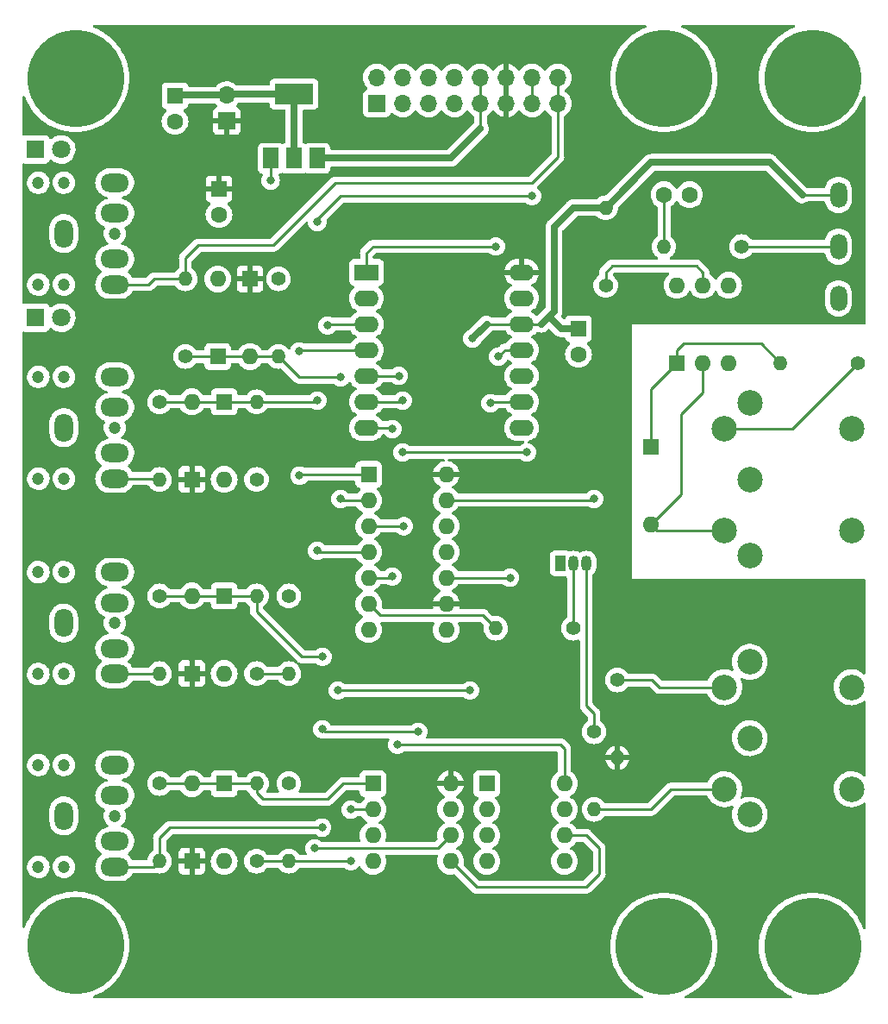
<source format=gtl>
%TF.GenerationSoftware,KiCad,Pcbnew,(6.0.1)*%
%TF.CreationDate,2022-09-23T05:10:07-04:00*%
%TF.ProjectId,SYNTH-MIDI-CTL-01,53594e54-482d-44d4-9944-492d43544c2d,1*%
%TF.SameCoordinates,Original*%
%TF.FileFunction,Copper,L1,Top*%
%TF.FilePolarity,Positive*%
%FSLAX46Y46*%
G04 Gerber Fmt 4.6, Leading zero omitted, Abs format (unit mm)*
G04 Created by KiCad (PCBNEW (6.0.1)) date 2022-09-23 05:10:07*
%MOMM*%
%LPD*%
G01*
G04 APERTURE LIST*
%TA.AperFunction,ComponentPad*%
%ADD10R,1.600000X1.600000*%
%TD*%
%TA.AperFunction,ComponentPad*%
%ADD11C,1.600000*%
%TD*%
%TA.AperFunction,ComponentPad*%
%ADD12O,1.600000X1.600000*%
%TD*%
%TA.AperFunction,ComponentPad*%
%ADD13C,9.525000*%
%TD*%
%TA.AperFunction,ComponentPad*%
%ADD14O,1.651000X2.540000*%
%TD*%
%TA.AperFunction,ComponentPad*%
%ADD15C,1.400000*%
%TD*%
%TA.AperFunction,ComponentPad*%
%ADD16O,1.400000X1.400000*%
%TD*%
%TA.AperFunction,ComponentPad*%
%ADD17C,1.200000*%
%TD*%
%TA.AperFunction,ComponentPad*%
%ADD18O,2.800000X1.800000*%
%TD*%
%TA.AperFunction,ComponentPad*%
%ADD19O,1.800000X2.800000*%
%TD*%
%TA.AperFunction,ComponentPad*%
%ADD20C,2.500000*%
%TD*%
%TA.AperFunction,ComponentPad*%
%ADD21R,1.700000X1.700000*%
%TD*%
%TA.AperFunction,ComponentPad*%
%ADD22O,1.700000X1.700000*%
%TD*%
%TA.AperFunction,ComponentPad*%
%ADD23R,1.050000X1.500000*%
%TD*%
%TA.AperFunction,ComponentPad*%
%ADD24O,1.050000X1.500000*%
%TD*%
%TA.AperFunction,ComponentPad*%
%ADD25R,2.400000X1.600000*%
%TD*%
%TA.AperFunction,ComponentPad*%
%ADD26O,2.400000X1.600000*%
%TD*%
%TA.AperFunction,ComponentPad*%
%ADD27R,1.800000X1.800000*%
%TD*%
%TA.AperFunction,ComponentPad*%
%ADD28C,1.800000*%
%TD*%
%TA.AperFunction,SMDPad,CuDef*%
%ADD29R,1.500000X2.000000*%
%TD*%
%TA.AperFunction,SMDPad,CuDef*%
%ADD30R,3.800000X2.000000*%
%TD*%
%TA.AperFunction,ViaPad*%
%ADD31C,0.800000*%
%TD*%
%TA.AperFunction,Conductor*%
%ADD32C,0.250000*%
%TD*%
%TA.AperFunction,Conductor*%
%ADD33C,0.635000*%
%TD*%
%TA.AperFunction,Conductor*%
%ADD34C,0.254000*%
%TD*%
G04 APERTURE END LIST*
D10*
%TO.P,C3,1*%
%TO.N,+5V*%
X106172000Y-39434888D03*
D11*
%TO.P,C3,2*%
%TO.N,GND*%
X106172000Y-41934888D03*
%TD*%
D10*
%TO.P,D4,1,K*%
%TO.N,/CLK_I*%
X106680000Y-60325000D03*
D12*
%TO.P,D4,2,A*%
%TO.N,GND*%
X106680000Y-67945000D03*
%TD*%
D10*
%TO.P,C2,1*%
%TO.N,+3V3*%
X141478000Y-53150888D03*
D11*
%TO.P,C2,2*%
%TO.N,GND*%
X141478000Y-55650888D03*
%TD*%
D10*
%TO.P,D9,1,K*%
%TO.N,Net-(D8-Pad2)*%
X106680000Y-97790000D03*
D12*
%TO.P,D9,2,A*%
%TO.N,GND*%
X106680000Y-105410000D03*
%TD*%
D13*
%TO.P,MTG2,1*%
%TO.N,N/C*%
X92075000Y-113665000D03*
%TD*%
D14*
%TO.P,RV1,1,1*%
%TO.N,+3V3*%
X167005000Y-40010000D03*
%TO.P,RV1,2,2*%
%TO.N,Net-(R2-Pad1)*%
X167005000Y-45090000D03*
%TO.P,RV1,3,3*%
%TO.N,GND*%
X167005000Y-50170000D03*
%TD*%
D13*
%TO.P,MTG3,1*%
%TO.N,N/C*%
X164465000Y-28575000D03*
%TD*%
%TO.P,MTG6,1*%
%TO.N,N/C*%
X149860000Y-113792000D03*
%TD*%
D15*
%TO.P,R8,1*%
%TO.N,Net-(D6-Pad2)*%
X100330000Y-79375000D03*
D16*
%TO.P,R8,2*%
%TO.N,/MOD_OUT*%
X100330000Y-86995000D03*
%TD*%
D15*
%TO.P,R6,1*%
%TO.N,/CLK_I*%
X100330000Y-60325000D03*
D16*
%TO.P,R6,2*%
%TO.N,/CLK_OUT*%
X100330000Y-67945000D03*
%TD*%
D15*
%TO.P,R5,1*%
%TO.N,/MIDI_IN*%
X168910000Y-56515000D03*
D16*
%TO.P,R5,2*%
%TO.N,Net-(D5-Pad1)*%
X161290000Y-56515000D03*
%TD*%
D15*
%TO.P,R15,1*%
%TO.N,Net-(R15-Pad1)*%
X109855000Y-105410000D03*
D16*
%TO.P,R15,2*%
%TO.N,Net-(D8-Pad2)*%
X109855000Y-97790000D03*
%TD*%
D17*
%TO.P,J3,90*%
%TO.N,N/C*%
X88432000Y-67865000D03*
X95932000Y-62865000D03*
X88432000Y-57865000D03*
X90932000Y-57865000D03*
X90932000Y-67865000D03*
D18*
%TO.P,J3,R*%
%TO.N,unconnected-(J3-PadR)*%
X95932000Y-57865000D03*
%TO.P,J3,RN*%
%TO.N,N/C*%
X95932000Y-60865000D03*
D19*
%TO.P,J3,S*%
%TO.N,GND*%
X90932000Y-62865000D03*
D18*
%TO.P,J3,T*%
%TO.N,/CLK_OUT*%
X95932000Y-67865000D03*
%TO.P,J3,TN*%
%TO.N,N/C*%
X95932000Y-65365000D03*
%TD*%
D10*
%TO.P,U3,1*%
%TO.N,Net-(D5-Pad1)*%
X151145000Y-56505000D03*
D12*
%TO.P,U3,2*%
%TO.N,Net-(D5-Pad2)*%
X153685000Y-56505000D03*
%TO.P,U3,3,NC*%
%TO.N,unconnected-(U3-Pad3)*%
X156225000Y-56505000D03*
%TO.P,U3,4*%
%TO.N,GND*%
X156225000Y-48885000D03*
%TO.P,U3,5*%
%TO.N,Net-(R1-Pad1)*%
X153685000Y-48885000D03*
%TO.P,U3,6*%
%TO.N,unconnected-(U3-Pad6)*%
X151145000Y-48885000D03*
%TD*%
D17*
%TO.P,J5,90*%
%TO.N,N/C*%
X90932000Y-77042000D03*
X88432000Y-77042000D03*
X95932000Y-82042000D03*
X90932000Y-87042000D03*
X88432000Y-87042000D03*
D18*
%TO.P,J5,R*%
%TO.N,unconnected-(J5-PadR)*%
X95932000Y-77042000D03*
%TO.P,J5,RN*%
%TO.N,N/C*%
X95932000Y-80042000D03*
D19*
%TO.P,J5,S*%
%TO.N,GND*%
X90932000Y-82042000D03*
D18*
%TO.P,J5,T*%
%TO.N,/MOD_OUT*%
X95932000Y-87042000D03*
%TO.P,J5,TN*%
%TO.N,N/C*%
X95932000Y-84542000D03*
%TD*%
D10*
%TO.P,D6,1,K*%
%TO.N,+5V*%
X103505000Y-86995000D03*
D12*
%TO.P,D6,2,A*%
%TO.N,Net-(D6-Pad2)*%
X103505000Y-79375000D03*
%TD*%
D10*
%TO.P,U6,1,Vdd*%
%TO.N,+3V3*%
X132471000Y-97800000D03*
D12*
%TO.P,U6,2,~{CS}*%
%TO.N,Net-(U2-Pad3)*%
X132471000Y-100340000D03*
%TO.P,U6,3,SCK*%
%TO.N,Net-(U2-Pad9)*%
X132471000Y-102880000D03*
%TO.P,U6,4,SDI*%
%TO.N,Net-(U2-Pad11)*%
X132471000Y-105420000D03*
%TO.P,U6,5,~{LDAC}*%
%TO.N,Net-(U2-Pad6)*%
X140091000Y-105420000D03*
%TO.P,U6,6,VB*%
%TO.N,Net-(U5-Pad5)*%
X140091000Y-102880000D03*
%TO.P,U6,7,Vss*%
%TO.N,GND*%
X140091000Y-100340000D03*
%TO.P,U6,8,VA*%
%TO.N,Net-(U5-Pad3)*%
X140091000Y-97800000D03*
%TD*%
D15*
%TO.P,R9,1*%
%TO.N,Net-(R10-Pad2)*%
X109855000Y-86995000D03*
D16*
%TO.P,R9,2*%
%TO.N,Net-(D6-Pad2)*%
X109855000Y-79375000D03*
%TD*%
D10*
%TO.P,D5,1,K*%
%TO.N,Net-(D5-Pad1)*%
X148590000Y-64770000D03*
D12*
%TO.P,D5,2,A*%
%TO.N,Net-(D5-Pad2)*%
X148590000Y-72390000D03*
%TD*%
D15*
%TO.P,R14,1*%
%TO.N,Net-(D8-Pad2)*%
X100330000Y-97790000D03*
D16*
%TO.P,R14,2*%
%TO.N,/CV_OUT*%
X100330000Y-105410000D03*
%TD*%
D10*
%TO.P,D8,1,K*%
%TO.N,+5V*%
X103505000Y-105410000D03*
D12*
%TO.P,D8,2,A*%
%TO.N,Net-(D8-Pad2)*%
X103505000Y-97790000D03*
%TD*%
D10*
%TO.P,D3,1,K*%
%TO.N,+5V*%
X103505000Y-67945000D03*
D12*
%TO.P,D3,2,A*%
%TO.N,/CLK_I*%
X103505000Y-60325000D03*
%TD*%
D10*
%TO.P,D1,1,K*%
%TO.N,/GATE_I*%
X106045000Y-55880000D03*
D12*
%TO.P,D1,2,A*%
%TO.N,GND*%
X106045000Y-48260000D03*
%TD*%
D10*
%TO.P,U5,1,Q*%
%TO.N,Net-(D8-Pad2)*%
X121295000Y-97800000D03*
D12*
%TO.P,U5,2,-*%
%TO.N,Net-(R15-Pad1)*%
X121295000Y-100340000D03*
%TO.P,U5,3,+*%
%TO.N,Net-(U5-Pad3)*%
X121295000Y-102880000D03*
%TO.P,U5,4,VSS*%
%TO.N,GND*%
X121295000Y-105420000D03*
%TO.P,U5,5,+*%
%TO.N,Net-(U5-Pad5)*%
X128915000Y-105420000D03*
%TO.P,U5,6,-*%
%TO.N,Net-(R10-Pad2)*%
X128915000Y-102880000D03*
%TO.P,U5,7,Q*%
%TO.N,Net-(D6-Pad2)*%
X128915000Y-100340000D03*
%TO.P,U5,8,VDD*%
%TO.N,+5V*%
X128915000Y-97800000D03*
%TD*%
D20*
%TO.P,J6,1*%
%TO.N,unconnected-(J6-Pad1)*%
X158290000Y-85845000D03*
%TO.P,J6,2*%
%TO.N,GND*%
X158290000Y-93345000D03*
%TO.P,J6,3*%
%TO.N,unconnected-(J6-Pad3)*%
X158290000Y-100845000D03*
%TO.P,J6,4*%
%TO.N,Net-(J6-Pad4)*%
X155790000Y-88345000D03*
%TO.P,J6,5*%
%TO.N,Net-(J6-Pad5)*%
X155790000Y-98345000D03*
%TO.P,J6,6*%
%TO.N,N/C*%
X168290000Y-98345000D03*
X168290000Y-88345000D03*
%TD*%
D15*
%TO.P,R10,1*%
%TO.N,GND*%
X113030000Y-79375000D03*
D16*
%TO.P,R10,2*%
%TO.N,Net-(R10-Pad2)*%
X113030000Y-86995000D03*
%TD*%
D15*
%TO.P,R3,1*%
%TO.N,/GATE_I*%
X102870000Y-55880000D03*
D16*
%TO.P,R3,2*%
%TO.N,/GATE_OUT*%
X102870000Y-48260000D03*
%TD*%
D13*
%TO.P,MTG5,1*%
%TO.N,N/C*%
X149860000Y-28575000D03*
%TD*%
D10*
%TO.P,D7,1,K*%
%TO.N,Net-(D6-Pad2)*%
X106680000Y-79375000D03*
D12*
%TO.P,D7,2,A*%
%TO.N,GND*%
X106680000Y-86995000D03*
%TD*%
D21*
%TO.P,J1,1,Pin_1*%
%TO.N,unconnected-(J1-Pad1)*%
X121666000Y-31050000D03*
D22*
%TO.P,J1,2,Pin_2*%
%TO.N,unconnected-(J1-Pad2)*%
X121666000Y-28510000D03*
%TO.P,J1,3,Pin_3*%
%TO.N,GND*%
X124206000Y-31050000D03*
%TO.P,J1,4,Pin_4*%
X124206000Y-28510000D03*
%TO.P,J1,5,Pin_5*%
X126746000Y-31050000D03*
%TO.P,J1,6,Pin_6*%
X126746000Y-28510000D03*
%TO.P,J1,7,Pin_7*%
X129286000Y-31050000D03*
%TO.P,J1,8,Pin_8*%
X129286000Y-28510000D03*
%TO.P,J1,9,Pin_9*%
%TO.N,+12V*%
X131826000Y-31050000D03*
%TO.P,J1,10,Pin_10*%
X131826000Y-28510000D03*
%TO.P,J1,11,Pin_11*%
%TO.N,+5V*%
X134366000Y-31050000D03*
%TO.P,J1,12,Pin_12*%
X134366000Y-28510000D03*
%TO.P,J1,13,Pin_13*%
%TO.N,/CV_OUT*%
X136906000Y-31050000D03*
%TO.P,J1,14,Pin_14*%
X136906000Y-28510000D03*
%TO.P,J1,15,Pin_15*%
%TO.N,/GATE_OUT*%
X139446000Y-31050000D03*
%TO.P,J1,16,Pin_16*%
X139446000Y-28510000D03*
%TD*%
D15*
%TO.P,R13,1*%
%TO.N,Net-(Q1-Pad3)*%
X143002000Y-92710000D03*
D16*
%TO.P,R13,2*%
%TO.N,Net-(J6-Pad5)*%
X143002000Y-100330000D03*
%TD*%
D15*
%TO.P,R2,1*%
%TO.N,Net-(R2-Pad1)*%
X157480000Y-45085000D03*
D16*
%TO.P,R2,2*%
%TO.N,/FREQ_POT*%
X149860000Y-45085000D03*
%TD*%
D23*
%TO.P,Q1,1,E*%
%TO.N,GND*%
X139700000Y-76200000D03*
D24*
%TO.P,Q1,2,B*%
%TO.N,Net-(Q1-Pad2)*%
X140970000Y-76200000D03*
%TO.P,Q1,3,C*%
%TO.N,Net-(Q1-Pad3)*%
X142240000Y-76200000D03*
%TD*%
D25*
%TO.P,U2,1,D0/P26*%
%TO.N,/FREQ_POT*%
X120650000Y-47625000D03*
D26*
%TO.P,U2,2,D1/P27*%
%TO.N,unconnected-(U2-Pad2)*%
X120650000Y-50165000D03*
%TO.P,U2,3,D2/P28*%
%TO.N,Net-(U2-Pad3)*%
X120650000Y-52705000D03*
%TO.P,U2,4,D3/P29*%
%TO.N,/GATE*%
X120650000Y-55245000D03*
%TO.P,U2,5,D4/SDA/P6*%
%TO.N,/CLK*%
X120650000Y-57785000D03*
%TO.P,U2,6,D5/SCL/P7*%
%TO.N,Net-(U2-Pad6)*%
X120650000Y-60325000D03*
%TO.P,U2,7,D6/TX/P0*%
%TO.N,Net-(U4-Pad5)*%
X120650000Y-62865000D03*
%TO.P,U2,8,D7/RX/P1*%
%TO.N,/RXD*%
X135890000Y-62865000D03*
%TO.P,U2,9,D8/SCK/P2*%
%TO.N,Net-(U2-Pad9)*%
X135890000Y-60325000D03*
%TO.P,U2,10,D9/MISO/P4*%
%TO.N,unconnected-(U2-Pad10)*%
X135890000Y-57785000D03*
%TO.P,U2,11,D10/MOSI/P3*%
%TO.N,Net-(U2-Pad11)*%
X135890000Y-55245000D03*
%TO.P,U2,12,3.3V*%
%TO.N,+3V3*%
X135890000Y-52705000D03*
%TO.P,U2,13,GND*%
%TO.N,GND*%
X135890000Y-50165000D03*
%TO.P,U2,14,5V*%
%TO.N,+5V*%
X135890000Y-47625000D03*
%TD*%
D10*
%TO.P,D2,1,K*%
%TO.N,+5V*%
X109220000Y-48260000D03*
D12*
%TO.P,D2,2,A*%
%TO.N,/GATE_I*%
X109220000Y-55880000D03*
%TD*%
D21*
%TO.P,H1,1,Pin_1*%
%TO.N,+5V*%
X106934000Y-32771000D03*
D22*
%TO.P,H1,2,Pin_2*%
%TO.N,Net-(C1-Pad1)*%
X106934000Y-30231000D03*
%TD*%
D13*
%TO.P,MTG4,1*%
%TO.N,N/C*%
X164465000Y-113792000D03*
%TD*%
%TO.P,MTG1,1*%
%TO.N,N/C*%
X92075000Y-28575000D03*
%TD*%
D15*
%TO.P,R16,1*%
%TO.N,GND*%
X113030000Y-97790000D03*
D16*
%TO.P,R16,2*%
%TO.N,Net-(R15-Pad1)*%
X113030000Y-105410000D03*
%TD*%
D15*
%TO.P,R1,1*%
%TO.N,Net-(R1-Pad1)*%
X144145000Y-48895000D03*
D16*
%TO.P,R1,2*%
%TO.N,+3V3*%
X144145000Y-41275000D03*
%TD*%
D15*
%TO.P,R4,1*%
%TO.N,Net-(DS1-Pad2)*%
X112014000Y-48260000D03*
D16*
%TO.P,R4,2*%
%TO.N,/GATE_I*%
X112014000Y-55880000D03*
%TD*%
D15*
%TO.P,R7,1*%
%TO.N,Net-(DS2-Pad2)*%
X109855000Y-67945000D03*
D16*
%TO.P,R7,2*%
%TO.N,/CLK_I*%
X109855000Y-60325000D03*
%TD*%
D20*
%TO.P,J4,1*%
%TO.N,unconnected-(J4-Pad1)*%
X158290000Y-60445000D03*
%TO.P,J4,2*%
%TO.N,unconnected-(J4-Pad2)*%
X158290000Y-67945000D03*
%TO.P,J4,3*%
%TO.N,unconnected-(J4-Pad3)*%
X158290000Y-75445000D03*
%TO.P,J4,4*%
%TO.N,/MIDI_IN*%
X155790000Y-62945000D03*
%TO.P,J4,5*%
%TO.N,Net-(D5-Pad2)*%
X155790000Y-72945000D03*
%TO.P,J4,6*%
%TO.N,N/C*%
X168290000Y-72945000D03*
X168290000Y-62945000D03*
%TD*%
D15*
%TO.P,R12,1*%
%TO.N,Net-(J6-Pad4)*%
X145288000Y-87630000D03*
D16*
%TO.P,R12,2*%
%TO.N,+5V*%
X145288000Y-95250000D03*
%TD*%
D27*
%TO.P,DS1,1,K*%
%TO.N,GND*%
X88133000Y-35560000D03*
D28*
%TO.P,DS1,2,A*%
%TO.N,Net-(DS1-Pad2)*%
X90673000Y-35560000D03*
%TD*%
D17*
%TO.P,J2,90*%
%TO.N,N/C*%
X88432000Y-38815000D03*
X90932000Y-38815000D03*
X95932000Y-43815000D03*
X90932000Y-48815000D03*
X88432000Y-48815000D03*
D18*
%TO.P,J2,R*%
%TO.N,unconnected-(J2-PadR)*%
X95932000Y-38815000D03*
%TO.P,J2,RN*%
%TO.N,N/C*%
X95932000Y-41815000D03*
D19*
%TO.P,J2,S*%
%TO.N,GND*%
X90932000Y-43815000D03*
D18*
%TO.P,J2,T*%
%TO.N,/GATE_OUT*%
X95932000Y-48815000D03*
%TO.P,J2,TN*%
%TO.N,N/C*%
X95932000Y-46315000D03*
%TD*%
D10*
%TO.P,C1,1*%
%TO.N,Net-(C1-Pad1)*%
X101854000Y-30290888D03*
D11*
%TO.P,C1,2*%
%TO.N,GND*%
X101854000Y-32790888D03*
%TD*%
D17*
%TO.P,J7,90*%
%TO.N,N/C*%
X90932000Y-95965000D03*
X88432000Y-95965000D03*
X90932000Y-105965000D03*
X95932000Y-100965000D03*
X88432000Y-105965000D03*
D18*
%TO.P,J7,R*%
%TO.N,unconnected-(J7-PadR)*%
X95932000Y-95965000D03*
%TO.P,J7,RN*%
%TO.N,N/C*%
X95932000Y-98965000D03*
D19*
%TO.P,J7,S*%
%TO.N,GND*%
X90932000Y-100965000D03*
D18*
%TO.P,J7,T*%
%TO.N,/CV_OUT*%
X95932000Y-105965000D03*
%TO.P,J7,TN*%
%TO.N,N/C*%
X95932000Y-103465000D03*
%TD*%
D27*
%TO.P,DS2,1,K*%
%TO.N,GND*%
X88133000Y-52070000D03*
D28*
%TO.P,DS2,2,A*%
%TO.N,Net-(DS2-Pad2)*%
X90673000Y-52070000D03*
%TD*%
D10*
%TO.P,U4,1*%
%TO.N,/GATE*%
X120870000Y-67450000D03*
D12*
%TO.P,U4,2*%
%TO.N,/GATE_I*%
X120870000Y-69990000D03*
%TO.P,U4,3*%
%TO.N,/CLK*%
X120870000Y-72530000D03*
%TO.P,U4,4*%
%TO.N,/CLK_I*%
X120870000Y-75070000D03*
%TO.P,U4,5*%
%TO.N,Net-(U4-Pad5)*%
X120870000Y-77610000D03*
%TO.P,U4,6*%
%TO.N,Net-(R11-Pad2)*%
X120870000Y-80150000D03*
%TO.P,U4,7,GND*%
%TO.N,GND*%
X120870000Y-82690000D03*
%TO.P,U4,8*%
%TO.N,unconnected-(U4-Pad8)*%
X128490000Y-82690000D03*
%TO.P,U4,9*%
%TO.N,+5V*%
X128490000Y-80150000D03*
%TO.P,U4,10*%
%TO.N,/RXD*%
X128490000Y-77610000D03*
%TO.P,U4,11*%
%TO.N,Net-(U4-Pad12)*%
X128490000Y-75070000D03*
%TO.P,U4,12*%
X128490000Y-72530000D03*
%TO.P,U4,13*%
%TO.N,Net-(R1-Pad1)*%
X128490000Y-69990000D03*
%TO.P,U4,14,VCC*%
%TO.N,+5V*%
X128490000Y-67450000D03*
%TD*%
D15*
%TO.P,R11,1*%
%TO.N,Net-(Q1-Pad2)*%
X140970000Y-82550000D03*
D16*
%TO.P,R11,2*%
%TO.N,Net-(R11-Pad2)*%
X133350000Y-82550000D03*
%TD*%
D29*
%TO.P,U1,1,GND*%
%TO.N,GND*%
X111238000Y-36424000D03*
%TO.P,U1,2,VO*%
%TO.N,Net-(C1-Pad1)*%
X113538000Y-36424000D03*
%TO.P,U1,3,VIN*%
%TO.N,+12V*%
X115838000Y-36424000D03*
D30*
%TO.P,U1,4,VO*%
%TO.N,Net-(C1-Pad1)*%
X113538000Y-30124000D03*
%TD*%
D11*
%TO.P,C4,1*%
%TO.N,/FREQ_POT*%
X149880000Y-40005000D03*
%TO.P,C4,2*%
%TO.N,GND*%
X152380000Y-40005000D03*
%TD*%
D31*
%TO.N,+3V3*%
X131064000Y-54102000D03*
%TO.N,/FREQ_POT*%
X133350000Y-45085000D03*
%TO.N,/GATE*%
X114046000Y-55372000D03*
X114081500Y-67564000D03*
%TO.N,/RXD*%
X134747000Y-77597000D03*
%TO.N,/CV_OUT*%
X116294500Y-102108000D03*
X136906000Y-40132000D03*
X115824000Y-42672000D03*
%TO.N,/CLK*%
X123825000Y-57785000D03*
X124320000Y-72530000D03*
%TO.N,/GATE_I*%
X118110000Y-57912000D03*
X118110000Y-69850000D03*
%TO.N,/CLK_I*%
X115824000Y-60198000D03*
X115824000Y-74930000D03*
%TO.N,Net-(U5-Pad3)*%
X123698000Y-93980000D03*
%TO.N,Net-(R10-Pad2)*%
X115570000Y-104140000D03*
%TO.N,Net-(U2-Pad6)*%
X124206000Y-60198000D03*
X136398000Y-65278000D03*
X124206000Y-65278000D03*
%TO.N,Net-(U2-Pad9)*%
X132842000Y-60452000D03*
%TO.N,Net-(U2-Pad11)*%
X133604000Y-55880000D03*
%TO.N,Net-(R15-Pad1)*%
X119126000Y-105410000D03*
X119116000Y-100340000D03*
%TO.N,Net-(D6-Pad2)*%
X125730000Y-92710000D03*
X116332000Y-92456000D03*
X116332000Y-85344000D03*
%TO.N,Net-(U2-Pad3)*%
X117856000Y-88646000D03*
X116840000Y-52832000D03*
X130810000Y-88646000D03*
%TO.N,GND*%
X111238000Y-38622000D03*
%TO.N,Net-(R1-Pad1)*%
X143002000Y-69850000D03*
%TO.N,Net-(U4-Pad5)*%
X123190000Y-62992000D03*
X123190000Y-77470000D03*
%TD*%
D32*
%TO.N,Net-(D5-Pad1)*%
X159385000Y-54610000D02*
X151765000Y-54610000D01*
X151145000Y-55230000D02*
X151145000Y-56505000D01*
X148590000Y-59060000D02*
X151145000Y-56505000D01*
X151765000Y-54610000D02*
X151145000Y-55230000D01*
X161290000Y-56515000D02*
X159385000Y-54610000D01*
X148590000Y-64770000D02*
X148590000Y-59060000D01*
D33*
%TO.N,+3V3*%
X137795000Y-52705000D02*
X138557000Y-51943000D01*
X131064000Y-54102000D02*
X132461000Y-52705000D01*
X138557000Y-51943000D02*
X139065000Y-51435000D01*
X160274000Y-36830000D02*
X163454000Y-40010000D01*
X138557000Y-51943000D02*
X139764888Y-53150888D01*
D32*
X132461000Y-52705000D02*
X135890000Y-52705000D01*
X135890000Y-52705000D02*
X137795000Y-52705000D01*
D33*
X148590000Y-36830000D02*
X160274000Y-36830000D01*
D32*
X163454000Y-40010000D02*
X167005000Y-40010000D01*
D33*
X139065000Y-51435000D02*
X139065000Y-43180000D01*
X140970000Y-41275000D02*
X144145000Y-41275000D01*
X139065000Y-43180000D02*
X140970000Y-41275000D01*
X144145000Y-41275000D02*
X148590000Y-36830000D01*
X139764888Y-53150888D02*
X141478000Y-53150888D01*
D32*
%TO.N,/FREQ_POT*%
X120650000Y-45720000D02*
X120650000Y-47625000D01*
X121285000Y-45085000D02*
X120650000Y-45720000D01*
X133350000Y-45085000D02*
X121285000Y-45085000D01*
X149880000Y-40005000D02*
X149880000Y-45065000D01*
D33*
%TO.N,+12V*%
X115838000Y-36424000D02*
X128930000Y-36424000D01*
X128930000Y-36424000D02*
X131826000Y-33528000D01*
D34*
X131826000Y-33528000D02*
X131826000Y-31050000D01*
X131826000Y-31050000D02*
X131826000Y-28510000D01*
D32*
%TO.N,/GATE*%
X114046000Y-55372000D02*
X114173000Y-55245000D01*
X114173000Y-55245000D02*
X120650000Y-55245000D01*
X120870000Y-67450000D02*
X114195500Y-67450000D01*
X114195500Y-67450000D02*
X114081500Y-67564000D01*
D33*
%TO.N,Net-(C1-Pad1)*%
X106934000Y-30231000D02*
X101913888Y-30231000D01*
X113538000Y-36424000D02*
X113538000Y-30124000D01*
X113538000Y-30124000D02*
X107041000Y-30124000D01*
D32*
%TO.N,/RXD*%
X128490000Y-77610000D02*
X134734000Y-77610000D01*
X134734000Y-77610000D02*
X134747000Y-77597000D01*
%TO.N,/MIDI_IN*%
X155790000Y-62945000D02*
X162480000Y-62945000D01*
X162480000Y-62945000D02*
X168910000Y-56515000D01*
D34*
%TO.N,/CV_OUT*%
X115824000Y-42418000D02*
X115824000Y-42672000D01*
D32*
X99775000Y-105965000D02*
X100330000Y-105410000D01*
D34*
X100330000Y-103124000D02*
X100330000Y-105410000D01*
X101346000Y-102108000D02*
X100330000Y-103124000D01*
X136906000Y-28510000D02*
X136906000Y-31050000D01*
X116294500Y-102108000D02*
X101346000Y-102108000D01*
D32*
X95948000Y-105965000D02*
X99775000Y-105965000D01*
D34*
X136906000Y-40132000D02*
X118110000Y-40132000D01*
X118110000Y-40132000D02*
X115824000Y-42418000D01*
D32*
%TO.N,/MOD_OUT*%
X95932000Y-87042000D02*
X100283000Y-87042000D01*
%TO.N,/GATE_OUT*%
X117602000Y-38862000D02*
X111506000Y-44958000D01*
X96075000Y-48815000D02*
X99267000Y-48815000D01*
X102870000Y-46228000D02*
X104140000Y-44958000D01*
X104140000Y-44958000D02*
X111506000Y-44958000D01*
D34*
X139446000Y-28510000D02*
X139446000Y-31050000D01*
D32*
X139446000Y-36322000D02*
X139446000Y-31050000D01*
X136906000Y-38862000D02*
X117602000Y-38862000D01*
X99822000Y-48260000D02*
X102870000Y-48260000D01*
X136906000Y-38862000D02*
X139446000Y-36322000D01*
X102870000Y-48260000D02*
X102870000Y-46228000D01*
X99267000Y-48815000D02*
X99822000Y-48260000D01*
%TO.N,/CLK_OUT*%
X96075000Y-67865000D02*
X100250000Y-67865000D01*
%TO.N,/CLK*%
X124320000Y-72530000D02*
X120870000Y-72530000D01*
X120650000Y-57785000D02*
X123825000Y-57785000D01*
%TO.N,Net-(D5-Pad2)*%
X149145000Y-72945000D02*
X148590000Y-72390000D01*
X155790000Y-72945000D02*
X149145000Y-72945000D01*
X151574500Y-69405500D02*
X151574500Y-61531500D01*
X148590000Y-72390000D02*
X151574500Y-69405500D01*
X151574500Y-61531500D02*
X153685000Y-59421000D01*
X153685000Y-59421000D02*
X153685000Y-56505000D01*
%TO.N,Net-(J6-Pad5)*%
X150575000Y-98345000D02*
X148590000Y-100330000D01*
X155790000Y-98345000D02*
X150575000Y-98345000D01*
X143002000Y-100330000D02*
X148590000Y-100330000D01*
%TO.N,Net-(Q1-Pad2)*%
X140970000Y-82550000D02*
X140970000Y-76200000D01*
%TO.N,Net-(Q1-Pad3)*%
X143002000Y-90932000D02*
X142240000Y-90170000D01*
X142240000Y-76200000D02*
X142240000Y-90170000D01*
X143002000Y-92710000D02*
X143002000Y-90932000D01*
%TO.N,Net-(J6-Pad4)*%
X144780000Y-87630000D02*
X148684000Y-87630000D01*
X155790000Y-88345000D02*
X149399000Y-88345000D01*
X148684000Y-87630000D02*
X149399000Y-88345000D01*
%TO.N,/GATE_I*%
X114046000Y-57912000D02*
X112014000Y-55880000D01*
X106045000Y-55880000D02*
X109220000Y-55880000D01*
X120870000Y-69990000D02*
X118250000Y-69990000D01*
X118250000Y-69990000D02*
X118110000Y-69850000D01*
X102870000Y-55880000D02*
X106045000Y-55880000D01*
X109220000Y-55880000D02*
X112014000Y-55880000D01*
X118110000Y-57912000D02*
X114046000Y-57912000D01*
%TO.N,/CLK_I*%
X103505000Y-60325000D02*
X115697000Y-60325000D01*
X115697000Y-60325000D02*
X115824000Y-60198000D01*
X100330000Y-60325000D02*
X103505000Y-60325000D01*
X115964000Y-75070000D02*
X115824000Y-74930000D01*
X115964000Y-75070000D02*
X120870000Y-75070000D01*
%TO.N,Net-(U5-Pad3)*%
X123698000Y-93980000D02*
X139700000Y-93980000D01*
X139700000Y-93980000D02*
X140091000Y-94371000D01*
X140091000Y-94371000D02*
X140091000Y-97800000D01*
%TO.N,Net-(R2-Pad1)*%
X157480000Y-45085000D02*
X167000000Y-45085000D01*
%TO.N,Net-(R10-Pad2)*%
X109855000Y-86995000D02*
X113030000Y-86995000D01*
X128915000Y-102880000D02*
X127655000Y-104140000D01*
X127655000Y-104140000D02*
X115570000Y-104140000D01*
%TO.N,Net-(R11-Pad2)*%
X120870000Y-80150000D02*
X121994511Y-81274511D01*
X132074511Y-81274511D02*
X133350000Y-82550000D01*
X121994511Y-81274511D02*
X132074511Y-81274511D01*
%TO.N,Net-(U2-Pad6)*%
X124079000Y-60325000D02*
X124206000Y-60198000D01*
X120650000Y-60325000D02*
X124079000Y-60325000D01*
X124206000Y-65278000D02*
X136398000Y-65278000D01*
%TO.N,Net-(U2-Pad9)*%
X132969000Y-60325000D02*
X135890000Y-60325000D01*
X132842000Y-60452000D02*
X132969000Y-60325000D01*
%TO.N,Net-(U2-Pad11)*%
X134239000Y-55245000D02*
X135890000Y-55245000D01*
X133604000Y-55880000D02*
X134239000Y-55245000D01*
%TO.N,Net-(R15-Pad1)*%
X121295000Y-100340000D02*
X119116000Y-100340000D01*
X109855000Y-105410000D02*
X113030000Y-105410000D01*
X113030000Y-105410000D02*
X119126000Y-105410000D01*
%TO.N,Net-(D6-Pad2)*%
X109855000Y-79375000D02*
X109855000Y-80899000D01*
X125730000Y-92710000D02*
X116586000Y-92710000D01*
X116586000Y-92710000D02*
X116332000Y-92456000D01*
X100330000Y-79375000D02*
X103505000Y-79375000D01*
X109855000Y-80899000D02*
X114300000Y-85344000D01*
X103505000Y-79375000D02*
X106680000Y-79375000D01*
X116332000Y-85344000D02*
X114300000Y-85344000D01*
X106680000Y-79375000D02*
X109855000Y-79375000D01*
%TO.N,Net-(D8-Pad2)*%
X106680000Y-97790000D02*
X109855000Y-97790000D01*
X118374000Y-97800000D02*
X121295000Y-97800000D01*
X110490000Y-99314000D02*
X116860000Y-99314000D01*
X103505000Y-97790000D02*
X106680000Y-97790000D01*
X116860000Y-99314000D02*
X118374000Y-97800000D01*
X109855000Y-97790000D02*
X109855000Y-98679000D01*
X100330000Y-97790000D02*
X103505000Y-97790000D01*
X109855000Y-98679000D02*
X110490000Y-99314000D01*
%TO.N,Net-(U2-Pad3)*%
X120650000Y-52705000D02*
X116967000Y-52705000D01*
X116967000Y-52705000D02*
X116840000Y-52832000D01*
X130810000Y-88646000D02*
X117856000Y-88646000D01*
%TO.N,Net-(U5-Pad5)*%
X143510000Y-104140000D02*
X142250000Y-102880000D01*
X131445000Y-107950000D02*
X142240000Y-107950000D01*
X143510000Y-106680000D02*
X143510000Y-104140000D01*
X128915000Y-105420000D02*
X131445000Y-107950000D01*
X142250000Y-102880000D02*
X140091000Y-102880000D01*
X142240000Y-107950000D02*
X143510000Y-106680000D01*
D34*
%TO.N,GND*%
X111238000Y-38622000D02*
X111238000Y-36424000D01*
D32*
%TO.N,Net-(R1-Pad1)*%
X153685000Y-47640000D02*
X153035000Y-46990000D01*
X142862000Y-69990000D02*
X128490000Y-69990000D01*
X143002000Y-69850000D02*
X142862000Y-69990000D01*
X144780000Y-46990000D02*
X144145000Y-47625000D01*
X153035000Y-46990000D02*
X144780000Y-46990000D01*
X153685000Y-48885000D02*
X153685000Y-47640000D01*
X144145000Y-47625000D02*
X144145000Y-48895000D01*
%TO.N,Net-(U4-Pad5)*%
X120650000Y-62865000D02*
X123063000Y-62865000D01*
X123050000Y-77610000D02*
X123190000Y-77470000D01*
X123190000Y-62992000D02*
X123063000Y-62865000D01*
X120870000Y-77610000D02*
X123050000Y-77610000D01*
%TD*%
%TA.AperFunction,Conductor*%
%TO.N,+5V*%
G36*
X148095219Y-23388002D02*
G01*
X148141712Y-23441658D01*
X148151816Y-23511932D01*
X148122322Y-23576512D01*
X148064986Y-23614168D01*
X148055494Y-23617161D01*
X147630257Y-23793300D01*
X147221989Y-24005831D01*
X146833798Y-24253136D01*
X146594853Y-24436485D01*
X146470806Y-24531669D01*
X146470800Y-24531674D01*
X146468638Y-24533333D01*
X146129289Y-24844289D01*
X145818333Y-25183638D01*
X145538136Y-25548798D01*
X145290831Y-25936989D01*
X145078300Y-26345257D01*
X144902161Y-26770494D01*
X144901335Y-26773113D01*
X144901332Y-26773122D01*
X144768542Y-27194280D01*
X144763754Y-27209465D01*
X144664133Y-27658828D01*
X144604055Y-28115164D01*
X144603935Y-28117913D01*
X144603934Y-28117924D01*
X144596311Y-28292522D01*
X144583978Y-28575000D01*
X144584098Y-28577748D01*
X144603050Y-29011811D01*
X144604055Y-29034836D01*
X144626779Y-29207438D01*
X144663616Y-29487242D01*
X144664133Y-29491172D01*
X144763754Y-29940535D01*
X144764582Y-29943160D01*
X144764583Y-29943165D01*
X144899649Y-30371538D01*
X144902161Y-30379506D01*
X145078300Y-30804743D01*
X145290831Y-31213011D01*
X145538136Y-31601202D01*
X145693283Y-31803394D01*
X145815850Y-31963126D01*
X145818333Y-31966362D01*
X146129289Y-32305711D01*
X146468638Y-32616667D01*
X146470800Y-32618326D01*
X146470806Y-32618331D01*
X146594853Y-32713515D01*
X146833798Y-32896864D01*
X147221989Y-33144169D01*
X147630257Y-33356700D01*
X148055494Y-33532839D01*
X148058114Y-33533665D01*
X148058122Y-33533668D01*
X148491835Y-33670417D01*
X148491840Y-33670418D01*
X148494465Y-33671246D01*
X148943828Y-33770867D01*
X148946548Y-33771225D01*
X148946553Y-33771226D01*
X149113380Y-33793189D01*
X149400164Y-33830945D01*
X149402913Y-33831065D01*
X149402924Y-33831066D01*
X149857252Y-33850902D01*
X149860000Y-33851022D01*
X149862748Y-33850902D01*
X150317076Y-33831066D01*
X150317087Y-33831065D01*
X150319836Y-33830945D01*
X150606620Y-33793189D01*
X150773447Y-33771226D01*
X150773452Y-33771225D01*
X150776172Y-33770867D01*
X151225535Y-33671246D01*
X151228160Y-33670418D01*
X151228165Y-33670417D01*
X151661878Y-33533668D01*
X151661886Y-33533665D01*
X151664506Y-33532839D01*
X152089743Y-33356700D01*
X152498011Y-33144169D01*
X152886202Y-32896864D01*
X153125147Y-32713515D01*
X153249194Y-32618331D01*
X153249200Y-32618326D01*
X153251362Y-32616667D01*
X153590711Y-32305711D01*
X153901667Y-31966362D01*
X153904151Y-31963126D01*
X154026717Y-31803394D01*
X154181864Y-31601202D01*
X154429169Y-31213011D01*
X154641700Y-30804743D01*
X154817839Y-30379506D01*
X154820352Y-30371538D01*
X154955417Y-29943165D01*
X154955418Y-29943160D01*
X154956246Y-29940535D01*
X155055867Y-29491172D01*
X155056385Y-29487242D01*
X155093221Y-29207438D01*
X155115945Y-29034836D01*
X155116951Y-29011811D01*
X155135902Y-28577748D01*
X155136022Y-28575000D01*
X155123689Y-28292522D01*
X155116066Y-28117924D01*
X155116065Y-28117913D01*
X155115945Y-28115164D01*
X155055867Y-27658828D01*
X154956246Y-27209465D01*
X154951458Y-27194280D01*
X154818668Y-26773122D01*
X154818665Y-26773113D01*
X154817839Y-26770494D01*
X154641700Y-26345257D01*
X154429169Y-25936989D01*
X154181864Y-25548798D01*
X153901667Y-25183638D01*
X153590711Y-24844289D01*
X153251362Y-24533333D01*
X153249200Y-24531674D01*
X153249194Y-24531669D01*
X153125147Y-24436485D01*
X152886202Y-24253136D01*
X152498011Y-24005831D01*
X152089743Y-23793300D01*
X151664506Y-23617161D01*
X151655014Y-23614168D01*
X151596061Y-23574609D01*
X151567854Y-23509456D01*
X151579348Y-23439396D01*
X151626895Y-23386673D01*
X151692902Y-23368000D01*
X162632098Y-23368000D01*
X162700219Y-23388002D01*
X162746712Y-23441658D01*
X162756816Y-23511932D01*
X162727322Y-23576512D01*
X162669986Y-23614168D01*
X162660494Y-23617161D01*
X162235257Y-23793300D01*
X161826989Y-24005831D01*
X161438798Y-24253136D01*
X161199853Y-24436485D01*
X161075806Y-24531669D01*
X161075800Y-24531674D01*
X161073638Y-24533333D01*
X160734289Y-24844289D01*
X160423333Y-25183638D01*
X160143136Y-25548798D01*
X159895831Y-25936989D01*
X159683300Y-26345257D01*
X159507161Y-26770494D01*
X159506335Y-26773113D01*
X159506332Y-26773122D01*
X159373542Y-27194280D01*
X159368754Y-27209465D01*
X159269133Y-27658828D01*
X159209055Y-28115164D01*
X159208935Y-28117913D01*
X159208934Y-28117924D01*
X159201311Y-28292522D01*
X159188978Y-28575000D01*
X159189098Y-28577748D01*
X159208050Y-29011811D01*
X159209055Y-29034836D01*
X159231779Y-29207438D01*
X159268616Y-29487242D01*
X159269133Y-29491172D01*
X159368754Y-29940535D01*
X159369582Y-29943160D01*
X159369583Y-29943165D01*
X159504649Y-30371538D01*
X159507161Y-30379506D01*
X159683300Y-30804743D01*
X159895831Y-31213011D01*
X160143136Y-31601202D01*
X160298283Y-31803394D01*
X160420850Y-31963126D01*
X160423333Y-31966362D01*
X160734289Y-32305711D01*
X161073638Y-32616667D01*
X161075800Y-32618326D01*
X161075806Y-32618331D01*
X161199853Y-32713515D01*
X161438798Y-32896864D01*
X161826989Y-33144169D01*
X162235257Y-33356700D01*
X162660494Y-33532839D01*
X162663114Y-33533665D01*
X162663122Y-33533668D01*
X163096835Y-33670417D01*
X163096840Y-33670418D01*
X163099465Y-33671246D01*
X163548828Y-33770867D01*
X163551548Y-33771225D01*
X163551553Y-33771226D01*
X163718380Y-33793189D01*
X164005164Y-33830945D01*
X164007913Y-33831065D01*
X164007924Y-33831066D01*
X164462252Y-33850902D01*
X164465000Y-33851022D01*
X164467748Y-33850902D01*
X164922076Y-33831066D01*
X164922087Y-33831065D01*
X164924836Y-33830945D01*
X165211620Y-33793189D01*
X165378447Y-33771226D01*
X165378452Y-33771225D01*
X165381172Y-33770867D01*
X165830535Y-33671246D01*
X165833160Y-33670418D01*
X165833165Y-33670417D01*
X166266878Y-33533668D01*
X166266886Y-33533665D01*
X166269506Y-33532839D01*
X166694743Y-33356700D01*
X167103011Y-33144169D01*
X167491202Y-32896864D01*
X167730147Y-32713515D01*
X167854194Y-32618331D01*
X167854200Y-32618326D01*
X167856362Y-32616667D01*
X168195711Y-32305711D01*
X168506667Y-31966362D01*
X168509151Y-31963126D01*
X168631717Y-31803394D01*
X168786864Y-31601202D01*
X169034169Y-31213011D01*
X169246700Y-30804743D01*
X169422839Y-30379506D01*
X169425832Y-30370014D01*
X169465391Y-30311061D01*
X169530544Y-30282854D01*
X169600604Y-30294348D01*
X169653327Y-30341895D01*
X169672000Y-30407902D01*
X169672000Y-52579000D01*
X169651998Y-52647121D01*
X169598342Y-52693614D01*
X169546000Y-52705000D01*
X146685000Y-52705000D01*
X146685000Y-77724000D01*
X169546000Y-77724000D01*
X169614121Y-77744002D01*
X169660614Y-77797658D01*
X169672000Y-77850000D01*
X169672000Y-86939134D01*
X169651998Y-87007255D01*
X169598342Y-87053748D01*
X169528068Y-87063852D01*
X169459667Y-87030909D01*
X169457025Y-87028423D01*
X169399763Y-86974557D01*
X169214924Y-86846329D01*
X169188851Y-86828241D01*
X169188848Y-86828239D01*
X169185009Y-86825576D01*
X169166159Y-86816280D01*
X168954781Y-86712040D01*
X168954776Y-86712038D01*
X168950593Y-86709975D01*
X168936851Y-86705576D01*
X168706123Y-86631720D01*
X168701665Y-86630293D01*
X168443693Y-86588279D01*
X168329942Y-86586790D01*
X168187022Y-86584919D01*
X168187019Y-86584919D01*
X168182345Y-86584858D01*
X167923362Y-86620104D01*
X167672433Y-86693243D01*
X167668180Y-86695203D01*
X167668179Y-86695204D01*
X167631659Y-86712040D01*
X167435072Y-86802668D01*
X167396067Y-86828241D01*
X167220404Y-86943410D01*
X167220399Y-86943414D01*
X167216491Y-86945976D01*
X167021494Y-87120018D01*
X166854363Y-87320970D01*
X166851934Y-87324973D01*
X166722672Y-87537991D01*
X166718771Y-87544419D01*
X166617697Y-87785455D01*
X166553359Y-88038783D01*
X166552891Y-88043434D01*
X166552890Y-88043438D01*
X166546777Y-88104148D01*
X166527173Y-88298839D01*
X166527397Y-88303505D01*
X166527397Y-88303511D01*
X166532270Y-88404963D01*
X166539713Y-88559908D01*
X166590704Y-88816256D01*
X166679026Y-89062252D01*
X166681242Y-89066376D01*
X166795757Y-89279500D01*
X166802737Y-89292491D01*
X166805532Y-89296234D01*
X166805534Y-89296237D01*
X166956330Y-89498177D01*
X166956335Y-89498183D01*
X166959122Y-89501915D01*
X166962431Y-89505195D01*
X166962436Y-89505201D01*
X167095315Y-89636925D01*
X167144743Y-89685923D01*
X167148505Y-89688681D01*
X167148508Y-89688684D01*
X167351750Y-89837707D01*
X167355524Y-89840474D01*
X167359667Y-89842654D01*
X167359669Y-89842655D01*
X167582684Y-89959989D01*
X167582689Y-89959991D01*
X167586834Y-89962172D01*
X167833590Y-90048344D01*
X167838183Y-90049216D01*
X168085785Y-90096224D01*
X168085788Y-90096224D01*
X168090374Y-90097095D01*
X168220959Y-90102226D01*
X168346875Y-90107174D01*
X168346881Y-90107174D01*
X168351543Y-90107357D01*
X168430977Y-90098657D01*
X168606707Y-90079412D01*
X168606712Y-90079411D01*
X168611360Y-90078902D01*
X168724116Y-90049216D01*
X168859594Y-90013548D01*
X168859596Y-90013547D01*
X168864117Y-90012357D01*
X169104262Y-89909182D01*
X169326519Y-89771646D01*
X169330082Y-89768629D01*
X169330087Y-89768626D01*
X169464588Y-89654762D01*
X169529504Y-89626013D01*
X169599657Y-89636925D01*
X169652775Y-89684032D01*
X169672000Y-89750929D01*
X169672000Y-96939134D01*
X169651998Y-97007255D01*
X169598342Y-97053748D01*
X169528068Y-97063852D01*
X169459667Y-97030909D01*
X169409655Y-96983862D01*
X169399763Y-96974557D01*
X169231085Y-96857540D01*
X169188851Y-96828241D01*
X169188848Y-96828239D01*
X169185009Y-96825576D01*
X169180816Y-96823508D01*
X168954781Y-96712040D01*
X168954778Y-96712039D01*
X168950593Y-96709975D01*
X168904449Y-96695204D01*
X168706123Y-96631720D01*
X168701665Y-96630293D01*
X168443693Y-96588279D01*
X168329942Y-96586790D01*
X168187022Y-96584919D01*
X168187019Y-96584919D01*
X168182345Y-96584858D01*
X167923362Y-96620104D01*
X167672433Y-96693243D01*
X167668180Y-96695203D01*
X167668179Y-96695204D01*
X167631659Y-96712040D01*
X167435072Y-96802668D01*
X167399287Y-96826130D01*
X167220404Y-96943410D01*
X167220399Y-96943414D01*
X167216491Y-96945976D01*
X167021494Y-97120018D01*
X166854363Y-97320970D01*
X166851934Y-97324973D01*
X166721371Y-97540135D01*
X166718771Y-97544419D01*
X166617697Y-97785455D01*
X166553359Y-98038783D01*
X166552891Y-98043434D01*
X166552890Y-98043438D01*
X166550566Y-98066522D01*
X166527173Y-98298839D01*
X166527397Y-98303505D01*
X166527397Y-98303511D01*
X166531867Y-98396558D01*
X166539713Y-98559908D01*
X166590704Y-98816256D01*
X166679026Y-99062252D01*
X166702380Y-99105716D01*
X166794461Y-99277088D01*
X166802737Y-99292491D01*
X166805532Y-99296234D01*
X166805534Y-99296237D01*
X166956330Y-99498177D01*
X166956335Y-99498183D01*
X166959122Y-99501915D01*
X166962431Y-99505195D01*
X166962436Y-99505201D01*
X167122964Y-99664333D01*
X167144743Y-99685923D01*
X167148505Y-99688681D01*
X167148508Y-99688684D01*
X167351750Y-99837707D01*
X167355524Y-99840474D01*
X167359667Y-99842654D01*
X167359669Y-99842655D01*
X167582684Y-99959989D01*
X167582689Y-99959991D01*
X167586834Y-99962172D01*
X167725254Y-100010511D01*
X167822351Y-100044419D01*
X167833590Y-100048344D01*
X167838183Y-100049216D01*
X168085785Y-100096224D01*
X168085788Y-100096224D01*
X168090374Y-100097095D01*
X168220959Y-100102226D01*
X168346875Y-100107174D01*
X168346881Y-100107174D01*
X168351543Y-100107357D01*
X168430977Y-100098657D01*
X168606707Y-100079412D01*
X168606712Y-100079411D01*
X168611360Y-100078902D01*
X168657836Y-100066666D01*
X168859594Y-100013548D01*
X168859596Y-100013547D01*
X168864117Y-100012357D01*
X168914772Y-99990594D01*
X169056843Y-99929555D01*
X169104262Y-99909182D01*
X169125592Y-99895983D01*
X169322547Y-99774104D01*
X169322548Y-99774104D01*
X169326519Y-99771646D01*
X169330082Y-99768629D01*
X169330087Y-99768626D01*
X169464588Y-99654762D01*
X169529504Y-99626013D01*
X169599657Y-99636925D01*
X169652775Y-99684032D01*
X169672000Y-99750929D01*
X169672000Y-111959098D01*
X169651998Y-112027219D01*
X169598342Y-112073712D01*
X169528068Y-112083816D01*
X169463488Y-112054322D01*
X169425832Y-111996986D01*
X169422839Y-111987494D01*
X169246700Y-111562257D01*
X169034169Y-111153989D01*
X168786864Y-110765798D01*
X168506667Y-110400638D01*
X168195711Y-110061289D01*
X167856362Y-109750333D01*
X167854200Y-109748674D01*
X167854194Y-109748669D01*
X167730147Y-109653485D01*
X167491202Y-109470136D01*
X167103011Y-109222831D01*
X166694743Y-109010300D01*
X166269506Y-108834161D01*
X166266886Y-108833335D01*
X166266878Y-108833332D01*
X165833165Y-108696583D01*
X165833160Y-108696582D01*
X165830535Y-108695754D01*
X165381172Y-108596133D01*
X165378452Y-108595775D01*
X165378447Y-108595774D01*
X165178632Y-108569468D01*
X164924836Y-108536055D01*
X164922087Y-108535935D01*
X164922076Y-108535934D01*
X164467748Y-108516098D01*
X164465000Y-108515978D01*
X164462252Y-108516098D01*
X164007924Y-108535934D01*
X164007913Y-108535935D01*
X164005164Y-108536055D01*
X163751368Y-108569468D01*
X163551553Y-108595774D01*
X163551548Y-108595775D01*
X163548828Y-108596133D01*
X163099465Y-108695754D01*
X163096840Y-108696582D01*
X163096835Y-108696583D01*
X162663122Y-108833332D01*
X162663114Y-108833335D01*
X162660494Y-108834161D01*
X162235257Y-109010300D01*
X161826989Y-109222831D01*
X161438798Y-109470136D01*
X161199853Y-109653485D01*
X161075806Y-109748669D01*
X161075800Y-109748674D01*
X161073638Y-109750333D01*
X160734289Y-110061289D01*
X160423333Y-110400638D01*
X160143136Y-110765798D01*
X159895831Y-111153989D01*
X159683300Y-111562257D01*
X159507161Y-111987494D01*
X159506335Y-111990113D01*
X159506332Y-111990122D01*
X159409626Y-112296835D01*
X159368754Y-112426465D01*
X159269133Y-112875828D01*
X159209055Y-113332164D01*
X159188978Y-113792000D01*
X159189098Y-113794748D01*
X159203630Y-114127575D01*
X159209055Y-114251836D01*
X159269133Y-114708172D01*
X159368754Y-115157535D01*
X159369582Y-115160160D01*
X159369583Y-115160165D01*
X159480311Y-115511348D01*
X159507161Y-115596506D01*
X159683300Y-116021743D01*
X159895831Y-116430011D01*
X160143136Y-116818202D01*
X160423333Y-117183362D01*
X160734289Y-117522711D01*
X161073638Y-117833667D01*
X161075800Y-117835326D01*
X161075806Y-117835331D01*
X161199853Y-117930515D01*
X161438798Y-118113864D01*
X161826989Y-118361169D01*
X162235257Y-118573700D01*
X162361113Y-118625831D01*
X162370190Y-118629591D01*
X162425471Y-118674139D01*
X162447892Y-118741503D01*
X162430334Y-118810294D01*
X162378372Y-118858672D01*
X162321972Y-118872000D01*
X152003028Y-118872000D01*
X151934907Y-118851998D01*
X151888414Y-118798342D01*
X151878310Y-118728068D01*
X151907804Y-118663488D01*
X151954810Y-118629591D01*
X151963888Y-118625831D01*
X152089743Y-118573700D01*
X152498011Y-118361169D01*
X152886202Y-118113864D01*
X153125147Y-117930515D01*
X153249194Y-117835331D01*
X153249200Y-117835326D01*
X153251362Y-117833667D01*
X153590711Y-117522711D01*
X153901667Y-117183362D01*
X154181864Y-116818202D01*
X154429169Y-116430011D01*
X154641700Y-116021743D01*
X154817839Y-115596506D01*
X154844690Y-115511348D01*
X154955417Y-115160165D01*
X154955418Y-115160160D01*
X154956246Y-115157535D01*
X155055867Y-114708172D01*
X155115945Y-114251836D01*
X155121371Y-114127575D01*
X155135902Y-113794748D01*
X155136022Y-113792000D01*
X155115945Y-113332164D01*
X155055867Y-112875828D01*
X154956246Y-112426465D01*
X154915374Y-112296835D01*
X154818668Y-111990122D01*
X154818665Y-111990113D01*
X154817839Y-111987494D01*
X154641700Y-111562257D01*
X154429169Y-111153989D01*
X154181864Y-110765798D01*
X153901667Y-110400638D01*
X153590711Y-110061289D01*
X153251362Y-109750333D01*
X153249200Y-109748674D01*
X153249194Y-109748669D01*
X153125147Y-109653485D01*
X152886202Y-109470136D01*
X152498011Y-109222831D01*
X152089743Y-109010300D01*
X151664506Y-108834161D01*
X151661886Y-108833335D01*
X151661878Y-108833332D01*
X151228165Y-108696583D01*
X151228160Y-108696582D01*
X151225535Y-108695754D01*
X150776172Y-108596133D01*
X150773452Y-108595775D01*
X150773447Y-108595774D01*
X150573632Y-108569468D01*
X150319836Y-108536055D01*
X150317087Y-108535935D01*
X150317076Y-108535934D01*
X149862748Y-108516098D01*
X149860000Y-108515978D01*
X149857252Y-108516098D01*
X149402924Y-108535934D01*
X149402913Y-108535935D01*
X149400164Y-108536055D01*
X149146368Y-108569468D01*
X148946553Y-108595774D01*
X148946548Y-108595775D01*
X148943828Y-108596133D01*
X148494465Y-108695754D01*
X148491840Y-108696582D01*
X148491835Y-108696583D01*
X148058122Y-108833332D01*
X148058114Y-108833335D01*
X148055494Y-108834161D01*
X147630257Y-109010300D01*
X147221989Y-109222831D01*
X146833798Y-109470136D01*
X146594853Y-109653485D01*
X146470806Y-109748669D01*
X146470800Y-109748674D01*
X146468638Y-109750333D01*
X146129289Y-110061289D01*
X145818333Y-110400638D01*
X145538136Y-110765798D01*
X145290831Y-111153989D01*
X145078300Y-111562257D01*
X144902161Y-111987494D01*
X144901335Y-111990113D01*
X144901332Y-111990122D01*
X144804626Y-112296835D01*
X144763754Y-112426465D01*
X144664133Y-112875828D01*
X144604055Y-113332164D01*
X144583978Y-113792000D01*
X144584098Y-113794748D01*
X144598630Y-114127575D01*
X144604055Y-114251836D01*
X144664133Y-114708172D01*
X144763754Y-115157535D01*
X144764582Y-115160160D01*
X144764583Y-115160165D01*
X144875311Y-115511348D01*
X144902161Y-115596506D01*
X145078300Y-116021743D01*
X145290831Y-116430011D01*
X145538136Y-116818202D01*
X145818333Y-117183362D01*
X146129289Y-117522711D01*
X146468638Y-117833667D01*
X146470800Y-117835326D01*
X146470806Y-117835331D01*
X146594853Y-117930515D01*
X146833798Y-118113864D01*
X147221989Y-118361169D01*
X147630257Y-118573700D01*
X147756113Y-118625831D01*
X147765190Y-118629591D01*
X147820471Y-118674139D01*
X147842892Y-118741503D01*
X147825334Y-118810294D01*
X147773372Y-118858672D01*
X147716972Y-118872000D01*
X93907902Y-118872000D01*
X93839781Y-118851998D01*
X93793288Y-118798342D01*
X93783184Y-118728068D01*
X93812678Y-118663488D01*
X93870014Y-118625832D01*
X93879506Y-118622839D01*
X94304743Y-118446700D01*
X94713011Y-118234169D01*
X95101202Y-117986864D01*
X95340147Y-117803515D01*
X95464194Y-117708331D01*
X95464200Y-117708326D01*
X95466362Y-117706667D01*
X95805711Y-117395711D01*
X96116667Y-117056362D01*
X96396864Y-116691202D01*
X96644169Y-116303011D01*
X96856700Y-115894743D01*
X97032839Y-115469506D01*
X97045365Y-115429781D01*
X97170417Y-115033165D01*
X97170418Y-115033160D01*
X97171246Y-115030535D01*
X97270867Y-114581172D01*
X97330945Y-114124836D01*
X97351022Y-113665000D01*
X97350170Y-113645483D01*
X97331066Y-113207924D01*
X97331065Y-113207913D01*
X97330945Y-113205164D01*
X97270867Y-112748828D01*
X97171246Y-112299465D01*
X97103252Y-112083816D01*
X97033668Y-111863122D01*
X97033665Y-111863113D01*
X97032839Y-111860494D01*
X96856700Y-111435257D01*
X96644169Y-111026989D01*
X96396864Y-110638798D01*
X96116667Y-110273638D01*
X95805711Y-109934289D01*
X95466362Y-109623333D01*
X95464200Y-109621674D01*
X95464194Y-109621669D01*
X95340147Y-109526485D01*
X95101202Y-109343136D01*
X94713011Y-109095831D01*
X94304743Y-108883300D01*
X93879506Y-108707161D01*
X93876886Y-108706335D01*
X93876878Y-108706332D01*
X93443165Y-108569583D01*
X93443160Y-108569582D01*
X93440535Y-108568754D01*
X92991172Y-108469133D01*
X92988452Y-108468775D01*
X92988447Y-108468774D01*
X92771564Y-108440221D01*
X92534836Y-108409055D01*
X92532087Y-108408935D01*
X92532076Y-108408934D01*
X92077748Y-108389098D01*
X92075000Y-108388978D01*
X92072252Y-108389098D01*
X91617924Y-108408934D01*
X91617913Y-108408935D01*
X91615164Y-108409055D01*
X91378436Y-108440221D01*
X91161553Y-108468774D01*
X91161548Y-108468775D01*
X91158828Y-108469133D01*
X90709465Y-108568754D01*
X90706840Y-108569582D01*
X90706835Y-108569583D01*
X90273122Y-108706332D01*
X90273114Y-108706335D01*
X90270494Y-108707161D01*
X89845257Y-108883300D01*
X89436989Y-109095831D01*
X89048798Y-109343136D01*
X88809853Y-109526485D01*
X88685806Y-109621669D01*
X88685800Y-109621674D01*
X88683638Y-109623333D01*
X88344289Y-109934289D01*
X88033333Y-110273638D01*
X87753136Y-110638798D01*
X87505831Y-111026989D01*
X87293300Y-111435257D01*
X87117161Y-111860494D01*
X87114168Y-111869986D01*
X87074609Y-111928939D01*
X87009456Y-111957146D01*
X86939396Y-111945652D01*
X86886673Y-111898105D01*
X86868000Y-111832098D01*
X86868000Y-105935859D01*
X87319132Y-105935859D01*
X87332457Y-106139151D01*
X87382605Y-106336610D01*
X87467898Y-106521624D01*
X87585479Y-106687997D01*
X87731410Y-106830157D01*
X87736206Y-106833362D01*
X87736209Y-106833364D01*
X87846979Y-106907378D01*
X87900803Y-106943342D01*
X87906106Y-106945620D01*
X87906109Y-106945622D01*
X88081661Y-107021045D01*
X88087987Y-107023763D01*
X88148997Y-107037568D01*
X88281055Y-107067450D01*
X88281060Y-107067451D01*
X88286692Y-107068725D01*
X88292463Y-107068952D01*
X88292465Y-107068952D01*
X88355470Y-107071427D01*
X88490263Y-107076723D01*
X88691883Y-107047490D01*
X88697347Y-107045635D01*
X88697352Y-107045634D01*
X88879327Y-106983862D01*
X88879332Y-106983860D01*
X88884799Y-106982004D01*
X88891201Y-106978419D01*
X88959567Y-106940132D01*
X89062551Y-106882458D01*
X89219186Y-106752186D01*
X89349458Y-106595551D01*
X89423327Y-106463649D01*
X89446180Y-106422842D01*
X89446181Y-106422840D01*
X89449004Y-106417799D01*
X89450860Y-106412332D01*
X89450862Y-106412327D01*
X89512634Y-106230352D01*
X89512635Y-106230347D01*
X89514490Y-106224883D01*
X89543723Y-106023263D01*
X89545249Y-105965000D01*
X89542571Y-105935859D01*
X89819132Y-105935859D01*
X89832457Y-106139151D01*
X89882605Y-106336610D01*
X89967898Y-106521624D01*
X90085479Y-106687997D01*
X90231410Y-106830157D01*
X90236206Y-106833362D01*
X90236209Y-106833364D01*
X90346979Y-106907378D01*
X90400803Y-106943342D01*
X90406106Y-106945620D01*
X90406109Y-106945622D01*
X90581661Y-107021045D01*
X90587987Y-107023763D01*
X90648997Y-107037568D01*
X90781055Y-107067450D01*
X90781060Y-107067451D01*
X90786692Y-107068725D01*
X90792463Y-107068952D01*
X90792465Y-107068952D01*
X90855470Y-107071427D01*
X90990263Y-107076723D01*
X91191883Y-107047490D01*
X91197347Y-107045635D01*
X91197352Y-107045634D01*
X91379327Y-106983862D01*
X91379332Y-106983860D01*
X91384799Y-106982004D01*
X91391201Y-106978419D01*
X91459567Y-106940132D01*
X91562551Y-106882458D01*
X91719186Y-106752186D01*
X91849458Y-106595551D01*
X91923327Y-106463649D01*
X91946180Y-106422842D01*
X91946181Y-106422840D01*
X91949004Y-106417799D01*
X91950860Y-106412332D01*
X91950862Y-106412327D01*
X92012634Y-106230352D01*
X92012635Y-106230347D01*
X92014490Y-106224883D01*
X92043723Y-106023263D01*
X92045249Y-105965000D01*
X92039131Y-105898411D01*
X94019977Y-105898411D01*
X94020177Y-105903740D01*
X94020177Y-105903741D01*
X94021799Y-105946944D01*
X94028945Y-106137274D01*
X94030040Y-106142492D01*
X94071871Y-106341856D01*
X94078030Y-106371211D01*
X94165829Y-106593533D01*
X94289832Y-106797883D01*
X94293329Y-106801913D01*
X94416055Y-106943342D01*
X94446493Y-106978419D01*
X94450619Y-106981802D01*
X94450623Y-106981806D01*
X94528468Y-107045634D01*
X94631333Y-107129978D01*
X94635969Y-107132617D01*
X94635972Y-107132619D01*
X94714657Y-107177409D01*
X94839066Y-107248227D01*
X95063753Y-107329784D01*
X95069002Y-107330733D01*
X95069005Y-107330734D01*
X95294885Y-107371580D01*
X95294893Y-107371581D01*
X95298969Y-107372318D01*
X95317359Y-107373185D01*
X95322544Y-107373430D01*
X95322551Y-107373430D01*
X95324032Y-107373500D01*
X96492012Y-107373500D01*
X96670175Y-107358383D01*
X96675339Y-107357043D01*
X96675343Y-107357042D01*
X96896375Y-107299673D01*
X96896380Y-107299671D01*
X96901540Y-107298332D01*
X97018636Y-107245584D01*
X97114619Y-107202347D01*
X97114622Y-107202346D01*
X97119480Y-107200157D01*
X97317762Y-107066666D01*
X97490718Y-106901674D01*
X97633402Y-106709900D01*
X97655012Y-106667396D01*
X97703715Y-106615738D01*
X97767329Y-106598500D01*
X99696233Y-106598500D01*
X99707416Y-106599027D01*
X99714909Y-106600702D01*
X99722835Y-106600453D01*
X99722836Y-106600453D01*
X99782986Y-106598562D01*
X99786945Y-106598500D01*
X99814856Y-106598500D01*
X99818791Y-106598003D01*
X99818856Y-106597995D01*
X99830693Y-106597062D01*
X99862951Y-106596048D01*
X99866970Y-106595922D01*
X99874889Y-106595673D01*
X99894343Y-106590021D01*
X99913700Y-106586013D01*
X99915348Y-106585805D01*
X99933797Y-106583474D01*
X99941171Y-106580554D01*
X99948846Y-106578584D01*
X99949407Y-106580767D01*
X100008693Y-106575335D01*
X100016984Y-106577259D01*
X100114030Y-106603262D01*
X100114032Y-106603262D01*
X100119345Y-106604686D01*
X100330000Y-106623116D01*
X100540655Y-106604686D01*
X100545968Y-106603262D01*
X100545970Y-106603262D01*
X100739600Y-106551379D01*
X100739602Y-106551378D01*
X100744910Y-106549956D01*
X100795555Y-106526340D01*
X100931577Y-106462912D01*
X100931580Y-106462910D01*
X100936558Y-106460589D01*
X101109776Y-106339301D01*
X101194408Y-106254669D01*
X102197001Y-106254669D01*
X102197371Y-106261490D01*
X102202895Y-106312352D01*
X102206521Y-106327604D01*
X102251676Y-106448054D01*
X102260214Y-106463649D01*
X102336715Y-106565724D01*
X102349276Y-106578285D01*
X102451351Y-106654786D01*
X102466946Y-106663324D01*
X102587394Y-106708478D01*
X102602649Y-106712105D01*
X102653514Y-106717631D01*
X102660328Y-106718000D01*
X103232885Y-106718000D01*
X103248124Y-106713525D01*
X103249329Y-106712135D01*
X103251000Y-106704452D01*
X103251000Y-106699884D01*
X103759000Y-106699884D01*
X103763475Y-106715123D01*
X103764865Y-106716328D01*
X103772548Y-106717999D01*
X104349669Y-106717999D01*
X104356490Y-106717629D01*
X104407352Y-106712105D01*
X104422604Y-106708479D01*
X104543054Y-106663324D01*
X104558649Y-106654786D01*
X104660724Y-106578285D01*
X104673285Y-106565724D01*
X104749786Y-106463649D01*
X104758324Y-106448054D01*
X104803478Y-106327606D01*
X104807105Y-106312351D01*
X104812631Y-106261486D01*
X104813000Y-106254672D01*
X104813000Y-105682115D01*
X104808525Y-105666876D01*
X104807135Y-105665671D01*
X104799452Y-105664000D01*
X103777115Y-105664000D01*
X103761876Y-105668475D01*
X103760671Y-105669865D01*
X103759000Y-105677548D01*
X103759000Y-106699884D01*
X103251000Y-106699884D01*
X103251000Y-105682115D01*
X103246525Y-105666876D01*
X103245135Y-105665671D01*
X103237452Y-105664000D01*
X102215116Y-105664000D01*
X102199877Y-105668475D01*
X102198672Y-105669865D01*
X102197001Y-105677548D01*
X102197001Y-106254669D01*
X101194408Y-106254669D01*
X101259301Y-106189776D01*
X101380589Y-106016558D01*
X101433197Y-105903741D01*
X101467633Y-105829892D01*
X101467634Y-105829891D01*
X101469956Y-105824910D01*
X101481506Y-105781807D01*
X101523262Y-105625970D01*
X101523262Y-105625968D01*
X101524686Y-105620655D01*
X101543116Y-105410000D01*
X105366502Y-105410000D01*
X105386457Y-105638087D01*
X105387881Y-105643400D01*
X105387881Y-105643402D01*
X105435094Y-105819600D01*
X105445716Y-105859243D01*
X105448039Y-105864224D01*
X105448039Y-105864225D01*
X105540151Y-106061762D01*
X105540154Y-106061767D01*
X105542477Y-106066749D01*
X105589135Y-106133383D01*
X105638444Y-106203803D01*
X105673802Y-106254300D01*
X105835700Y-106416198D01*
X105840208Y-106419355D01*
X105840211Y-106419357D01*
X105849981Y-106426198D01*
X106023251Y-106547523D01*
X106028233Y-106549846D01*
X106028238Y-106549849D01*
X106225775Y-106641961D01*
X106230757Y-106644284D01*
X106236065Y-106645706D01*
X106236067Y-106645707D01*
X106446598Y-106702119D01*
X106446600Y-106702119D01*
X106451913Y-106703543D01*
X106680000Y-106723498D01*
X106908087Y-106703543D01*
X106913400Y-106702119D01*
X106913402Y-106702119D01*
X107123933Y-106645707D01*
X107123935Y-106645706D01*
X107129243Y-106644284D01*
X107134225Y-106641961D01*
X107331762Y-106549849D01*
X107331767Y-106549846D01*
X107336749Y-106547523D01*
X107510019Y-106426198D01*
X107519789Y-106419357D01*
X107519792Y-106419355D01*
X107524300Y-106416198D01*
X107686198Y-106254300D01*
X107721557Y-106203803D01*
X107770865Y-106133383D01*
X107817523Y-106066749D01*
X107819846Y-106061767D01*
X107819849Y-106061762D01*
X107911961Y-105864225D01*
X107911961Y-105864224D01*
X107914284Y-105859243D01*
X107924907Y-105819600D01*
X107972119Y-105643402D01*
X107972119Y-105643400D01*
X107973543Y-105638087D01*
X107993498Y-105410000D01*
X107973543Y-105181913D01*
X107965028Y-105150135D01*
X107915707Y-104966067D01*
X107915706Y-104966065D01*
X107914284Y-104960757D01*
X107908426Y-104948194D01*
X107819849Y-104758238D01*
X107819846Y-104758233D01*
X107817523Y-104753251D01*
X107723718Y-104619284D01*
X107689357Y-104570211D01*
X107689355Y-104570208D01*
X107686198Y-104565700D01*
X107524300Y-104403802D01*
X107519792Y-104400645D01*
X107519789Y-104400643D01*
X107409424Y-104323365D01*
X107336749Y-104272477D01*
X107331767Y-104270154D01*
X107331762Y-104270151D01*
X107134225Y-104178039D01*
X107134224Y-104178039D01*
X107129243Y-104175716D01*
X107123935Y-104174294D01*
X107123933Y-104174293D01*
X106913402Y-104117881D01*
X106913400Y-104117881D01*
X106908087Y-104116457D01*
X106680000Y-104096502D01*
X106451913Y-104116457D01*
X106446600Y-104117881D01*
X106446598Y-104117881D01*
X106236067Y-104174293D01*
X106236065Y-104174294D01*
X106230757Y-104175716D01*
X106225776Y-104178039D01*
X106225775Y-104178039D01*
X106028238Y-104270151D01*
X106028233Y-104270154D01*
X106023251Y-104272477D01*
X105950576Y-104323365D01*
X105840211Y-104400643D01*
X105840208Y-104400645D01*
X105835700Y-104403802D01*
X105673802Y-104565700D01*
X105670645Y-104570208D01*
X105670643Y-104570211D01*
X105636282Y-104619284D01*
X105542477Y-104753251D01*
X105540154Y-104758233D01*
X105540151Y-104758238D01*
X105451574Y-104948194D01*
X105445716Y-104960757D01*
X105444294Y-104966065D01*
X105444293Y-104966067D01*
X105394972Y-105150135D01*
X105386457Y-105181913D01*
X105366502Y-105410000D01*
X101543116Y-105410000D01*
X101524686Y-105199345D01*
X101522695Y-105191913D01*
X101508218Y-105137885D01*
X102197000Y-105137885D01*
X102201475Y-105153124D01*
X102202865Y-105154329D01*
X102210548Y-105156000D01*
X103232885Y-105156000D01*
X103248124Y-105151525D01*
X103249329Y-105150135D01*
X103251000Y-105142452D01*
X103251000Y-105137885D01*
X103759000Y-105137885D01*
X103763475Y-105153124D01*
X103764865Y-105154329D01*
X103772548Y-105156000D01*
X104794884Y-105156000D01*
X104810123Y-105151525D01*
X104811328Y-105150135D01*
X104812999Y-105142452D01*
X104812999Y-104565331D01*
X104812629Y-104558510D01*
X104807105Y-104507648D01*
X104803479Y-104492396D01*
X104758324Y-104371946D01*
X104749786Y-104356351D01*
X104673285Y-104254276D01*
X104660724Y-104241715D01*
X104558649Y-104165214D01*
X104543054Y-104156676D01*
X104422606Y-104111522D01*
X104407351Y-104107895D01*
X104356486Y-104102369D01*
X104349672Y-104102000D01*
X103777115Y-104102000D01*
X103761876Y-104106475D01*
X103760671Y-104107865D01*
X103759000Y-104115548D01*
X103759000Y-105137885D01*
X103251000Y-105137885D01*
X103251000Y-104120116D01*
X103246525Y-104104877D01*
X103245135Y-104103672D01*
X103237452Y-104102001D01*
X102660331Y-104102001D01*
X102653510Y-104102371D01*
X102602648Y-104107895D01*
X102587396Y-104111521D01*
X102466946Y-104156676D01*
X102451351Y-104165214D01*
X102349276Y-104241715D01*
X102336715Y-104254276D01*
X102260214Y-104356351D01*
X102251676Y-104371946D01*
X102206522Y-104492394D01*
X102202895Y-104507649D01*
X102197369Y-104558514D01*
X102197000Y-104565328D01*
X102197000Y-105137885D01*
X101508218Y-105137885D01*
X101471379Y-105000400D01*
X101471378Y-105000398D01*
X101469956Y-104995090D01*
X101461088Y-104976072D01*
X101382912Y-104808423D01*
X101382910Y-104808420D01*
X101380589Y-104803442D01*
X101259301Y-104630224D01*
X101109776Y-104480699D01*
X101105268Y-104477542D01*
X101105265Y-104477540D01*
X101019229Y-104417297D01*
X100974901Y-104361840D01*
X100965500Y-104314084D01*
X100965500Y-103439423D01*
X100985502Y-103371302D01*
X101002405Y-103350327D01*
X101572329Y-102780404D01*
X101634641Y-102746379D01*
X101661424Y-102743500D01*
X115588101Y-102743500D01*
X115656222Y-102763502D01*
X115673408Y-102778109D01*
X115673920Y-102777540D01*
X115678832Y-102781963D01*
X115683247Y-102786866D01*
X115689858Y-102791669D01*
X115822717Y-102888197D01*
X115837748Y-102899118D01*
X115843776Y-102901802D01*
X115843778Y-102901803D01*
X115925128Y-102938022D01*
X116012212Y-102976794D01*
X116097803Y-102994987D01*
X116192556Y-103015128D01*
X116192561Y-103015128D01*
X116199013Y-103016500D01*
X116389987Y-103016500D01*
X116396439Y-103015128D01*
X116396444Y-103015128D01*
X116491197Y-102994987D01*
X116576788Y-102976794D01*
X116663872Y-102938022D01*
X116745222Y-102901803D01*
X116745224Y-102901802D01*
X116751252Y-102899118D01*
X116766284Y-102888197D01*
X116861566Y-102818970D01*
X116905753Y-102786866D01*
X116910265Y-102781855D01*
X117029121Y-102649852D01*
X117029122Y-102649851D01*
X117033540Y-102644944D01*
X117129027Y-102479556D01*
X117188042Y-102297928D01*
X117190805Y-102271646D01*
X117207314Y-102114565D01*
X117208004Y-102108000D01*
X117200405Y-102035700D01*
X117188732Y-101924635D01*
X117188732Y-101924633D01*
X117188042Y-101918072D01*
X117129027Y-101736444D01*
X117033540Y-101571056D01*
X117021648Y-101557848D01*
X116910175Y-101434045D01*
X116910174Y-101434044D01*
X116905753Y-101429134D01*
X116778405Y-101336610D01*
X116756594Y-101320763D01*
X116756593Y-101320762D01*
X116751252Y-101316882D01*
X116745224Y-101314198D01*
X116745222Y-101314197D01*
X116582819Y-101241891D01*
X116582818Y-101241891D01*
X116576788Y-101239206D01*
X116482522Y-101219169D01*
X116396444Y-101200872D01*
X116396439Y-101200872D01*
X116389987Y-101199500D01*
X116199013Y-101199500D01*
X116192561Y-101200872D01*
X116192556Y-101200872D01*
X116106478Y-101219169D01*
X116012212Y-101239206D01*
X116006182Y-101241891D01*
X116006181Y-101241891D01*
X115843778Y-101314197D01*
X115843776Y-101314198D01*
X115837748Y-101316882D01*
X115832407Y-101320762D01*
X115832406Y-101320763D01*
X115810595Y-101336610D01*
X115683247Y-101429134D01*
X115678832Y-101434037D01*
X115673920Y-101438460D01*
X115672279Y-101436638D01*
X115621290Y-101468050D01*
X115588101Y-101472500D01*
X101425032Y-101472500D01*
X101413793Y-101471970D01*
X101406281Y-101470291D01*
X101398356Y-101470540D01*
X101398355Y-101470540D01*
X101337970Y-101472438D01*
X101334012Y-101472500D01*
X101306017Y-101472500D01*
X101302083Y-101472997D01*
X101302081Y-101472997D01*
X101301994Y-101473008D01*
X101290160Y-101473940D01*
X101245795Y-101475335D01*
X101238182Y-101477547D01*
X101238181Y-101477547D01*
X101226252Y-101481013D01*
X101206888Y-101485023D01*
X101194560Y-101486580D01*
X101194558Y-101486580D01*
X101186701Y-101487573D01*
X101179337Y-101490489D01*
X101179332Y-101490490D01*
X101145444Y-101503907D01*
X101134215Y-101507752D01*
X101117535Y-101512598D01*
X101091607Y-101520131D01*
X101084780Y-101524169D01*
X101084777Y-101524170D01*
X101074094Y-101530488D01*
X101056336Y-101539188D01*
X101044785Y-101543761D01*
X101044779Y-101543765D01*
X101037412Y-101546681D01*
X101031001Y-101551339D01*
X101030999Y-101551340D01*
X101001512Y-101572764D01*
X100991590Y-101579281D01*
X100960232Y-101597826D01*
X100960228Y-101597829D01*
X100953402Y-101601866D01*
X100939018Y-101616250D01*
X100923984Y-101629091D01*
X100907513Y-101641058D01*
X100880870Y-101673264D01*
X100879227Y-101675250D01*
X100871237Y-101684031D01*
X99936512Y-102618755D01*
X99928193Y-102626325D01*
X99921697Y-102630447D01*
X99916271Y-102636225D01*
X99916270Y-102636226D01*
X99874915Y-102680265D01*
X99872160Y-102683107D01*
X99852361Y-102702906D01*
X99849937Y-102706031D01*
X99849929Y-102706040D01*
X99849863Y-102706126D01*
X99842155Y-102715151D01*
X99811783Y-102747494D01*
X99807965Y-102754438D01*
X99807964Y-102754440D01*
X99801978Y-102765329D01*
X99791127Y-102781847D01*
X99778650Y-102797933D01*
X99761024Y-102838666D01*
X99755807Y-102849314D01*
X99734431Y-102888197D01*
X99732460Y-102895872D01*
X99732458Y-102895878D01*
X99729369Y-102907911D01*
X99722966Y-102926613D01*
X99714883Y-102945292D01*
X99713644Y-102953117D01*
X99707940Y-102989127D01*
X99705535Y-103000740D01*
X99694500Y-103043718D01*
X99694500Y-103064065D01*
X99692949Y-103083776D01*
X99689765Y-103103879D01*
X99690511Y-103111771D01*
X99693941Y-103148056D01*
X99694500Y-103159914D01*
X99694500Y-104314084D01*
X99674498Y-104382205D01*
X99640771Y-104417297D01*
X99554735Y-104477540D01*
X99554732Y-104477542D01*
X99550224Y-104480699D01*
X99400699Y-104630224D01*
X99279411Y-104803442D01*
X99277090Y-104808420D01*
X99277088Y-104808423D01*
X99198912Y-104976072D01*
X99190044Y-104995090D01*
X99188622Y-105000398D01*
X99188621Y-105000400D01*
X99137305Y-105191913D01*
X99135314Y-105199345D01*
X99134835Y-105204823D01*
X99134834Y-105204827D01*
X99133815Y-105216479D01*
X99107953Y-105282598D01*
X99050450Y-105324239D01*
X99008294Y-105331500D01*
X97766082Y-105331500D01*
X97697961Y-105311498D01*
X97658363Y-105270865D01*
X97576939Y-105136682D01*
X97576934Y-105136675D01*
X97574168Y-105132117D01*
X97484103Y-105028326D01*
X97421007Y-104955614D01*
X97421005Y-104955612D01*
X97417507Y-104951581D01*
X97350292Y-104896468D01*
X97245710Y-104810716D01*
X97205715Y-104752056D01*
X97203784Y-104681086D01*
X97240528Y-104620338D01*
X97255234Y-104608762D01*
X97313336Y-104569646D01*
X97313338Y-104569644D01*
X97317762Y-104566666D01*
X97326308Y-104558514D01*
X97403793Y-104484596D01*
X97490718Y-104401674D01*
X97517632Y-104365501D01*
X97630216Y-104214182D01*
X97633402Y-104209900D01*
X97638390Y-104200091D01*
X97739314Y-104001586D01*
X97739314Y-104001585D01*
X97741733Y-103996828D01*
X97780738Y-103871211D01*
X97811032Y-103773651D01*
X97811033Y-103773645D01*
X97812616Y-103768548D01*
X97844023Y-103531589D01*
X97835055Y-103292726D01*
X97795431Y-103103879D01*
X97787067Y-103064016D01*
X97787066Y-103064013D01*
X97785970Y-103058789D01*
X97698171Y-102836467D01*
X97574168Y-102632117D01*
X97562573Y-102618755D01*
X97421007Y-102455614D01*
X97421005Y-102455612D01*
X97417507Y-102451581D01*
X97413381Y-102448198D01*
X97413377Y-102448194D01*
X97265859Y-102327238D01*
X97232667Y-102300022D01*
X97228031Y-102297383D01*
X97228028Y-102297381D01*
X97029577Y-102184416D01*
X97024934Y-102181773D01*
X96800247Y-102100216D01*
X96794998Y-102099267D01*
X96794995Y-102099266D01*
X96655832Y-102074101D01*
X96592357Y-102042296D01*
X96556154Y-101981224D01*
X96558717Y-101910273D01*
X96597684Y-101853238D01*
X96611204Y-101841994D01*
X96719186Y-101752186D01*
X96849458Y-101595551D01*
X96921096Y-101467633D01*
X96946180Y-101422842D01*
X96946181Y-101422840D01*
X96949004Y-101417799D01*
X96950860Y-101412332D01*
X96950862Y-101412327D01*
X97012634Y-101230352D01*
X97012635Y-101230347D01*
X97014490Y-101224883D01*
X97043723Y-101023263D01*
X97045249Y-100965000D01*
X97030100Y-100800131D01*
X97027137Y-100767880D01*
X97027136Y-100767877D01*
X97026608Y-100762126D01*
X97023158Y-100749892D01*
X96972875Y-100571606D01*
X96972874Y-100571604D01*
X96971307Y-100566047D01*
X96961407Y-100545970D01*
X96908309Y-100438299D01*
X96896119Y-100368357D01*
X96923678Y-100302927D01*
X96969565Y-100267689D01*
X97114615Y-100202349D01*
X97114619Y-100202347D01*
X97119480Y-100200157D01*
X97317762Y-100066666D01*
X97336055Y-100049216D01*
X97420725Y-99968444D01*
X97490718Y-99901674D01*
X97498841Y-99890757D01*
X97575791Y-99787332D01*
X97633402Y-99709900D01*
X97639911Y-99697099D01*
X97739314Y-99501586D01*
X97739314Y-99501585D01*
X97741733Y-99496828D01*
X97794081Y-99328241D01*
X97811032Y-99273651D01*
X97811033Y-99273645D01*
X97812616Y-99268548D01*
X97833829Y-99108500D01*
X97843323Y-99036873D01*
X97843323Y-99036869D01*
X97844023Y-99031589D01*
X97842576Y-98993034D01*
X97839023Y-98898411D01*
X97835055Y-98792726D01*
X97804730Y-98648197D01*
X97787067Y-98564016D01*
X97787066Y-98564013D01*
X97785970Y-98558789D01*
X97698171Y-98336467D01*
X97574168Y-98132117D01*
X97532716Y-98084348D01*
X97421007Y-97955614D01*
X97421005Y-97955612D01*
X97417507Y-97951581D01*
X97413381Y-97948198D01*
X97413377Y-97948194D01*
X97236795Y-97803407D01*
X97232667Y-97800022D01*
X97228031Y-97797383D01*
X97228028Y-97797381D01*
X97215061Y-97790000D01*
X99116884Y-97790000D01*
X99135314Y-98000655D01*
X99136738Y-98005968D01*
X99136738Y-98005970D01*
X99144089Y-98033402D01*
X99190044Y-98204910D01*
X99192366Y-98209891D01*
X99192367Y-98209892D01*
X99256843Y-98348160D01*
X99279411Y-98396558D01*
X99400699Y-98569776D01*
X99550224Y-98719301D01*
X99723442Y-98840589D01*
X99728420Y-98842910D01*
X99728423Y-98842912D01*
X99903102Y-98924366D01*
X99915090Y-98929956D01*
X99920398Y-98931378D01*
X99920400Y-98931379D01*
X100114030Y-98983262D01*
X100114032Y-98983262D01*
X100119345Y-98984686D01*
X100330000Y-99003116D01*
X100540655Y-98984686D01*
X100545968Y-98983262D01*
X100545970Y-98983262D01*
X100739600Y-98931379D01*
X100739602Y-98931378D01*
X100744910Y-98929956D01*
X100756898Y-98924366D01*
X100931577Y-98842912D01*
X100931580Y-98842910D01*
X100936558Y-98840589D01*
X101109776Y-98719301D01*
X101259301Y-98569776D01*
X101324103Y-98477229D01*
X101379559Y-98432901D01*
X101427315Y-98423500D01*
X102285606Y-98423500D01*
X102353727Y-98443502D01*
X102388819Y-98477229D01*
X102487643Y-98618364D01*
X102498802Y-98634300D01*
X102660700Y-98796198D01*
X102665208Y-98799355D01*
X102665211Y-98799357D01*
X102695622Y-98820651D01*
X102848251Y-98927523D01*
X102853233Y-98929846D01*
X102853238Y-98929849D01*
X103050775Y-99021961D01*
X103055757Y-99024284D01*
X103061065Y-99025706D01*
X103061067Y-99025707D01*
X103271598Y-99082119D01*
X103271600Y-99082119D01*
X103276913Y-99083543D01*
X103505000Y-99103498D01*
X103733087Y-99083543D01*
X103738400Y-99082119D01*
X103738402Y-99082119D01*
X103948933Y-99025707D01*
X103948935Y-99025706D01*
X103954243Y-99024284D01*
X103959225Y-99021961D01*
X104156762Y-98929849D01*
X104156767Y-98929846D01*
X104161749Y-98927523D01*
X104314378Y-98820651D01*
X104344789Y-98799357D01*
X104344792Y-98799355D01*
X104349300Y-98796198D01*
X104511198Y-98634300D01*
X104522357Y-98618364D01*
X104621181Y-98477229D01*
X104676638Y-98432901D01*
X104724394Y-98423500D01*
X105245500Y-98423500D01*
X105313621Y-98443502D01*
X105360114Y-98497158D01*
X105371500Y-98549500D01*
X105371500Y-98638134D01*
X105378255Y-98700316D01*
X105429385Y-98836705D01*
X105516739Y-98953261D01*
X105633295Y-99040615D01*
X105769684Y-99091745D01*
X105825560Y-99097815D01*
X105827457Y-99098021D01*
X105831866Y-99098500D01*
X107528134Y-99098500D01*
X107532544Y-99098021D01*
X107534440Y-99097815D01*
X107590316Y-99091745D01*
X107726705Y-99040615D01*
X107843261Y-98953261D01*
X107930615Y-98836705D01*
X107981745Y-98700316D01*
X107988500Y-98638134D01*
X107988500Y-98549500D01*
X108008502Y-98481379D01*
X108062158Y-98434886D01*
X108114500Y-98423500D01*
X108757685Y-98423500D01*
X108825806Y-98443502D01*
X108860897Y-98477229D01*
X108925699Y-98569776D01*
X109075224Y-98719301D01*
X109202520Y-98808434D01*
X109247400Y-98865262D01*
X109252804Y-98878911D01*
X109256649Y-98890142D01*
X109268982Y-98932593D01*
X109273015Y-98939412D01*
X109273017Y-98939417D01*
X109279293Y-98950028D01*
X109287988Y-98967776D01*
X109295448Y-98986617D01*
X109300110Y-98993033D01*
X109300110Y-98993034D01*
X109321436Y-99022387D01*
X109327952Y-99032307D01*
X109346128Y-99063040D01*
X109350458Y-99070362D01*
X109364779Y-99084683D01*
X109377619Y-99099716D01*
X109389528Y-99116107D01*
X109415119Y-99137278D01*
X109423605Y-99144298D01*
X109432384Y-99152288D01*
X109986343Y-99706247D01*
X109993887Y-99714537D01*
X109998000Y-99721018D01*
X110003777Y-99726443D01*
X110047667Y-99767658D01*
X110050509Y-99770413D01*
X110070231Y-99790135D01*
X110073355Y-99792558D01*
X110073359Y-99792562D01*
X110073424Y-99792612D01*
X110082445Y-99800317D01*
X110114679Y-99830586D01*
X110121627Y-99834405D01*
X110121629Y-99834407D01*
X110132432Y-99840346D01*
X110148959Y-99851202D01*
X110158698Y-99858757D01*
X110158700Y-99858758D01*
X110164960Y-99863614D01*
X110205540Y-99881174D01*
X110216188Y-99886391D01*
X110243988Y-99901674D01*
X110254940Y-99907695D01*
X110262616Y-99909666D01*
X110262619Y-99909667D01*
X110274562Y-99912733D01*
X110293267Y-99919137D01*
X110311855Y-99927181D01*
X110319678Y-99928420D01*
X110319688Y-99928423D01*
X110355524Y-99934099D01*
X110367144Y-99936505D01*
X110398959Y-99944673D01*
X110409970Y-99947500D01*
X110430224Y-99947500D01*
X110449934Y-99949051D01*
X110469943Y-99952220D01*
X110477835Y-99951474D01*
X110496580Y-99949702D01*
X110513962Y-99948059D01*
X110525819Y-99947500D01*
X116781233Y-99947500D01*
X116792416Y-99948027D01*
X116799909Y-99949702D01*
X116807835Y-99949453D01*
X116807836Y-99949453D01*
X116867986Y-99947562D01*
X116871945Y-99947500D01*
X116899856Y-99947500D01*
X116903791Y-99947003D01*
X116903856Y-99946995D01*
X116915693Y-99946062D01*
X116947951Y-99945048D01*
X116951970Y-99944922D01*
X116959889Y-99944673D01*
X116979343Y-99939021D01*
X116998700Y-99935013D01*
X117010930Y-99933468D01*
X117010931Y-99933468D01*
X117018797Y-99932474D01*
X117026168Y-99929555D01*
X117026170Y-99929555D01*
X117059912Y-99916196D01*
X117071142Y-99912351D01*
X117105983Y-99902229D01*
X117105984Y-99902229D01*
X117113593Y-99900018D01*
X117120412Y-99895985D01*
X117120417Y-99895983D01*
X117131028Y-99889707D01*
X117148776Y-99881012D01*
X117167617Y-99873552D01*
X117203387Y-99847564D01*
X117213307Y-99841048D01*
X117244535Y-99822580D01*
X117244538Y-99822578D01*
X117251362Y-99818542D01*
X117265683Y-99804221D01*
X117280717Y-99791380D01*
X117282431Y-99790135D01*
X117297107Y-99779472D01*
X117325298Y-99745395D01*
X117333288Y-99736616D01*
X118599499Y-98470405D01*
X118661811Y-98436379D01*
X118688594Y-98433500D01*
X119860500Y-98433500D01*
X119928621Y-98453502D01*
X119975114Y-98507158D01*
X119986500Y-98559500D01*
X119986500Y-98648134D01*
X119993255Y-98710316D01*
X120044385Y-98846705D01*
X120131739Y-98963261D01*
X120248295Y-99050615D01*
X120384684Y-99101745D01*
X120395474Y-99102917D01*
X120397606Y-99103803D01*
X120400222Y-99104425D01*
X120400121Y-99104848D01*
X120461035Y-99130155D01*
X120501463Y-99188517D01*
X120503922Y-99259471D01*
X120467629Y-99320490D01*
X120458969Y-99327489D01*
X120455207Y-99330646D01*
X120450700Y-99333802D01*
X120288802Y-99495700D01*
X120285645Y-99500208D01*
X120285643Y-99500211D01*
X120178819Y-99652771D01*
X120123362Y-99697099D01*
X120075606Y-99706500D01*
X119824200Y-99706500D01*
X119756079Y-99686498D01*
X119736853Y-99670157D01*
X119736580Y-99670460D01*
X119731668Y-99666037D01*
X119727253Y-99661134D01*
X119670662Y-99620018D01*
X119578094Y-99552763D01*
X119578093Y-99552762D01*
X119572752Y-99548882D01*
X119566724Y-99546198D01*
X119566722Y-99546197D01*
X119404319Y-99473891D01*
X119404318Y-99473891D01*
X119398288Y-99471206D01*
X119304887Y-99451353D01*
X119217944Y-99432872D01*
X119217939Y-99432872D01*
X119211487Y-99431500D01*
X119020513Y-99431500D01*
X119014061Y-99432872D01*
X119014056Y-99432872D01*
X118927113Y-99451353D01*
X118833712Y-99471206D01*
X118827682Y-99473891D01*
X118827681Y-99473891D01*
X118665278Y-99546197D01*
X118665276Y-99546198D01*
X118659248Y-99548882D01*
X118653907Y-99552762D01*
X118653906Y-99552763D01*
X118604631Y-99588564D01*
X118504747Y-99661134D01*
X118500326Y-99666044D01*
X118500325Y-99666045D01*
X118385724Y-99793323D01*
X118376960Y-99803056D01*
X118331863Y-99881167D01*
X118286355Y-99959989D01*
X118281473Y-99968444D01*
X118222458Y-100150072D01*
X118221768Y-100156633D01*
X118221768Y-100156635D01*
X118214934Y-100221657D01*
X118202496Y-100340000D01*
X118203186Y-100346565D01*
X118212828Y-100438299D01*
X118222458Y-100529928D01*
X118281473Y-100711556D01*
X118376960Y-100876944D01*
X118381378Y-100881851D01*
X118381379Y-100881852D01*
X118456246Y-100965000D01*
X118504747Y-101018866D01*
X118659248Y-101131118D01*
X118665276Y-101133802D01*
X118665278Y-101133803D01*
X118816377Y-101201076D01*
X118833712Y-101208794D01*
X118927113Y-101228647D01*
X119014056Y-101247128D01*
X119014061Y-101247128D01*
X119020513Y-101248500D01*
X119211487Y-101248500D01*
X119217939Y-101247128D01*
X119217944Y-101247128D01*
X119304887Y-101228647D01*
X119398288Y-101208794D01*
X119415623Y-101201076D01*
X119566722Y-101133803D01*
X119566724Y-101133802D01*
X119572752Y-101131118D01*
X119727253Y-101018866D01*
X119731668Y-101013963D01*
X119736580Y-101009540D01*
X119737705Y-101010789D01*
X119791014Y-100977949D01*
X119824200Y-100973500D01*
X120075606Y-100973500D01*
X120143727Y-100993502D01*
X120178819Y-101027229D01*
X120285643Y-101179789D01*
X120288802Y-101184300D01*
X120450700Y-101346198D01*
X120455208Y-101349355D01*
X120455211Y-101349357D01*
X120499815Y-101380589D01*
X120638251Y-101477523D01*
X120643233Y-101479846D01*
X120643238Y-101479849D01*
X120677457Y-101495805D01*
X120730742Y-101542722D01*
X120750203Y-101610999D01*
X120729661Y-101678959D01*
X120677457Y-101724195D01*
X120643238Y-101740151D01*
X120643233Y-101740154D01*
X120638251Y-101742477D01*
X120619114Y-101755877D01*
X120455211Y-101870643D01*
X120455208Y-101870645D01*
X120450700Y-101873802D01*
X120288802Y-102035700D01*
X120285645Y-102040208D01*
X120285643Y-102040211D01*
X120261913Y-102074101D01*
X120157477Y-102223251D01*
X120155154Y-102228233D01*
X120155151Y-102228238D01*
X120069917Y-102411025D01*
X120060716Y-102430757D01*
X120059294Y-102436065D01*
X120059293Y-102436067D01*
X120004856Y-102639226D01*
X120001457Y-102651913D01*
X119981502Y-102880000D01*
X120001457Y-103108087D01*
X120060716Y-103329243D01*
X120063039Y-103334225D01*
X120064196Y-103337403D01*
X120068701Y-103408257D01*
X120034184Y-103470298D01*
X119971604Y-103503829D01*
X119945796Y-103506500D01*
X116278200Y-103506500D01*
X116210079Y-103486498D01*
X116190853Y-103470157D01*
X116190580Y-103470460D01*
X116185668Y-103466037D01*
X116181253Y-103461134D01*
X116159671Y-103445454D01*
X116032094Y-103352763D01*
X116032093Y-103352762D01*
X116026752Y-103348882D01*
X116020724Y-103346198D01*
X116020722Y-103346197D01*
X115858319Y-103273891D01*
X115858318Y-103273891D01*
X115852288Y-103271206D01*
X115758887Y-103251353D01*
X115671944Y-103232872D01*
X115671939Y-103232872D01*
X115665487Y-103231500D01*
X115474513Y-103231500D01*
X115468061Y-103232872D01*
X115468056Y-103232872D01*
X115381113Y-103251353D01*
X115287712Y-103271206D01*
X115281682Y-103273891D01*
X115281681Y-103273891D01*
X115119278Y-103346197D01*
X115119276Y-103346198D01*
X115113248Y-103348882D01*
X114958747Y-103461134D01*
X114954326Y-103466044D01*
X114954325Y-103466045D01*
X114893587Y-103533502D01*
X114830960Y-103603056D01*
X114827659Y-103608774D01*
X114750148Y-103743027D01*
X114735473Y-103768444D01*
X114676458Y-103950072D01*
X114675768Y-103956633D01*
X114675768Y-103956635D01*
X114660020Y-104106475D01*
X114656496Y-104140000D01*
X114657186Y-104146565D01*
X114673514Y-104301913D01*
X114676458Y-104329928D01*
X114735473Y-104511556D01*
X114738776Y-104517278D01*
X114738777Y-104517279D01*
X114779319Y-104587500D01*
X114796057Y-104656496D01*
X114772836Y-104723587D01*
X114717029Y-104767474D01*
X114670200Y-104776500D01*
X114127315Y-104776500D01*
X114059194Y-104756498D01*
X114024102Y-104722770D01*
X113992715Y-104677944D01*
X113959301Y-104630224D01*
X113809776Y-104480699D01*
X113636558Y-104359411D01*
X113631580Y-104357090D01*
X113631577Y-104357088D01*
X113449892Y-104272367D01*
X113449891Y-104272366D01*
X113444910Y-104270044D01*
X113439602Y-104268622D01*
X113439600Y-104268621D01*
X113245970Y-104216738D01*
X113245968Y-104216738D01*
X113240655Y-104215314D01*
X113030000Y-104196884D01*
X112819345Y-104215314D01*
X112814032Y-104216738D01*
X112814030Y-104216738D01*
X112620400Y-104268621D01*
X112620398Y-104268622D01*
X112615090Y-104270044D01*
X112610109Y-104272366D01*
X112610108Y-104272367D01*
X112428423Y-104357088D01*
X112428420Y-104357090D01*
X112423442Y-104359411D01*
X112250224Y-104480699D01*
X112100699Y-104630224D01*
X112067285Y-104677944D01*
X112035898Y-104722770D01*
X111980441Y-104767099D01*
X111932685Y-104776500D01*
X110952315Y-104776500D01*
X110884194Y-104756498D01*
X110849102Y-104722770D01*
X110817715Y-104677944D01*
X110784301Y-104630224D01*
X110634776Y-104480699D01*
X110461558Y-104359411D01*
X110456580Y-104357090D01*
X110456577Y-104357088D01*
X110274892Y-104272367D01*
X110274891Y-104272366D01*
X110269910Y-104270044D01*
X110264602Y-104268622D01*
X110264600Y-104268621D01*
X110070970Y-104216738D01*
X110070968Y-104216738D01*
X110065655Y-104215314D01*
X109855000Y-104196884D01*
X109644345Y-104215314D01*
X109639032Y-104216738D01*
X109639030Y-104216738D01*
X109445400Y-104268621D01*
X109445398Y-104268622D01*
X109440090Y-104270044D01*
X109435109Y-104272366D01*
X109435108Y-104272367D01*
X109253423Y-104357088D01*
X109253420Y-104357090D01*
X109248442Y-104359411D01*
X109075224Y-104480699D01*
X108925699Y-104630224D01*
X108804411Y-104803442D01*
X108802090Y-104808420D01*
X108802088Y-104808423D01*
X108723912Y-104976072D01*
X108715044Y-104995090D01*
X108713622Y-105000398D01*
X108713621Y-105000400D01*
X108662305Y-105191913D01*
X108660314Y-105199345D01*
X108641884Y-105410000D01*
X108660314Y-105620655D01*
X108661738Y-105625968D01*
X108661738Y-105625970D01*
X108703495Y-105781807D01*
X108715044Y-105824910D01*
X108717366Y-105829891D01*
X108717367Y-105829892D01*
X108751804Y-105903741D01*
X108804411Y-106016558D01*
X108925699Y-106189776D01*
X109075224Y-106339301D01*
X109248442Y-106460589D01*
X109253420Y-106462910D01*
X109253423Y-106462912D01*
X109389445Y-106526340D01*
X109440090Y-106549956D01*
X109445398Y-106551378D01*
X109445400Y-106551379D01*
X109639030Y-106603262D01*
X109639032Y-106603262D01*
X109644345Y-106604686D01*
X109855000Y-106623116D01*
X110065655Y-106604686D01*
X110070968Y-106603262D01*
X110070970Y-106603262D01*
X110264600Y-106551379D01*
X110264602Y-106551378D01*
X110269910Y-106549956D01*
X110320555Y-106526340D01*
X110456577Y-106462912D01*
X110456580Y-106462910D01*
X110461558Y-106460589D01*
X110634776Y-106339301D01*
X110784301Y-106189776D01*
X110849102Y-106097230D01*
X110904559Y-106052901D01*
X110952315Y-106043500D01*
X111932685Y-106043500D01*
X112000806Y-106063502D01*
X112035898Y-106097230D01*
X112100699Y-106189776D01*
X112250224Y-106339301D01*
X112423442Y-106460589D01*
X112428420Y-106462910D01*
X112428423Y-106462912D01*
X112564445Y-106526340D01*
X112615090Y-106549956D01*
X112620398Y-106551378D01*
X112620400Y-106551379D01*
X112814030Y-106603262D01*
X112814032Y-106603262D01*
X112819345Y-106604686D01*
X113030000Y-106623116D01*
X113240655Y-106604686D01*
X113245968Y-106603262D01*
X113245970Y-106603262D01*
X113439600Y-106551379D01*
X113439602Y-106551378D01*
X113444910Y-106549956D01*
X113495555Y-106526340D01*
X113631577Y-106462912D01*
X113631580Y-106462910D01*
X113636558Y-106460589D01*
X113809776Y-106339301D01*
X113959301Y-106189776D01*
X114024102Y-106097230D01*
X114079559Y-106052901D01*
X114127315Y-106043500D01*
X118417800Y-106043500D01*
X118485921Y-106063502D01*
X118505147Y-106079843D01*
X118505420Y-106079540D01*
X118510332Y-106083963D01*
X118514747Y-106088866D01*
X118526259Y-106097230D01*
X118591669Y-106144753D01*
X118669248Y-106201118D01*
X118675276Y-106203802D01*
X118675278Y-106203803D01*
X118837681Y-106276109D01*
X118843712Y-106278794D01*
X118937112Y-106298647D01*
X119024056Y-106317128D01*
X119024061Y-106317128D01*
X119030513Y-106318500D01*
X119221487Y-106318500D01*
X119227939Y-106317128D01*
X119227944Y-106317128D01*
X119314887Y-106298647D01*
X119408288Y-106278794D01*
X119414319Y-106276109D01*
X119576722Y-106203803D01*
X119576724Y-106203802D01*
X119582752Y-106201118D01*
X119737253Y-106088866D01*
X119748163Y-106076749D01*
X119860621Y-105951852D01*
X119860622Y-105951851D01*
X119865040Y-105946944D01*
X119872312Y-105934349D01*
X119923696Y-105885358D01*
X119993410Y-105871924D01*
X120059320Y-105898313D01*
X120095624Y-105944104D01*
X120155149Y-106071758D01*
X120155153Y-106071764D01*
X120157477Y-106076749D01*
X120203511Y-106142492D01*
X120284529Y-106258197D01*
X120288802Y-106264300D01*
X120450700Y-106426198D01*
X120455208Y-106429355D01*
X120455211Y-106429357D01*
X120499815Y-106460589D01*
X120638251Y-106557523D01*
X120643233Y-106559846D01*
X120643238Y-106559849D01*
X120827363Y-106645707D01*
X120845757Y-106654284D01*
X120851065Y-106655706D01*
X120851067Y-106655707D01*
X121061598Y-106712119D01*
X121061600Y-106712119D01*
X121066913Y-106713543D01*
X121295000Y-106733498D01*
X121523087Y-106713543D01*
X121528400Y-106712119D01*
X121528402Y-106712119D01*
X121738933Y-106655707D01*
X121738935Y-106655706D01*
X121744243Y-106654284D01*
X121762637Y-106645707D01*
X121946762Y-106559849D01*
X121946767Y-106559846D01*
X121951749Y-106557523D01*
X122090185Y-106460589D01*
X122134789Y-106429357D01*
X122134792Y-106429355D01*
X122139300Y-106426198D01*
X122301198Y-106264300D01*
X122305472Y-106258197D01*
X122386489Y-106142492D01*
X122432523Y-106076749D01*
X122434846Y-106071767D01*
X122434849Y-106071762D01*
X122526961Y-105874225D01*
X122526961Y-105874224D01*
X122529284Y-105869243D01*
X122533387Y-105853933D01*
X122587119Y-105653402D01*
X122587120Y-105653398D01*
X122588543Y-105648087D01*
X122608498Y-105420000D01*
X122588543Y-105191913D01*
X122587119Y-105186598D01*
X122530707Y-104976067D01*
X122530706Y-104976065D01*
X122529284Y-104970757D01*
X122524361Y-104960198D01*
X122520888Y-104952751D01*
X122510226Y-104882559D01*
X122539205Y-104817746D01*
X122598625Y-104778890D01*
X122635082Y-104773500D01*
X127574918Y-104773500D01*
X127643039Y-104793502D01*
X127689532Y-104847158D01*
X127699636Y-104917432D01*
X127689113Y-104952749D01*
X127685640Y-104960198D01*
X127680716Y-104970757D01*
X127679292Y-104976072D01*
X127624137Y-105181913D01*
X127621457Y-105191913D01*
X127601502Y-105420000D01*
X127621457Y-105648087D01*
X127622880Y-105653398D01*
X127622881Y-105653402D01*
X127676614Y-105853933D01*
X127680716Y-105869243D01*
X127683039Y-105874224D01*
X127683039Y-105874225D01*
X127775151Y-106071762D01*
X127775154Y-106071767D01*
X127777477Y-106076749D01*
X127823511Y-106142492D01*
X127904529Y-106258197D01*
X127908802Y-106264300D01*
X128070700Y-106426198D01*
X128075208Y-106429355D01*
X128075211Y-106429357D01*
X128119815Y-106460589D01*
X128258251Y-106557523D01*
X128263233Y-106559846D01*
X128263238Y-106559849D01*
X128447363Y-106645707D01*
X128465757Y-106654284D01*
X128471065Y-106655706D01*
X128471067Y-106655707D01*
X128681598Y-106712119D01*
X128681600Y-106712119D01*
X128686913Y-106713543D01*
X128915000Y-106733498D01*
X129143087Y-106713543D01*
X129148398Y-106712120D01*
X129148409Y-106712118D01*
X129206541Y-106696541D01*
X129277517Y-106698230D01*
X129328248Y-106729152D01*
X130941343Y-108342247D01*
X130948887Y-108350537D01*
X130953000Y-108357018D01*
X130958777Y-108362443D01*
X131002667Y-108403658D01*
X131005509Y-108406413D01*
X131025230Y-108426134D01*
X131028425Y-108428612D01*
X131037447Y-108436318D01*
X131069679Y-108466586D01*
X131076628Y-108470406D01*
X131087432Y-108476346D01*
X131103956Y-108487199D01*
X131119959Y-108499613D01*
X131160543Y-108517176D01*
X131171173Y-108522383D01*
X131209940Y-108543695D01*
X131217617Y-108545666D01*
X131217622Y-108545668D01*
X131229558Y-108548732D01*
X131248266Y-108555137D01*
X131266855Y-108563181D01*
X131274683Y-108564421D01*
X131274690Y-108564423D01*
X131310524Y-108570099D01*
X131322144Y-108572505D01*
X131353959Y-108580673D01*
X131364970Y-108583500D01*
X131385224Y-108583500D01*
X131404934Y-108585051D01*
X131424943Y-108588220D01*
X131432835Y-108587474D01*
X131451580Y-108585702D01*
X131468962Y-108584059D01*
X131480819Y-108583500D01*
X142161233Y-108583500D01*
X142172416Y-108584027D01*
X142179909Y-108585702D01*
X142187835Y-108585453D01*
X142187836Y-108585453D01*
X142247986Y-108583562D01*
X142251945Y-108583500D01*
X142279856Y-108583500D01*
X142283791Y-108583003D01*
X142283856Y-108582995D01*
X142295693Y-108582062D01*
X142327951Y-108581048D01*
X142331970Y-108580922D01*
X142339889Y-108580673D01*
X142359343Y-108575021D01*
X142378700Y-108571013D01*
X142390930Y-108569468D01*
X142390931Y-108569468D01*
X142398797Y-108568474D01*
X142406168Y-108565555D01*
X142406170Y-108565555D01*
X142439912Y-108552196D01*
X142451142Y-108548351D01*
X142485983Y-108538229D01*
X142485984Y-108538229D01*
X142493593Y-108536018D01*
X142500412Y-108531985D01*
X142500417Y-108531983D01*
X142511028Y-108525707D01*
X142528776Y-108517012D01*
X142547617Y-108509552D01*
X142567987Y-108494753D01*
X142583387Y-108483564D01*
X142593307Y-108477048D01*
X142624535Y-108458580D01*
X142624538Y-108458578D01*
X142631362Y-108454542D01*
X142645683Y-108440221D01*
X142660717Y-108427380D01*
X142662432Y-108426134D01*
X142677107Y-108415472D01*
X142705298Y-108381395D01*
X142713288Y-108372616D01*
X143902247Y-107183657D01*
X143910537Y-107176113D01*
X143917018Y-107172000D01*
X143963659Y-107122332D01*
X143966413Y-107119491D01*
X143986134Y-107099770D01*
X143988612Y-107096575D01*
X143996318Y-107087553D01*
X144006701Y-107076496D01*
X144026586Y-107055321D01*
X144036346Y-107037568D01*
X144047199Y-107021045D01*
X144054753Y-107011306D01*
X144059613Y-107005041D01*
X144077176Y-106964457D01*
X144082383Y-106953827D01*
X144103695Y-106915060D01*
X144105666Y-106907383D01*
X144105668Y-106907378D01*
X144108732Y-106895442D01*
X144115138Y-106876730D01*
X144120033Y-106865419D01*
X144123181Y-106858145D01*
X144124421Y-106850317D01*
X144124423Y-106850310D01*
X144130099Y-106814476D01*
X144132505Y-106802856D01*
X144141528Y-106767711D01*
X144141528Y-106767710D01*
X144143500Y-106760030D01*
X144143500Y-106739776D01*
X144145051Y-106720065D01*
X144145983Y-106714184D01*
X144148220Y-106700057D01*
X144144059Y-106656038D01*
X144143500Y-106644181D01*
X144143500Y-104218767D01*
X144144027Y-104207584D01*
X144145702Y-104200091D01*
X144144797Y-104171283D01*
X144143562Y-104132014D01*
X144143500Y-104128055D01*
X144143500Y-104100144D01*
X144142995Y-104096144D01*
X144142062Y-104084301D01*
X144142013Y-104082722D01*
X144140673Y-104040110D01*
X144135022Y-104020658D01*
X144131014Y-104001306D01*
X144129467Y-103989063D01*
X144128474Y-103981203D01*
X144125556Y-103973832D01*
X144112200Y-103940097D01*
X144108355Y-103928870D01*
X144107721Y-103926687D01*
X144096018Y-103886407D01*
X144089971Y-103876181D01*
X144085707Y-103868972D01*
X144077012Y-103851224D01*
X144069552Y-103832383D01*
X144043564Y-103796613D01*
X144037048Y-103786693D01*
X144018580Y-103755465D01*
X144018578Y-103755462D01*
X144014542Y-103748638D01*
X144000221Y-103734317D01*
X143987380Y-103719283D01*
X143980131Y-103709306D01*
X143975472Y-103702893D01*
X143941395Y-103674702D01*
X143932616Y-103666712D01*
X142753652Y-102487747D01*
X142746112Y-102479461D01*
X142742000Y-102472982D01*
X142692348Y-102426356D01*
X142689507Y-102423602D01*
X142669770Y-102403865D01*
X142666573Y-102401385D01*
X142657551Y-102393680D01*
X142631100Y-102368841D01*
X142625321Y-102363414D01*
X142618375Y-102359595D01*
X142618372Y-102359593D01*
X142607566Y-102353652D01*
X142591047Y-102342801D01*
X142588047Y-102340474D01*
X142575041Y-102330386D01*
X142567772Y-102327241D01*
X142567768Y-102327238D01*
X142534463Y-102312826D01*
X142523813Y-102307609D01*
X142485060Y-102286305D01*
X142465437Y-102281267D01*
X142446734Y-102274863D01*
X142435420Y-102269967D01*
X142435419Y-102269967D01*
X142428145Y-102266819D01*
X142420322Y-102265580D01*
X142420312Y-102265577D01*
X142384476Y-102259901D01*
X142372856Y-102257495D01*
X142337711Y-102248472D01*
X142337710Y-102248472D01*
X142330030Y-102246500D01*
X142309776Y-102246500D01*
X142290065Y-102244949D01*
X142277886Y-102243020D01*
X142270057Y-102241780D01*
X142262165Y-102242526D01*
X142226039Y-102245941D01*
X142214181Y-102246500D01*
X141310394Y-102246500D01*
X141242273Y-102226498D01*
X141207181Y-102192771D01*
X141100357Y-102040211D01*
X141100355Y-102040208D01*
X141097198Y-102035700D01*
X140935300Y-101873802D01*
X140930792Y-101870645D01*
X140930789Y-101870643D01*
X140766886Y-101755877D01*
X140747749Y-101742477D01*
X140742767Y-101740154D01*
X140742762Y-101740151D01*
X140708543Y-101724195D01*
X140655258Y-101677278D01*
X140635797Y-101609001D01*
X140656339Y-101541041D01*
X140708543Y-101495805D01*
X140742762Y-101479849D01*
X140742767Y-101479846D01*
X140747749Y-101477523D01*
X140886185Y-101380589D01*
X140930789Y-101349357D01*
X140930792Y-101349355D01*
X140935300Y-101346198D01*
X141097198Y-101184300D01*
X141132557Y-101133803D01*
X141187570Y-101055236D01*
X141228523Y-100996749D01*
X141230846Y-100991767D01*
X141230849Y-100991762D01*
X141322961Y-100794225D01*
X141322961Y-100794224D01*
X141325284Y-100789243D01*
X141347785Y-100705271D01*
X141383119Y-100573402D01*
X141383119Y-100573400D01*
X141384543Y-100568087D01*
X141404498Y-100340000D01*
X141403623Y-100330000D01*
X141788884Y-100330000D01*
X141807314Y-100540655D01*
X141808738Y-100545968D01*
X141808738Y-100545970D01*
X141819022Y-100584348D01*
X141862044Y-100744910D01*
X141864366Y-100749891D01*
X141864367Y-100749892D01*
X141948411Y-100930124D01*
X141951411Y-100936558D01*
X142072699Y-101109776D01*
X142222224Y-101259301D01*
X142395442Y-101380589D01*
X142400420Y-101382910D01*
X142400423Y-101382912D01*
X142549426Y-101452393D01*
X142587090Y-101469956D01*
X142592398Y-101471378D01*
X142592400Y-101471379D01*
X142786030Y-101523262D01*
X142786032Y-101523262D01*
X142791345Y-101524686D01*
X143002000Y-101543116D01*
X143212655Y-101524686D01*
X143217968Y-101523262D01*
X143217970Y-101523262D01*
X143411600Y-101471379D01*
X143411602Y-101471378D01*
X143416910Y-101469956D01*
X143454574Y-101452393D01*
X143603577Y-101382912D01*
X143603580Y-101382910D01*
X143608558Y-101380589D01*
X143781776Y-101259301D01*
X143931301Y-101109776D01*
X143996102Y-101017230D01*
X144051559Y-100972901D01*
X144099315Y-100963500D01*
X148511233Y-100963500D01*
X148522416Y-100964027D01*
X148529909Y-100965702D01*
X148537835Y-100965453D01*
X148537836Y-100965453D01*
X148597986Y-100963562D01*
X148601945Y-100963500D01*
X148629856Y-100963500D01*
X148633791Y-100963003D01*
X148633856Y-100962995D01*
X148645693Y-100962062D01*
X148677951Y-100961048D01*
X148681970Y-100960922D01*
X148689889Y-100960673D01*
X148709343Y-100955021D01*
X148728700Y-100951013D01*
X148740930Y-100949468D01*
X148740931Y-100949468D01*
X148748797Y-100948474D01*
X148756168Y-100945555D01*
X148756170Y-100945555D01*
X148789912Y-100932196D01*
X148801142Y-100928351D01*
X148835983Y-100918229D01*
X148835984Y-100918229D01*
X148843593Y-100916018D01*
X148850412Y-100911985D01*
X148850417Y-100911983D01*
X148861028Y-100905707D01*
X148878776Y-100897012D01*
X148897617Y-100889552D01*
X148933387Y-100863564D01*
X148943307Y-100857048D01*
X148974535Y-100838580D01*
X148974538Y-100838578D01*
X148981362Y-100834542D01*
X148995683Y-100820221D01*
X149010717Y-100807380D01*
X149020694Y-100800131D01*
X149027107Y-100795472D01*
X149055298Y-100761395D01*
X149063288Y-100752616D01*
X150800500Y-99015405D01*
X150862812Y-98981379D01*
X150889595Y-98978500D01*
X154060320Y-98978500D01*
X154128441Y-98998502D01*
X154174934Y-99052158D01*
X154175517Y-99053592D01*
X154175545Y-99053580D01*
X154177443Y-99057843D01*
X154179026Y-99062252D01*
X154181242Y-99066376D01*
X154181243Y-99066378D01*
X154294461Y-99277088D01*
X154302737Y-99292491D01*
X154305532Y-99296234D01*
X154305534Y-99296237D01*
X154456330Y-99498177D01*
X154456335Y-99498183D01*
X154459122Y-99501915D01*
X154462431Y-99505195D01*
X154462436Y-99505201D01*
X154622964Y-99664333D01*
X154644743Y-99685923D01*
X154648505Y-99688681D01*
X154648508Y-99688684D01*
X154851750Y-99837707D01*
X154855524Y-99840474D01*
X154859667Y-99842654D01*
X154859669Y-99842655D01*
X155082684Y-99959989D01*
X155082689Y-99959991D01*
X155086834Y-99962172D01*
X155225254Y-100010511D01*
X155322351Y-100044419D01*
X155333590Y-100048344D01*
X155338183Y-100049216D01*
X155585785Y-100096224D01*
X155585788Y-100096224D01*
X155590374Y-100097095D01*
X155720959Y-100102226D01*
X155846875Y-100107174D01*
X155846881Y-100107174D01*
X155851543Y-100107357D01*
X155930977Y-100098657D01*
X156106707Y-100079412D01*
X156106712Y-100079411D01*
X156111360Y-100078902D01*
X156157836Y-100066666D01*
X156359594Y-100013548D01*
X156359596Y-100013547D01*
X156364117Y-100012357D01*
X156414772Y-99990594D01*
X156526571Y-99942561D01*
X156597056Y-99934049D01*
X156660953Y-99964994D01*
X156697977Y-100025573D01*
X156696372Y-100096551D01*
X156692506Y-100107054D01*
X156689581Y-100114030D01*
X156617697Y-100285455D01*
X156553359Y-100538783D01*
X156552891Y-100543434D01*
X156552890Y-100543438D01*
X156550408Y-100568087D01*
X156527173Y-100798839D01*
X156527397Y-100803505D01*
X156527397Y-100803511D01*
X156531160Y-100881852D01*
X156539713Y-101059908D01*
X156590704Y-101316256D01*
X156679026Y-101562252D01*
X156698251Y-101598031D01*
X156751888Y-101697855D01*
X156802737Y-101792491D01*
X156805532Y-101796234D01*
X156805534Y-101796237D01*
X156956330Y-101998177D01*
X156956335Y-101998183D01*
X156959122Y-102001915D01*
X156962431Y-102005195D01*
X156962436Y-102005201D01*
X157141426Y-102182635D01*
X157144743Y-102185923D01*
X157148505Y-102188681D01*
X157148508Y-102188684D01*
X157348388Y-102335242D01*
X157355524Y-102340474D01*
X157359667Y-102342654D01*
X157359669Y-102342655D01*
X157582684Y-102459989D01*
X157582689Y-102459991D01*
X157586834Y-102462172D01*
X157833590Y-102548344D01*
X157838183Y-102549216D01*
X158085785Y-102596224D01*
X158085788Y-102596224D01*
X158090374Y-102597095D01*
X158220959Y-102602226D01*
X158346875Y-102607174D01*
X158346881Y-102607174D01*
X158351543Y-102607357D01*
X158430977Y-102598657D01*
X158606707Y-102579412D01*
X158606712Y-102579411D01*
X158611360Y-102578902D01*
X158724116Y-102549216D01*
X158859594Y-102513548D01*
X158859596Y-102513547D01*
X158864117Y-102512357D01*
X158927143Y-102485279D01*
X159065641Y-102425775D01*
X159104262Y-102409182D01*
X159116772Y-102401441D01*
X159322547Y-102274104D01*
X159322548Y-102274104D01*
X159326519Y-102271646D01*
X159330082Y-102268629D01*
X159330087Y-102268626D01*
X159522439Y-102105787D01*
X159522440Y-102105786D01*
X159526005Y-102102768D01*
X159617729Y-101998177D01*
X159695257Y-101909774D01*
X159695261Y-101909769D01*
X159698339Y-101906259D01*
X159716710Y-101877699D01*
X159797442Y-101752186D01*
X159839733Y-101686437D01*
X159947083Y-101448129D01*
X159999448Y-101262460D01*
X160016760Y-101201076D01*
X160016761Y-101201073D01*
X160018030Y-101196572D01*
X160026015Y-101133803D01*
X160050616Y-100940421D01*
X160050616Y-100940417D01*
X160051014Y-100937291D01*
X160051148Y-100932196D01*
X160053348Y-100848160D01*
X160053431Y-100845000D01*
X160049297Y-100789366D01*
X160034407Y-100589000D01*
X160034406Y-100588996D01*
X160034061Y-100584348D01*
X160031585Y-100573402D01*
X159977408Y-100333980D01*
X159976377Y-100329423D01*
X159967753Y-100307247D01*
X159883340Y-100090176D01*
X159883339Y-100090173D01*
X159881647Y-100085823D01*
X159877692Y-100078902D01*
X159818152Y-99974729D01*
X159751951Y-99858902D01*
X159590138Y-99653643D01*
X159399763Y-99474557D01*
X159185009Y-99325576D01*
X159173834Y-99320065D01*
X158954781Y-99212040D01*
X158954778Y-99212039D01*
X158950593Y-99209975D01*
X158936020Y-99205310D01*
X158706123Y-99131720D01*
X158701665Y-99130293D01*
X158443693Y-99088279D01*
X158329942Y-99086790D01*
X158187022Y-99084919D01*
X158187019Y-99084919D01*
X158182345Y-99084858D01*
X157923362Y-99120104D01*
X157918876Y-99121412D01*
X157918874Y-99121412D01*
X157859620Y-99138683D01*
X157672433Y-99193243D01*
X157668180Y-99195203D01*
X157668179Y-99195204D01*
X157554710Y-99247514D01*
X157484473Y-99257869D01*
X157419787Y-99228606D01*
X157381190Y-99169018D01*
X157380937Y-99098021D01*
X157387077Y-99081337D01*
X157393816Y-99066378D01*
X157447083Y-98948129D01*
X157475688Y-98846705D01*
X157516760Y-98701076D01*
X157516761Y-98701073D01*
X157518030Y-98696572D01*
X157534893Y-98564016D01*
X157550616Y-98440421D01*
X157550616Y-98440417D01*
X157551014Y-98437291D01*
X157551114Y-98433500D01*
X157553348Y-98348160D01*
X157553431Y-98345000D01*
X157546685Y-98254225D01*
X157534407Y-98089000D01*
X157534406Y-98088996D01*
X157534061Y-98084348D01*
X157531154Y-98071497D01*
X157483376Y-97860354D01*
X157476377Y-97829423D01*
X157463917Y-97797381D01*
X157383340Y-97590176D01*
X157383339Y-97590173D01*
X157381647Y-97585823D01*
X157356943Y-97542599D01*
X157260104Y-97373167D01*
X157251951Y-97358902D01*
X157090138Y-97153643D01*
X156899763Y-96974557D01*
X156731085Y-96857540D01*
X156688851Y-96828241D01*
X156688848Y-96828239D01*
X156685009Y-96825576D01*
X156680816Y-96823508D01*
X156454781Y-96712040D01*
X156454778Y-96712039D01*
X156450593Y-96709975D01*
X156404449Y-96695204D01*
X156206123Y-96631720D01*
X156201665Y-96630293D01*
X155943693Y-96588279D01*
X155829942Y-96586790D01*
X155687022Y-96584919D01*
X155687019Y-96584919D01*
X155682345Y-96584858D01*
X155423362Y-96620104D01*
X155172433Y-96693243D01*
X155168180Y-96695203D01*
X155168179Y-96695204D01*
X155131659Y-96712040D01*
X154935072Y-96802668D01*
X154899287Y-96826130D01*
X154720404Y-96943410D01*
X154720399Y-96943414D01*
X154716491Y-96945976D01*
X154521494Y-97120018D01*
X154354363Y-97320970D01*
X154351934Y-97324973D01*
X154221371Y-97540135D01*
X154218771Y-97544419D01*
X154204126Y-97579345D01*
X154181113Y-97634225D01*
X154136324Y-97689311D01*
X154064915Y-97711500D01*
X150653767Y-97711500D01*
X150642584Y-97710973D01*
X150635091Y-97709298D01*
X150627165Y-97709547D01*
X150627164Y-97709547D01*
X150567001Y-97711438D01*
X150563043Y-97711500D01*
X150535144Y-97711500D01*
X150531154Y-97712004D01*
X150519320Y-97712936D01*
X150475111Y-97714326D01*
X150467497Y-97716538D01*
X150467492Y-97716539D01*
X150455659Y-97719977D01*
X150436296Y-97723988D01*
X150416203Y-97726526D01*
X150408836Y-97729443D01*
X150408831Y-97729444D01*
X150375092Y-97742802D01*
X150363865Y-97746646D01*
X150321407Y-97758982D01*
X150314581Y-97763019D01*
X150303972Y-97769293D01*
X150286224Y-97777988D01*
X150267383Y-97785448D01*
X150260967Y-97790110D01*
X150260966Y-97790110D01*
X150231613Y-97811436D01*
X150221693Y-97817952D01*
X150190465Y-97836420D01*
X150190462Y-97836422D01*
X150183638Y-97840458D01*
X150169317Y-97854779D01*
X150154284Y-97867619D01*
X150137893Y-97879528D01*
X150132842Y-97885634D01*
X150109702Y-97913605D01*
X150101712Y-97922384D01*
X148364500Y-99659595D01*
X148302188Y-99693621D01*
X148275405Y-99696500D01*
X144099315Y-99696500D01*
X144031194Y-99676498D01*
X143996102Y-99642770D01*
X143980171Y-99620018D01*
X143931301Y-99550224D01*
X143781776Y-99400699D01*
X143608558Y-99279411D01*
X143603580Y-99277090D01*
X143603577Y-99277088D01*
X143421892Y-99192367D01*
X143421891Y-99192366D01*
X143416910Y-99190044D01*
X143411602Y-99188622D01*
X143411600Y-99188621D01*
X143217970Y-99136738D01*
X143217968Y-99136738D01*
X143212655Y-99135314D01*
X143002000Y-99116884D01*
X142791345Y-99135314D01*
X142786032Y-99136738D01*
X142786030Y-99136738D01*
X142592400Y-99188621D01*
X142592398Y-99188622D01*
X142587090Y-99190044D01*
X142582109Y-99192366D01*
X142582108Y-99192367D01*
X142400423Y-99277088D01*
X142400420Y-99277090D01*
X142395442Y-99279411D01*
X142222224Y-99400699D01*
X142072699Y-99550224D01*
X141951411Y-99723442D01*
X141949090Y-99728420D01*
X141949088Y-99728423D01*
X141866584Y-99905353D01*
X141862044Y-99915090D01*
X141860622Y-99920398D01*
X141860621Y-99920400D01*
X141810607Y-100107054D01*
X141807314Y-100119345D01*
X141788884Y-100330000D01*
X141403623Y-100330000D01*
X141384543Y-100111913D01*
X141377552Y-100085823D01*
X141326707Y-99896067D01*
X141326706Y-99896065D01*
X141325284Y-99890757D01*
X141322961Y-99885775D01*
X141230849Y-99688238D01*
X141230846Y-99688233D01*
X141228523Y-99683251D01*
X141132649Y-99546329D01*
X141100357Y-99500211D01*
X141100355Y-99500208D01*
X141097198Y-99495700D01*
X140935300Y-99333802D01*
X140930792Y-99330645D01*
X140930789Y-99330643D01*
X140839589Y-99266784D01*
X140747749Y-99202477D01*
X140742767Y-99200154D01*
X140742762Y-99200151D01*
X140708543Y-99184195D01*
X140655258Y-99137278D01*
X140635797Y-99069001D01*
X140656339Y-99001041D01*
X140708543Y-98955805D01*
X140742762Y-98939849D01*
X140742767Y-98939846D01*
X140747749Y-98937523D01*
X140890172Y-98837797D01*
X140930789Y-98809357D01*
X140930792Y-98809355D01*
X140935300Y-98806198D01*
X141097198Y-98644300D01*
X141101472Y-98638197D01*
X141210681Y-98482230D01*
X141228523Y-98456749D01*
X141230846Y-98451767D01*
X141230849Y-98451762D01*
X141322961Y-98254225D01*
X141322961Y-98254224D01*
X141325284Y-98249243D01*
X141384543Y-98028087D01*
X141404498Y-97800000D01*
X141384543Y-97571913D01*
X141374244Y-97533478D01*
X141326707Y-97356067D01*
X141326706Y-97356065D01*
X141325284Y-97350757D01*
X141313261Y-97324973D01*
X141230849Y-97148238D01*
X141230846Y-97148233D01*
X141228523Y-97143251D01*
X141132649Y-97006329D01*
X141100357Y-96960211D01*
X141100355Y-96960208D01*
X141097198Y-96955700D01*
X140935300Y-96793802D01*
X140930792Y-96790645D01*
X140930789Y-96790643D01*
X140778229Y-96683819D01*
X140733901Y-96628362D01*
X140724500Y-96580606D01*
X140724500Y-95516522D01*
X144108801Y-95516522D01*
X144147092Y-95659423D01*
X144150842Y-95669727D01*
X144235521Y-95851323D01*
X144240998Y-95860811D01*
X144355925Y-96024942D01*
X144362981Y-96033350D01*
X144504650Y-96175019D01*
X144513058Y-96182075D01*
X144677189Y-96297002D01*
X144686677Y-96302479D01*
X144868273Y-96387158D01*
X144878577Y-96390908D01*
X145016503Y-96427866D01*
X145030599Y-96427530D01*
X145034000Y-96419588D01*
X145034000Y-96414439D01*
X145542000Y-96414439D01*
X145545973Y-96427970D01*
X145554522Y-96429199D01*
X145697423Y-96390908D01*
X145707727Y-96387158D01*
X145889323Y-96302479D01*
X145898811Y-96297002D01*
X146062942Y-96182075D01*
X146071350Y-96175019D01*
X146213019Y-96033350D01*
X146220075Y-96024942D01*
X146335002Y-95860811D01*
X146340479Y-95851323D01*
X146425158Y-95669727D01*
X146428908Y-95659423D01*
X146465866Y-95521497D01*
X146465530Y-95507401D01*
X146457588Y-95504000D01*
X145560115Y-95504000D01*
X145544876Y-95508475D01*
X145543671Y-95509865D01*
X145542000Y-95517548D01*
X145542000Y-96414439D01*
X145034000Y-96414439D01*
X145034000Y-95522115D01*
X145029525Y-95506876D01*
X145028135Y-95505671D01*
X145020452Y-95504000D01*
X144123561Y-95504000D01*
X144110030Y-95507973D01*
X144108801Y-95516522D01*
X140724500Y-95516522D01*
X140724500Y-94978503D01*
X144110134Y-94978503D01*
X144110470Y-94992599D01*
X144118412Y-94996000D01*
X145015885Y-94996000D01*
X145031124Y-94991525D01*
X145032329Y-94990135D01*
X145034000Y-94982452D01*
X145034000Y-94977885D01*
X145542000Y-94977885D01*
X145546475Y-94993124D01*
X145547865Y-94994329D01*
X145555548Y-94996000D01*
X146452439Y-94996000D01*
X146465970Y-94992027D01*
X146467199Y-94983478D01*
X146428908Y-94840577D01*
X146425158Y-94830273D01*
X146340479Y-94648677D01*
X146335002Y-94639189D01*
X146220075Y-94475058D01*
X146213019Y-94466650D01*
X146071350Y-94324981D01*
X146062942Y-94317925D01*
X145898811Y-94202998D01*
X145889323Y-94197521D01*
X145707727Y-94112842D01*
X145697423Y-94109092D01*
X145559497Y-94072134D01*
X145545401Y-94072470D01*
X145542000Y-94080412D01*
X145542000Y-94977885D01*
X145034000Y-94977885D01*
X145034000Y-94085561D01*
X145030027Y-94072030D01*
X145021478Y-94070801D01*
X144878577Y-94109092D01*
X144868273Y-94112842D01*
X144686677Y-94197521D01*
X144677189Y-94202998D01*
X144513058Y-94317925D01*
X144504650Y-94324981D01*
X144362981Y-94466650D01*
X144355925Y-94475058D01*
X144240998Y-94639189D01*
X144235521Y-94648677D01*
X144150842Y-94830273D01*
X144147092Y-94840577D01*
X144110134Y-94978503D01*
X140724500Y-94978503D01*
X140724500Y-94449768D01*
X140725027Y-94438585D01*
X140726702Y-94431092D01*
X140724562Y-94363001D01*
X140724500Y-94359044D01*
X140724500Y-94331144D01*
X140723996Y-94327153D01*
X140723063Y-94315311D01*
X140722217Y-94288371D01*
X140721674Y-94271111D01*
X140716021Y-94251652D01*
X140712012Y-94232293D01*
X140711846Y-94230983D01*
X140709474Y-94212203D01*
X140706558Y-94204837D01*
X140706556Y-94204831D01*
X140693200Y-94171098D01*
X140689355Y-94159868D01*
X140679230Y-94125017D01*
X140679230Y-94125016D01*
X140677019Y-94117407D01*
X140666705Y-94099966D01*
X140658008Y-94082213D01*
X140653472Y-94070758D01*
X140650552Y-94063383D01*
X140624563Y-94027612D01*
X140618047Y-94017692D01*
X140595542Y-93979638D01*
X140589938Y-93974033D01*
X140581220Y-93965315D01*
X140568379Y-93950281D01*
X140566816Y-93948129D01*
X140556472Y-93933893D01*
X140522407Y-93905712D01*
X140513626Y-93897722D01*
X140203647Y-93587742D01*
X140196113Y-93579463D01*
X140192000Y-93572982D01*
X140142347Y-93526355D01*
X140139506Y-93523601D01*
X140119770Y-93503865D01*
X140116573Y-93501385D01*
X140107551Y-93493680D01*
X140075321Y-93463414D01*
X140068375Y-93459595D01*
X140068372Y-93459593D01*
X140057566Y-93453652D01*
X140041047Y-93442801D01*
X140040583Y-93442441D01*
X140025041Y-93430386D01*
X140017772Y-93427241D01*
X140017768Y-93427238D01*
X139984463Y-93412826D01*
X139973813Y-93407609D01*
X139935060Y-93386305D01*
X139915437Y-93381267D01*
X139896734Y-93374863D01*
X139885420Y-93369967D01*
X139885419Y-93369967D01*
X139878145Y-93366819D01*
X139870322Y-93365580D01*
X139870312Y-93365577D01*
X139834476Y-93359901D01*
X139822856Y-93357495D01*
X139787711Y-93348472D01*
X139787710Y-93348472D01*
X139780030Y-93346500D01*
X139759776Y-93346500D01*
X139740065Y-93344949D01*
X139727886Y-93343020D01*
X139720057Y-93341780D01*
X139712165Y-93342526D01*
X139676039Y-93345941D01*
X139664181Y-93346500D01*
X126629800Y-93346500D01*
X126561679Y-93326498D01*
X126515186Y-93272842D01*
X126505082Y-93202568D01*
X126520681Y-93157500D01*
X126561223Y-93087279D01*
X126561224Y-93087278D01*
X126564527Y-93081556D01*
X126623542Y-92899928D01*
X126635574Y-92785455D01*
X126642814Y-92716565D01*
X126643504Y-92710000D01*
X126630026Y-92581767D01*
X126624232Y-92526635D01*
X126624232Y-92526633D01*
X126623542Y-92520072D01*
X126564527Y-92338444D01*
X126556750Y-92324973D01*
X126472341Y-92178774D01*
X126469040Y-92173056D01*
X126451561Y-92153643D01*
X126345675Y-92036045D01*
X126345674Y-92036044D01*
X126341253Y-92031134D01*
X126194862Y-91924774D01*
X126192094Y-91922763D01*
X126192093Y-91922762D01*
X126186752Y-91918882D01*
X126180724Y-91916198D01*
X126180722Y-91916197D01*
X126018319Y-91843891D01*
X126018318Y-91843891D01*
X126012288Y-91841206D01*
X125918888Y-91821353D01*
X125831944Y-91802872D01*
X125831939Y-91802872D01*
X125825487Y-91801500D01*
X125634513Y-91801500D01*
X125628061Y-91802872D01*
X125628056Y-91802872D01*
X125541112Y-91821353D01*
X125447712Y-91841206D01*
X125441682Y-91843891D01*
X125441681Y-91843891D01*
X125279278Y-91916197D01*
X125279276Y-91916198D01*
X125273248Y-91918882D01*
X125267907Y-91922762D01*
X125267906Y-91922763D01*
X125143017Y-92013501D01*
X125118747Y-92031134D01*
X125114332Y-92036037D01*
X125109420Y-92040460D01*
X125108295Y-92039211D01*
X125054986Y-92072051D01*
X125021800Y-92076500D01*
X117234687Y-92076500D01*
X117166566Y-92056498D01*
X117125568Y-92013501D01*
X117071040Y-91919056D01*
X116943253Y-91777134D01*
X116844157Y-91705136D01*
X116794094Y-91668763D01*
X116794093Y-91668762D01*
X116788752Y-91664882D01*
X116782724Y-91662198D01*
X116782722Y-91662197D01*
X116620319Y-91589891D01*
X116620318Y-91589891D01*
X116614288Y-91587206D01*
X116520887Y-91567353D01*
X116433944Y-91548872D01*
X116433939Y-91548872D01*
X116427487Y-91547500D01*
X116236513Y-91547500D01*
X116230061Y-91548872D01*
X116230056Y-91548872D01*
X116143113Y-91567353D01*
X116049712Y-91587206D01*
X116043682Y-91589891D01*
X116043681Y-91589891D01*
X115881278Y-91662197D01*
X115881276Y-91662198D01*
X115875248Y-91664882D01*
X115869907Y-91668762D01*
X115869906Y-91668763D01*
X115819843Y-91705136D01*
X115720747Y-91777134D01*
X115592960Y-91919056D01*
X115497473Y-92084444D01*
X115438458Y-92266072D01*
X115418496Y-92456000D01*
X115419186Y-92462565D01*
X115428243Y-92548733D01*
X115438458Y-92645928D01*
X115497473Y-92827556D01*
X115592960Y-92992944D01*
X115597378Y-92997851D01*
X115597379Y-92997852D01*
X115716268Y-93129892D01*
X115720747Y-93134866D01*
X115875248Y-93247118D01*
X115881276Y-93249802D01*
X115881278Y-93249803D01*
X116041332Y-93321063D01*
X116049712Y-93324794D01*
X116133134Y-93342526D01*
X116230056Y-93363128D01*
X116230061Y-93363128D01*
X116236513Y-93364500D01*
X116427487Y-93364500D01*
X116449124Y-93359901D01*
X116507652Y-93347461D01*
X116553554Y-93346259D01*
X116558106Y-93346980D01*
X116558116Y-93346980D01*
X116565943Y-93348220D01*
X116573835Y-93347474D01*
X116609961Y-93344059D01*
X116621819Y-93343500D01*
X122798200Y-93343500D01*
X122866321Y-93363502D01*
X122912814Y-93417158D01*
X122922918Y-93487432D01*
X122907319Y-93532500D01*
X122891495Y-93559908D01*
X122863473Y-93608444D01*
X122804458Y-93790072D01*
X122784496Y-93980000D01*
X122785186Y-93986565D01*
X122803401Y-94159868D01*
X122804458Y-94169928D01*
X122863473Y-94351556D01*
X122958960Y-94516944D01*
X122963378Y-94521851D01*
X122963379Y-94521852D01*
X123069030Y-94639189D01*
X123086747Y-94658866D01*
X123241248Y-94771118D01*
X123247276Y-94773802D01*
X123247278Y-94773803D01*
X123409681Y-94846109D01*
X123415712Y-94848794D01*
X123501435Y-94867015D01*
X123596056Y-94887128D01*
X123596061Y-94887128D01*
X123602513Y-94888500D01*
X123793487Y-94888500D01*
X123799939Y-94887128D01*
X123799944Y-94887128D01*
X123894565Y-94867015D01*
X123980288Y-94848794D01*
X123986319Y-94846109D01*
X124148722Y-94773803D01*
X124148724Y-94773802D01*
X124154752Y-94771118D01*
X124309253Y-94658866D01*
X124313668Y-94653963D01*
X124318580Y-94649540D01*
X124319705Y-94650789D01*
X124373014Y-94617949D01*
X124406200Y-94613500D01*
X139331500Y-94613500D01*
X139399621Y-94633502D01*
X139446114Y-94687158D01*
X139457500Y-94739500D01*
X139457500Y-96580606D01*
X139437498Y-96648727D01*
X139403771Y-96683819D01*
X139251211Y-96790643D01*
X139251208Y-96790645D01*
X139246700Y-96793802D01*
X139084802Y-96955700D01*
X139081645Y-96960208D01*
X139081643Y-96960211D01*
X139049351Y-97006329D01*
X138953477Y-97143251D01*
X138951154Y-97148233D01*
X138951151Y-97148238D01*
X138868739Y-97324973D01*
X138856716Y-97350757D01*
X138855294Y-97356065D01*
X138855293Y-97356067D01*
X138807756Y-97533478D01*
X138797457Y-97571913D01*
X138777502Y-97800000D01*
X138797457Y-98028087D01*
X138856716Y-98249243D01*
X138859039Y-98254224D01*
X138859039Y-98254225D01*
X138951151Y-98451762D01*
X138951154Y-98451767D01*
X138953477Y-98456749D01*
X138971319Y-98482230D01*
X139080529Y-98638197D01*
X139084802Y-98644300D01*
X139246700Y-98806198D01*
X139251208Y-98809355D01*
X139251211Y-98809357D01*
X139291828Y-98837797D01*
X139434251Y-98937523D01*
X139439233Y-98939846D01*
X139439238Y-98939849D01*
X139473457Y-98955805D01*
X139526742Y-99002722D01*
X139546203Y-99070999D01*
X139525661Y-99138959D01*
X139473457Y-99184195D01*
X139439238Y-99200151D01*
X139439233Y-99200154D01*
X139434251Y-99202477D01*
X139342411Y-99266784D01*
X139251211Y-99330643D01*
X139251208Y-99330645D01*
X139246700Y-99333802D01*
X139084802Y-99495700D01*
X139081645Y-99500208D01*
X139081643Y-99500211D01*
X139049351Y-99546329D01*
X138953477Y-99683251D01*
X138951154Y-99688233D01*
X138951151Y-99688238D01*
X138859039Y-99885775D01*
X138856716Y-99890757D01*
X138855294Y-99896065D01*
X138855293Y-99896067D01*
X138804448Y-100085823D01*
X138797457Y-100111913D01*
X138777502Y-100340000D01*
X138797457Y-100568087D01*
X138798881Y-100573400D01*
X138798881Y-100573402D01*
X138834216Y-100705271D01*
X138856716Y-100789243D01*
X138859039Y-100794224D01*
X138859039Y-100794225D01*
X138951151Y-100991762D01*
X138951154Y-100991767D01*
X138953477Y-100996749D01*
X138994430Y-101055236D01*
X139049444Y-101133803D01*
X139084802Y-101184300D01*
X139246700Y-101346198D01*
X139251208Y-101349355D01*
X139251211Y-101349357D01*
X139295815Y-101380589D01*
X139434251Y-101477523D01*
X139439233Y-101479846D01*
X139439238Y-101479849D01*
X139473457Y-101495805D01*
X139526742Y-101542722D01*
X139546203Y-101610999D01*
X139525661Y-101678959D01*
X139473457Y-101724195D01*
X139439238Y-101740151D01*
X139439233Y-101740154D01*
X139434251Y-101742477D01*
X139415114Y-101755877D01*
X139251211Y-101870643D01*
X139251208Y-101870645D01*
X139246700Y-101873802D01*
X139084802Y-102035700D01*
X139081645Y-102040208D01*
X139081643Y-102040211D01*
X139057913Y-102074101D01*
X138953477Y-102223251D01*
X138951154Y-102228233D01*
X138951151Y-102228238D01*
X138865917Y-102411025D01*
X138856716Y-102430757D01*
X138855294Y-102436065D01*
X138855293Y-102436067D01*
X138800856Y-102639226D01*
X138797457Y-102651913D01*
X138777502Y-102880000D01*
X138797457Y-103108087D01*
X138798881Y-103113400D01*
X138798881Y-103113402D01*
X138848360Y-103298057D01*
X138856716Y-103329243D01*
X138859039Y-103334224D01*
X138859039Y-103334225D01*
X138951151Y-103531762D01*
X138951154Y-103531767D01*
X138953477Y-103536749D01*
X138996469Y-103598148D01*
X139069813Y-103702893D01*
X139084802Y-103724300D01*
X139246700Y-103886198D01*
X139251208Y-103889355D01*
X139251211Y-103889357D01*
X139328955Y-103943794D01*
X139434251Y-104017523D01*
X139439233Y-104019846D01*
X139439238Y-104019849D01*
X139473457Y-104035805D01*
X139526742Y-104082722D01*
X139546203Y-104150999D01*
X139525661Y-104218959D01*
X139473457Y-104264195D01*
X139439238Y-104280151D01*
X139439233Y-104280154D01*
X139434251Y-104282477D01*
X139406494Y-104301913D01*
X139251211Y-104410643D01*
X139251208Y-104410645D01*
X139246700Y-104413802D01*
X139084802Y-104575700D01*
X139081645Y-104580208D01*
X139081643Y-104580211D01*
X139054284Y-104619284D01*
X138953477Y-104763251D01*
X138951154Y-104768233D01*
X138951151Y-104768238D01*
X138867237Y-104948194D01*
X138856716Y-104970757D01*
X138855294Y-104976065D01*
X138855293Y-104976067D01*
X138798881Y-105186598D01*
X138797457Y-105191913D01*
X138777502Y-105420000D01*
X138797457Y-105648087D01*
X138798880Y-105653398D01*
X138798881Y-105653402D01*
X138852614Y-105853933D01*
X138856716Y-105869243D01*
X138859039Y-105874224D01*
X138859039Y-105874225D01*
X138951151Y-106071762D01*
X138951154Y-106071767D01*
X138953477Y-106076749D01*
X138999511Y-106142492D01*
X139080529Y-106258197D01*
X139084802Y-106264300D01*
X139246700Y-106426198D01*
X139251208Y-106429355D01*
X139251211Y-106429357D01*
X139295815Y-106460589D01*
X139434251Y-106557523D01*
X139439233Y-106559846D01*
X139439238Y-106559849D01*
X139623363Y-106645707D01*
X139641757Y-106654284D01*
X139647065Y-106655706D01*
X139647067Y-106655707D01*
X139857598Y-106712119D01*
X139857600Y-106712119D01*
X139862913Y-106713543D01*
X140091000Y-106733498D01*
X140319087Y-106713543D01*
X140324400Y-106712119D01*
X140324402Y-106712119D01*
X140534933Y-106655707D01*
X140534935Y-106655706D01*
X140540243Y-106654284D01*
X140558637Y-106645707D01*
X140742762Y-106559849D01*
X140742767Y-106559846D01*
X140747749Y-106557523D01*
X140886185Y-106460589D01*
X140930789Y-106429357D01*
X140930792Y-106429355D01*
X140935300Y-106426198D01*
X141097198Y-106264300D01*
X141101472Y-106258197D01*
X141182489Y-106142492D01*
X141228523Y-106076749D01*
X141230846Y-106071767D01*
X141230849Y-106071762D01*
X141322961Y-105874225D01*
X141322961Y-105874224D01*
X141325284Y-105869243D01*
X141329387Y-105853933D01*
X141383119Y-105653402D01*
X141383120Y-105653398D01*
X141384543Y-105648087D01*
X141404498Y-105420000D01*
X141384543Y-105191913D01*
X141383119Y-105186598D01*
X141326707Y-104976067D01*
X141326706Y-104976065D01*
X141325284Y-104970757D01*
X141314763Y-104948194D01*
X141230849Y-104768238D01*
X141230846Y-104768233D01*
X141228523Y-104763251D01*
X141127716Y-104619284D01*
X141100357Y-104580211D01*
X141100355Y-104580208D01*
X141097198Y-104575700D01*
X140935300Y-104413802D01*
X140930792Y-104410645D01*
X140930789Y-104410643D01*
X140775506Y-104301913D01*
X140747749Y-104282477D01*
X140742767Y-104280154D01*
X140742762Y-104280151D01*
X140708543Y-104264195D01*
X140655258Y-104217278D01*
X140635797Y-104149001D01*
X140656339Y-104081041D01*
X140708543Y-104035805D01*
X140742762Y-104019849D01*
X140742767Y-104019846D01*
X140747749Y-104017523D01*
X140853045Y-103943794D01*
X140930789Y-103889357D01*
X140930792Y-103889355D01*
X140935300Y-103886198D01*
X141097198Y-103724300D01*
X141107697Y-103709306D01*
X141207181Y-103567229D01*
X141262638Y-103522901D01*
X141310394Y-103513500D01*
X141935405Y-103513500D01*
X142003526Y-103533502D01*
X142024501Y-103550405D01*
X142839596Y-104365501D01*
X142873621Y-104427813D01*
X142876500Y-104454596D01*
X142876500Y-106365405D01*
X142856498Y-106433526D01*
X142839595Y-106454500D01*
X142014500Y-107279595D01*
X141952188Y-107313621D01*
X141925405Y-107316500D01*
X131759595Y-107316500D01*
X131691474Y-107296498D01*
X131670500Y-107279595D01*
X130224152Y-105833247D01*
X130190126Y-105770935D01*
X130191540Y-105711541D01*
X130208543Y-105648087D01*
X130228498Y-105420000D01*
X131157502Y-105420000D01*
X131177457Y-105648087D01*
X131178880Y-105653398D01*
X131178881Y-105653402D01*
X131232614Y-105853933D01*
X131236716Y-105869243D01*
X131239039Y-105874224D01*
X131239039Y-105874225D01*
X131331151Y-106071762D01*
X131331154Y-106071767D01*
X131333477Y-106076749D01*
X131379511Y-106142492D01*
X131460529Y-106258197D01*
X131464802Y-106264300D01*
X131626700Y-106426198D01*
X131631208Y-106429355D01*
X131631211Y-106429357D01*
X131675815Y-106460589D01*
X131814251Y-106557523D01*
X131819233Y-106559846D01*
X131819238Y-106559849D01*
X132003363Y-106645707D01*
X132021757Y-106654284D01*
X132027065Y-106655706D01*
X132027067Y-106655707D01*
X132237598Y-106712119D01*
X132237600Y-106712119D01*
X132242913Y-106713543D01*
X132471000Y-106733498D01*
X132699087Y-106713543D01*
X132704400Y-106712119D01*
X132704402Y-106712119D01*
X132914933Y-106655707D01*
X132914935Y-106655706D01*
X132920243Y-106654284D01*
X132938637Y-106645707D01*
X133122762Y-106559849D01*
X133122767Y-106559846D01*
X133127749Y-106557523D01*
X133266185Y-106460589D01*
X133310789Y-106429357D01*
X133310792Y-106429355D01*
X133315300Y-106426198D01*
X133477198Y-106264300D01*
X133481472Y-106258197D01*
X133562489Y-106142492D01*
X133608523Y-106076749D01*
X133610846Y-106071767D01*
X133610849Y-106071762D01*
X133702961Y-105874225D01*
X133702961Y-105874224D01*
X133705284Y-105869243D01*
X133709387Y-105853933D01*
X133763119Y-105653402D01*
X133763120Y-105653398D01*
X133764543Y-105648087D01*
X133784498Y-105420000D01*
X133764543Y-105191913D01*
X133763119Y-105186598D01*
X133706707Y-104976067D01*
X133706706Y-104976065D01*
X133705284Y-104970757D01*
X133694763Y-104948194D01*
X133610849Y-104768238D01*
X133610846Y-104768233D01*
X133608523Y-104763251D01*
X133507716Y-104619284D01*
X133480357Y-104580211D01*
X133480355Y-104580208D01*
X133477198Y-104575700D01*
X133315300Y-104413802D01*
X133310792Y-104410645D01*
X133310789Y-104410643D01*
X133155506Y-104301913D01*
X133127749Y-104282477D01*
X133122767Y-104280154D01*
X133122762Y-104280151D01*
X133088543Y-104264195D01*
X133035258Y-104217278D01*
X133015797Y-104149001D01*
X133036339Y-104081041D01*
X133088543Y-104035805D01*
X133122762Y-104019849D01*
X133122767Y-104019846D01*
X133127749Y-104017523D01*
X133233045Y-103943794D01*
X133310789Y-103889357D01*
X133310792Y-103889355D01*
X133315300Y-103886198D01*
X133477198Y-103724300D01*
X133492188Y-103702893D01*
X133565531Y-103598148D01*
X133608523Y-103536749D01*
X133610846Y-103531767D01*
X133610849Y-103531762D01*
X133702961Y-103334225D01*
X133702961Y-103334224D01*
X133705284Y-103329243D01*
X133713641Y-103298057D01*
X133763119Y-103113402D01*
X133763119Y-103113400D01*
X133764543Y-103108087D01*
X133784498Y-102880000D01*
X133764543Y-102651913D01*
X133761144Y-102639226D01*
X133706707Y-102436067D01*
X133706706Y-102436065D01*
X133705284Y-102430757D01*
X133696083Y-102411025D01*
X133610849Y-102228238D01*
X133610846Y-102228233D01*
X133608523Y-102223251D01*
X133504087Y-102074101D01*
X133480357Y-102040211D01*
X133480355Y-102040208D01*
X133477198Y-102035700D01*
X133315300Y-101873802D01*
X133310792Y-101870645D01*
X133310789Y-101870643D01*
X133146886Y-101755877D01*
X133127749Y-101742477D01*
X133122767Y-101740154D01*
X133122762Y-101740151D01*
X133088543Y-101724195D01*
X133035258Y-101677278D01*
X133015797Y-101609001D01*
X133036339Y-101541041D01*
X133088543Y-101495805D01*
X133122762Y-101479849D01*
X133122767Y-101479846D01*
X133127749Y-101477523D01*
X133266185Y-101380589D01*
X133310789Y-101349357D01*
X133310792Y-101349355D01*
X133315300Y-101346198D01*
X133477198Y-101184300D01*
X133512557Y-101133803D01*
X133567570Y-101055236D01*
X133608523Y-100996749D01*
X133610846Y-100991767D01*
X133610849Y-100991762D01*
X133702961Y-100794225D01*
X133702961Y-100794224D01*
X133705284Y-100789243D01*
X133727785Y-100705271D01*
X133763119Y-100573402D01*
X133763119Y-100573400D01*
X133764543Y-100568087D01*
X133784498Y-100340000D01*
X133764543Y-100111913D01*
X133757552Y-100085823D01*
X133706707Y-99896067D01*
X133706706Y-99896065D01*
X133705284Y-99890757D01*
X133702961Y-99885775D01*
X133610849Y-99688238D01*
X133610846Y-99688233D01*
X133608523Y-99683251D01*
X133512649Y-99546329D01*
X133480357Y-99500211D01*
X133480355Y-99500208D01*
X133477198Y-99495700D01*
X133315300Y-99333802D01*
X133310789Y-99330643D01*
X133306576Y-99327108D01*
X133307527Y-99325974D01*
X133267529Y-99275929D01*
X133260224Y-99205310D01*
X133292258Y-99141951D01*
X133353462Y-99105970D01*
X133370517Y-99102918D01*
X133381316Y-99101745D01*
X133517705Y-99050615D01*
X133634261Y-98963261D01*
X133721615Y-98846705D01*
X133772745Y-98710316D01*
X133779500Y-98648134D01*
X133779500Y-96951866D01*
X133772745Y-96889684D01*
X133721615Y-96753295D01*
X133634261Y-96636739D01*
X133517705Y-96549385D01*
X133381316Y-96498255D01*
X133319134Y-96491500D01*
X131622866Y-96491500D01*
X131560684Y-96498255D01*
X131424295Y-96549385D01*
X131307739Y-96636739D01*
X131220385Y-96753295D01*
X131169255Y-96889684D01*
X131162500Y-96951866D01*
X131162500Y-98648134D01*
X131169255Y-98710316D01*
X131220385Y-98846705D01*
X131307739Y-98963261D01*
X131424295Y-99050615D01*
X131560684Y-99101745D01*
X131571474Y-99102917D01*
X131573606Y-99103803D01*
X131576222Y-99104425D01*
X131576121Y-99104848D01*
X131637035Y-99130155D01*
X131677463Y-99188517D01*
X131679922Y-99259471D01*
X131643629Y-99320490D01*
X131634969Y-99327489D01*
X131631207Y-99330646D01*
X131626700Y-99333802D01*
X131464802Y-99495700D01*
X131461645Y-99500208D01*
X131461643Y-99500211D01*
X131429351Y-99546329D01*
X131333477Y-99683251D01*
X131331154Y-99688233D01*
X131331151Y-99688238D01*
X131239039Y-99885775D01*
X131236716Y-99890757D01*
X131235294Y-99896065D01*
X131235293Y-99896067D01*
X131184448Y-100085823D01*
X131177457Y-100111913D01*
X131157502Y-100340000D01*
X131177457Y-100568087D01*
X131178881Y-100573400D01*
X131178881Y-100573402D01*
X131214216Y-100705271D01*
X131236716Y-100789243D01*
X131239039Y-100794224D01*
X131239039Y-100794225D01*
X131331151Y-100991762D01*
X131331154Y-100991767D01*
X131333477Y-100996749D01*
X131374430Y-101055236D01*
X131429444Y-101133803D01*
X131464802Y-101184300D01*
X131626700Y-101346198D01*
X131631208Y-101349355D01*
X131631211Y-101349357D01*
X131675815Y-101380589D01*
X131814251Y-101477523D01*
X131819233Y-101479846D01*
X131819238Y-101479849D01*
X131853457Y-101495805D01*
X131906742Y-101542722D01*
X131926203Y-101610999D01*
X131905661Y-101678959D01*
X131853457Y-101724195D01*
X131819238Y-101740151D01*
X131819233Y-101740154D01*
X131814251Y-101742477D01*
X131795114Y-101755877D01*
X131631211Y-101870643D01*
X131631208Y-101870645D01*
X131626700Y-101873802D01*
X131464802Y-102035700D01*
X131461645Y-102040208D01*
X131461643Y-102040211D01*
X131437913Y-102074101D01*
X131333477Y-102223251D01*
X131331154Y-102228233D01*
X131331151Y-102228238D01*
X131245917Y-102411025D01*
X131236716Y-102430757D01*
X131235294Y-102436065D01*
X131235293Y-102436067D01*
X131180856Y-102639226D01*
X131177457Y-102651913D01*
X131157502Y-102880000D01*
X131177457Y-103108087D01*
X131178881Y-103113400D01*
X131178881Y-103113402D01*
X131228360Y-103298057D01*
X131236716Y-103329243D01*
X131239039Y-103334224D01*
X131239039Y-103334225D01*
X131331151Y-103531762D01*
X131331154Y-103531767D01*
X131333477Y-103536749D01*
X131376469Y-103598148D01*
X131449813Y-103702893D01*
X131464802Y-103724300D01*
X131626700Y-103886198D01*
X131631208Y-103889355D01*
X131631211Y-103889357D01*
X131708955Y-103943794D01*
X131814251Y-104017523D01*
X131819233Y-104019846D01*
X131819238Y-104019849D01*
X131853457Y-104035805D01*
X131906742Y-104082722D01*
X131926203Y-104150999D01*
X131905661Y-104218959D01*
X131853457Y-104264195D01*
X131819238Y-104280151D01*
X131819233Y-104280154D01*
X131814251Y-104282477D01*
X131786494Y-104301913D01*
X131631211Y-104410643D01*
X131631208Y-104410645D01*
X131626700Y-104413802D01*
X131464802Y-104575700D01*
X131461645Y-104580208D01*
X131461643Y-104580211D01*
X131434284Y-104619284D01*
X131333477Y-104763251D01*
X131331154Y-104768233D01*
X131331151Y-104768238D01*
X131247237Y-104948194D01*
X131236716Y-104970757D01*
X131235294Y-104976065D01*
X131235293Y-104976067D01*
X131178881Y-105186598D01*
X131177457Y-105191913D01*
X131157502Y-105420000D01*
X130228498Y-105420000D01*
X130208543Y-105191913D01*
X130207119Y-105186598D01*
X130150707Y-104976067D01*
X130150706Y-104976065D01*
X130149284Y-104970757D01*
X130138763Y-104948194D01*
X130054849Y-104768238D01*
X130054846Y-104768233D01*
X130052523Y-104763251D01*
X129951716Y-104619284D01*
X129924357Y-104580211D01*
X129924355Y-104580208D01*
X129921198Y-104575700D01*
X129759300Y-104413802D01*
X129754792Y-104410645D01*
X129754789Y-104410643D01*
X129599506Y-104301913D01*
X129571749Y-104282477D01*
X129566767Y-104280154D01*
X129566762Y-104280151D01*
X129532543Y-104264195D01*
X129479258Y-104217278D01*
X129459797Y-104149001D01*
X129480339Y-104081041D01*
X129532543Y-104035805D01*
X129566762Y-104019849D01*
X129566767Y-104019846D01*
X129571749Y-104017523D01*
X129677045Y-103943794D01*
X129754789Y-103889357D01*
X129754792Y-103889355D01*
X129759300Y-103886198D01*
X129921198Y-103724300D01*
X129936188Y-103702893D01*
X130009531Y-103598148D01*
X130052523Y-103536749D01*
X130054846Y-103531767D01*
X130054849Y-103531762D01*
X130146961Y-103334225D01*
X130146961Y-103334224D01*
X130149284Y-103329243D01*
X130157641Y-103298057D01*
X130207119Y-103113402D01*
X130207119Y-103113400D01*
X130208543Y-103108087D01*
X130228498Y-102880000D01*
X130208543Y-102651913D01*
X130205144Y-102639226D01*
X130150707Y-102436067D01*
X130150706Y-102436065D01*
X130149284Y-102430757D01*
X130140083Y-102411025D01*
X130054849Y-102228238D01*
X130054846Y-102228233D01*
X130052523Y-102223251D01*
X129948087Y-102074101D01*
X129924357Y-102040211D01*
X129924355Y-102040208D01*
X129921198Y-102035700D01*
X129759300Y-101873802D01*
X129754792Y-101870645D01*
X129754789Y-101870643D01*
X129590886Y-101755877D01*
X129571749Y-101742477D01*
X129566767Y-101740154D01*
X129566762Y-101740151D01*
X129532543Y-101724195D01*
X129479258Y-101677278D01*
X129459797Y-101609001D01*
X129480339Y-101541041D01*
X129532543Y-101495805D01*
X129566762Y-101479849D01*
X129566767Y-101479846D01*
X129571749Y-101477523D01*
X129710185Y-101380589D01*
X129754789Y-101349357D01*
X129754792Y-101349355D01*
X129759300Y-101346198D01*
X129921198Y-101184300D01*
X129956557Y-101133803D01*
X130011570Y-101055236D01*
X130052523Y-100996749D01*
X130054846Y-100991767D01*
X130054849Y-100991762D01*
X130146961Y-100794225D01*
X130146961Y-100794224D01*
X130149284Y-100789243D01*
X130171785Y-100705271D01*
X130207119Y-100573402D01*
X130207119Y-100573400D01*
X130208543Y-100568087D01*
X130228498Y-100340000D01*
X130208543Y-100111913D01*
X130201552Y-100085823D01*
X130150707Y-99896067D01*
X130150706Y-99896065D01*
X130149284Y-99890757D01*
X130146961Y-99885775D01*
X130054849Y-99688238D01*
X130054846Y-99688233D01*
X130052523Y-99683251D01*
X129956649Y-99546329D01*
X129924357Y-99500211D01*
X129924355Y-99500208D01*
X129921198Y-99495700D01*
X129759300Y-99333802D01*
X129754792Y-99330645D01*
X129754789Y-99330643D01*
X129663589Y-99266784D01*
X129571749Y-99202477D01*
X129566767Y-99200154D01*
X129566762Y-99200151D01*
X129531951Y-99183919D01*
X129478666Y-99137002D01*
X129459205Y-99068725D01*
X129479747Y-99000765D01*
X129531951Y-98955529D01*
X129566511Y-98939414D01*
X129576007Y-98933931D01*
X129754467Y-98808972D01*
X129762875Y-98801916D01*
X129916916Y-98647875D01*
X129923972Y-98639467D01*
X130048931Y-98461007D01*
X130054414Y-98451511D01*
X130146490Y-98254053D01*
X130150236Y-98243761D01*
X130196394Y-98071497D01*
X130196058Y-98057401D01*
X130188116Y-98054000D01*
X127647033Y-98054000D01*
X127633502Y-98057973D01*
X127632273Y-98066522D01*
X127679764Y-98243761D01*
X127683510Y-98254053D01*
X127775586Y-98451511D01*
X127781069Y-98461007D01*
X127906028Y-98639467D01*
X127913084Y-98647875D01*
X128067125Y-98801916D01*
X128075533Y-98808972D01*
X128253993Y-98933931D01*
X128263489Y-98939414D01*
X128298049Y-98955529D01*
X128351334Y-99002446D01*
X128370795Y-99070723D01*
X128350253Y-99138683D01*
X128298049Y-99183919D01*
X128263238Y-99200151D01*
X128263233Y-99200154D01*
X128258251Y-99202477D01*
X128166411Y-99266784D01*
X128075211Y-99330643D01*
X128075208Y-99330645D01*
X128070700Y-99333802D01*
X127908802Y-99495700D01*
X127905645Y-99500208D01*
X127905643Y-99500211D01*
X127873351Y-99546329D01*
X127777477Y-99683251D01*
X127775154Y-99688233D01*
X127775151Y-99688238D01*
X127683039Y-99885775D01*
X127680716Y-99890757D01*
X127679294Y-99896065D01*
X127679293Y-99896067D01*
X127628448Y-100085823D01*
X127621457Y-100111913D01*
X127601502Y-100340000D01*
X127621457Y-100568087D01*
X127622881Y-100573400D01*
X127622881Y-100573402D01*
X127658216Y-100705271D01*
X127680716Y-100789243D01*
X127683039Y-100794224D01*
X127683039Y-100794225D01*
X127775151Y-100991762D01*
X127775154Y-100991767D01*
X127777477Y-100996749D01*
X127818430Y-101055236D01*
X127873444Y-101133803D01*
X127908802Y-101184300D01*
X128070700Y-101346198D01*
X128075208Y-101349355D01*
X128075211Y-101349357D01*
X128119815Y-101380589D01*
X128258251Y-101477523D01*
X128263233Y-101479846D01*
X128263238Y-101479849D01*
X128297457Y-101495805D01*
X128350742Y-101542722D01*
X128370203Y-101610999D01*
X128349661Y-101678959D01*
X128297457Y-101724195D01*
X128263238Y-101740151D01*
X128263233Y-101740154D01*
X128258251Y-101742477D01*
X128239114Y-101755877D01*
X128075211Y-101870643D01*
X128075208Y-101870645D01*
X128070700Y-101873802D01*
X127908802Y-102035700D01*
X127905645Y-102040208D01*
X127905643Y-102040211D01*
X127881913Y-102074101D01*
X127777477Y-102223251D01*
X127775154Y-102228233D01*
X127775151Y-102228238D01*
X127689917Y-102411025D01*
X127680716Y-102430757D01*
X127679294Y-102436065D01*
X127679293Y-102436067D01*
X127624856Y-102639226D01*
X127621457Y-102651913D01*
X127601502Y-102880000D01*
X127621457Y-103108087D01*
X127622879Y-103113392D01*
X127622881Y-103113406D01*
X127638459Y-103171539D01*
X127636771Y-103242516D01*
X127605848Y-103293248D01*
X127429499Y-103469596D01*
X127367187Y-103503621D01*
X127340404Y-103506500D01*
X122644204Y-103506500D01*
X122576083Y-103486498D01*
X122529590Y-103432842D01*
X122519486Y-103362568D01*
X122525804Y-103337403D01*
X122526961Y-103334225D01*
X122529284Y-103329243D01*
X122588543Y-103108087D01*
X122608498Y-102880000D01*
X122588543Y-102651913D01*
X122585144Y-102639226D01*
X122530707Y-102436067D01*
X122530706Y-102436065D01*
X122529284Y-102430757D01*
X122520083Y-102411025D01*
X122434849Y-102228238D01*
X122434846Y-102228233D01*
X122432523Y-102223251D01*
X122328087Y-102074101D01*
X122304357Y-102040211D01*
X122304355Y-102040208D01*
X122301198Y-102035700D01*
X122139300Y-101873802D01*
X122134792Y-101870645D01*
X122134789Y-101870643D01*
X121970886Y-101755877D01*
X121951749Y-101742477D01*
X121946767Y-101740154D01*
X121946762Y-101740151D01*
X121912543Y-101724195D01*
X121859258Y-101677278D01*
X121839797Y-101609001D01*
X121860339Y-101541041D01*
X121912543Y-101495805D01*
X121946762Y-101479849D01*
X121946767Y-101479846D01*
X121951749Y-101477523D01*
X122090185Y-101380589D01*
X122134789Y-101349357D01*
X122134792Y-101349355D01*
X122139300Y-101346198D01*
X122301198Y-101184300D01*
X122336557Y-101133803D01*
X122391570Y-101055236D01*
X122432523Y-100996749D01*
X122434846Y-100991767D01*
X122434849Y-100991762D01*
X122526961Y-100794225D01*
X122526961Y-100794224D01*
X122529284Y-100789243D01*
X122551785Y-100705271D01*
X122587119Y-100573402D01*
X122587119Y-100573400D01*
X122588543Y-100568087D01*
X122608498Y-100340000D01*
X122588543Y-100111913D01*
X122581552Y-100085823D01*
X122530707Y-99896067D01*
X122530706Y-99896065D01*
X122529284Y-99890757D01*
X122526961Y-99885775D01*
X122434849Y-99688238D01*
X122434846Y-99688233D01*
X122432523Y-99683251D01*
X122336649Y-99546329D01*
X122304357Y-99500211D01*
X122304355Y-99500208D01*
X122301198Y-99495700D01*
X122139300Y-99333802D01*
X122134789Y-99330643D01*
X122130576Y-99327108D01*
X122131527Y-99325974D01*
X122091529Y-99275929D01*
X122084224Y-99205310D01*
X122116258Y-99141951D01*
X122177462Y-99105970D01*
X122194517Y-99102918D01*
X122205316Y-99101745D01*
X122341705Y-99050615D01*
X122458261Y-98963261D01*
X122545615Y-98846705D01*
X122596745Y-98710316D01*
X122603500Y-98648134D01*
X122603500Y-97528503D01*
X127633606Y-97528503D01*
X127633942Y-97542599D01*
X127641884Y-97546000D01*
X128642885Y-97546000D01*
X128658124Y-97541525D01*
X128659329Y-97540135D01*
X128661000Y-97532452D01*
X128661000Y-97527885D01*
X129169000Y-97527885D01*
X129173475Y-97543124D01*
X129174865Y-97544329D01*
X129182548Y-97546000D01*
X130182967Y-97546000D01*
X130196498Y-97542027D01*
X130197727Y-97533478D01*
X130150236Y-97356239D01*
X130146490Y-97345947D01*
X130054414Y-97148489D01*
X130048931Y-97138993D01*
X129923972Y-96960533D01*
X129916916Y-96952125D01*
X129762875Y-96798084D01*
X129754467Y-96791028D01*
X129576007Y-96666069D01*
X129566511Y-96660586D01*
X129369053Y-96568510D01*
X129358761Y-96564764D01*
X129186497Y-96518606D01*
X129172401Y-96518942D01*
X129169000Y-96526884D01*
X129169000Y-97527885D01*
X128661000Y-97527885D01*
X128661000Y-96532033D01*
X128657027Y-96518502D01*
X128648478Y-96517273D01*
X128471239Y-96564764D01*
X128460947Y-96568510D01*
X128263489Y-96660586D01*
X128253993Y-96666069D01*
X128075533Y-96791028D01*
X128067125Y-96798084D01*
X127913084Y-96952125D01*
X127906028Y-96960533D01*
X127781069Y-97138993D01*
X127775586Y-97148489D01*
X127683510Y-97345947D01*
X127679764Y-97356239D01*
X127633606Y-97528503D01*
X122603500Y-97528503D01*
X122603500Y-96951866D01*
X122596745Y-96889684D01*
X122545615Y-96753295D01*
X122458261Y-96636739D01*
X122341705Y-96549385D01*
X122205316Y-96498255D01*
X122143134Y-96491500D01*
X120446866Y-96491500D01*
X120384684Y-96498255D01*
X120248295Y-96549385D01*
X120131739Y-96636739D01*
X120044385Y-96753295D01*
X119993255Y-96889684D01*
X119986500Y-96951866D01*
X119986500Y-97040500D01*
X119966498Y-97108621D01*
X119912842Y-97155114D01*
X119860500Y-97166500D01*
X118452763Y-97166500D01*
X118441579Y-97165973D01*
X118434091Y-97164299D01*
X118426168Y-97164548D01*
X118366033Y-97166438D01*
X118362075Y-97166500D01*
X118334144Y-97166500D01*
X118330229Y-97166995D01*
X118330225Y-97166995D01*
X118330167Y-97167003D01*
X118330138Y-97167006D01*
X118318296Y-97167939D01*
X118274110Y-97169327D01*
X118256744Y-97174372D01*
X118254658Y-97174978D01*
X118235306Y-97178986D01*
X118228235Y-97179880D01*
X118215203Y-97181526D01*
X118207834Y-97184443D01*
X118207832Y-97184444D01*
X118174097Y-97197800D01*
X118162869Y-97201645D01*
X118120407Y-97213982D01*
X118113585Y-97218016D01*
X118113579Y-97218019D01*
X118102968Y-97224294D01*
X118085218Y-97232990D01*
X118073756Y-97237528D01*
X118073751Y-97237531D01*
X118066383Y-97240448D01*
X118059968Y-97245109D01*
X118030625Y-97266427D01*
X118020707Y-97272943D01*
X118002019Y-97283995D01*
X117982637Y-97295458D01*
X117968313Y-97309782D01*
X117953281Y-97322621D01*
X117936893Y-97334528D01*
X117916729Y-97358902D01*
X117908712Y-97368593D01*
X117900722Y-97377373D01*
X116634500Y-98643595D01*
X116572188Y-98677621D01*
X116545405Y-98680500D01*
X114123814Y-98680500D01*
X114055693Y-98660498D01*
X114009200Y-98606842D01*
X113999096Y-98536568D01*
X114020601Y-98482230D01*
X114035286Y-98461257D01*
X114080589Y-98396558D01*
X114103158Y-98348160D01*
X114167633Y-98209892D01*
X114167634Y-98209891D01*
X114169956Y-98204910D01*
X114215912Y-98033402D01*
X114223262Y-98005970D01*
X114223262Y-98005968D01*
X114224686Y-98000655D01*
X114243116Y-97790000D01*
X114224686Y-97579345D01*
X114222615Y-97571617D01*
X114171379Y-97380400D01*
X114171378Y-97380398D01*
X114169956Y-97375090D01*
X114167633Y-97370108D01*
X114082912Y-97188423D01*
X114082910Y-97188420D01*
X114080589Y-97183442D01*
X113959301Y-97010224D01*
X113809776Y-96860699D01*
X113636558Y-96739411D01*
X113631580Y-96737090D01*
X113631577Y-96737088D01*
X113449892Y-96652367D01*
X113449891Y-96652366D01*
X113444910Y-96650044D01*
X113439602Y-96648622D01*
X113439600Y-96648621D01*
X113245970Y-96596738D01*
X113245968Y-96596738D01*
X113240655Y-96595314D01*
X113030000Y-96576884D01*
X112819345Y-96595314D01*
X112814032Y-96596738D01*
X112814030Y-96596738D01*
X112620400Y-96648621D01*
X112620398Y-96648622D01*
X112615090Y-96650044D01*
X112610109Y-96652366D01*
X112610108Y-96652367D01*
X112428423Y-96737088D01*
X112428420Y-96737090D01*
X112423442Y-96739411D01*
X112250224Y-96860699D01*
X112100699Y-97010224D01*
X111979411Y-97183442D01*
X111977090Y-97188420D01*
X111977088Y-97188423D01*
X111892367Y-97370108D01*
X111890044Y-97375090D01*
X111888622Y-97380398D01*
X111888621Y-97380400D01*
X111837385Y-97571617D01*
X111835314Y-97579345D01*
X111816884Y-97790000D01*
X111835314Y-98000655D01*
X111836738Y-98005968D01*
X111836738Y-98005970D01*
X111844089Y-98033402D01*
X111890044Y-98204910D01*
X111892366Y-98209891D01*
X111892367Y-98209892D01*
X111956843Y-98348160D01*
X111979411Y-98396558D01*
X112024714Y-98461257D01*
X112039399Y-98482230D01*
X112062087Y-98549503D01*
X112044802Y-98618364D01*
X111993032Y-98666948D01*
X111936186Y-98680500D01*
X110948814Y-98680500D01*
X110880693Y-98660498D01*
X110834200Y-98606842D01*
X110824096Y-98536568D01*
X110845601Y-98482230D01*
X110860286Y-98461257D01*
X110905589Y-98396558D01*
X110928158Y-98348160D01*
X110992633Y-98209892D01*
X110992634Y-98209891D01*
X110994956Y-98204910D01*
X111040912Y-98033402D01*
X111048262Y-98005970D01*
X111048262Y-98005968D01*
X111049686Y-98000655D01*
X111068116Y-97790000D01*
X111049686Y-97579345D01*
X111047615Y-97571617D01*
X110996379Y-97380400D01*
X110996378Y-97380398D01*
X110994956Y-97375090D01*
X110992633Y-97370108D01*
X110907912Y-97188423D01*
X110907910Y-97188420D01*
X110905589Y-97183442D01*
X110784301Y-97010224D01*
X110634776Y-96860699D01*
X110461558Y-96739411D01*
X110456580Y-96737090D01*
X110456577Y-96737088D01*
X110274892Y-96652367D01*
X110274891Y-96652366D01*
X110269910Y-96650044D01*
X110264602Y-96648622D01*
X110264600Y-96648621D01*
X110070970Y-96596738D01*
X110070968Y-96596738D01*
X110065655Y-96595314D01*
X109855000Y-96576884D01*
X109644345Y-96595314D01*
X109639032Y-96596738D01*
X109639030Y-96596738D01*
X109445400Y-96648621D01*
X109445398Y-96648622D01*
X109440090Y-96650044D01*
X109435109Y-96652366D01*
X109435108Y-96652367D01*
X109253423Y-96737088D01*
X109253420Y-96737090D01*
X109248442Y-96739411D01*
X109075224Y-96860699D01*
X108925699Y-97010224D01*
X108879717Y-97075894D01*
X108860898Y-97102770D01*
X108805441Y-97147099D01*
X108757685Y-97156500D01*
X108114500Y-97156500D01*
X108046379Y-97136498D01*
X107999886Y-97082842D01*
X107988500Y-97030500D01*
X107988500Y-96941866D01*
X107981745Y-96879684D01*
X107930615Y-96743295D01*
X107843261Y-96626739D01*
X107726705Y-96539385D01*
X107590316Y-96488255D01*
X107528134Y-96481500D01*
X105831866Y-96481500D01*
X105769684Y-96488255D01*
X105633295Y-96539385D01*
X105516739Y-96626739D01*
X105429385Y-96743295D01*
X105378255Y-96879684D01*
X105371500Y-96941866D01*
X105371500Y-97030500D01*
X105351498Y-97098621D01*
X105297842Y-97145114D01*
X105245500Y-97156500D01*
X104724394Y-97156500D01*
X104656273Y-97136498D01*
X104621181Y-97102771D01*
X104514357Y-96950211D01*
X104514355Y-96950208D01*
X104511198Y-96945700D01*
X104349300Y-96783802D01*
X104344792Y-96780645D01*
X104344789Y-96780643D01*
X104249873Y-96714182D01*
X104161749Y-96652477D01*
X104156767Y-96650154D01*
X104156762Y-96650151D01*
X103959225Y-96558039D01*
X103959224Y-96558039D01*
X103954243Y-96555716D01*
X103948935Y-96554294D01*
X103948933Y-96554293D01*
X103738402Y-96497881D01*
X103738400Y-96497881D01*
X103733087Y-96496457D01*
X103505000Y-96476502D01*
X103276913Y-96496457D01*
X103271600Y-96497881D01*
X103271598Y-96497881D01*
X103061067Y-96554293D01*
X103061065Y-96554294D01*
X103055757Y-96555716D01*
X103050776Y-96558039D01*
X103050775Y-96558039D01*
X102853238Y-96650151D01*
X102853233Y-96650154D01*
X102848251Y-96652477D01*
X102760127Y-96714182D01*
X102665211Y-96780643D01*
X102665208Y-96780645D01*
X102660700Y-96783802D01*
X102498802Y-96945700D01*
X102495645Y-96950208D01*
X102495643Y-96950211D01*
X102388819Y-97102771D01*
X102333362Y-97147099D01*
X102285606Y-97156500D01*
X101427315Y-97156500D01*
X101359194Y-97136498D01*
X101324102Y-97102770D01*
X101305283Y-97075894D01*
X101259301Y-97010224D01*
X101109776Y-96860699D01*
X100936558Y-96739411D01*
X100931580Y-96737090D01*
X100931577Y-96737088D01*
X100749892Y-96652367D01*
X100749891Y-96652366D01*
X100744910Y-96650044D01*
X100739602Y-96648622D01*
X100739600Y-96648621D01*
X100545970Y-96596738D01*
X100545968Y-96596738D01*
X100540655Y-96595314D01*
X100330000Y-96576884D01*
X100119345Y-96595314D01*
X100114032Y-96596738D01*
X100114030Y-96596738D01*
X99920400Y-96648621D01*
X99920398Y-96648622D01*
X99915090Y-96650044D01*
X99910109Y-96652366D01*
X99910108Y-96652367D01*
X99728423Y-96737088D01*
X99728420Y-96737090D01*
X99723442Y-96739411D01*
X99550224Y-96860699D01*
X99400699Y-97010224D01*
X99279411Y-97183442D01*
X99277090Y-97188420D01*
X99277088Y-97188423D01*
X99192367Y-97370108D01*
X99190044Y-97375090D01*
X99188622Y-97380398D01*
X99188621Y-97380400D01*
X99137385Y-97571617D01*
X99135314Y-97579345D01*
X99116884Y-97790000D01*
X97215061Y-97790000D01*
X97029577Y-97684416D01*
X97024934Y-97681773D01*
X96800247Y-97600216D01*
X96794998Y-97599267D01*
X96794995Y-97599266D01*
X96738372Y-97589027D01*
X96674898Y-97557222D01*
X96638694Y-97496150D01*
X96641257Y-97425200D01*
X96681771Y-97366898D01*
X96729139Y-97343079D01*
X96896372Y-97299674D01*
X96896379Y-97299672D01*
X96901540Y-97298332D01*
X97018636Y-97245584D01*
X97114619Y-97202347D01*
X97114622Y-97202346D01*
X97119480Y-97200157D01*
X97317762Y-97066666D01*
X97490718Y-96901674D01*
X97633402Y-96709900D01*
X97642538Y-96691932D01*
X97739314Y-96501586D01*
X97739314Y-96501585D01*
X97741733Y-96496828D01*
X97793221Y-96331010D01*
X97811032Y-96273651D01*
X97811033Y-96273645D01*
X97812616Y-96268548D01*
X97844023Y-96031589D01*
X97843774Y-96024942D01*
X97839023Y-95898411D01*
X97835055Y-95792726D01*
X97806440Y-95656349D01*
X97787067Y-95564016D01*
X97787066Y-95564013D01*
X97785970Y-95558789D01*
X97698171Y-95336467D01*
X97574168Y-95132117D01*
X97543936Y-95097278D01*
X97421007Y-94955614D01*
X97421005Y-94955612D01*
X97417507Y-94951581D01*
X97413381Y-94948198D01*
X97413377Y-94948194D01*
X97284662Y-94842655D01*
X97232667Y-94800022D01*
X97228031Y-94797383D01*
X97228028Y-94797381D01*
X97029577Y-94684416D01*
X97024934Y-94681773D01*
X96800247Y-94600216D01*
X96794998Y-94599267D01*
X96794995Y-94599266D01*
X96569115Y-94558420D01*
X96569107Y-94558419D01*
X96565031Y-94557682D01*
X96546641Y-94556815D01*
X96541456Y-94556570D01*
X96541449Y-94556570D01*
X96539968Y-94556500D01*
X95371988Y-94556500D01*
X95193825Y-94571617D01*
X95188661Y-94572957D01*
X95188657Y-94572958D01*
X94967625Y-94630327D01*
X94967620Y-94630329D01*
X94962460Y-94631668D01*
X94957594Y-94633860D01*
X94749381Y-94727653D01*
X94749378Y-94727654D01*
X94744520Y-94729843D01*
X94546238Y-94863334D01*
X94542381Y-94867013D01*
X94542379Y-94867015D01*
X94498177Y-94909182D01*
X94373282Y-95028326D01*
X94370099Y-95032603D01*
X94370099Y-95032604D01*
X94346470Y-95064363D01*
X94230598Y-95220100D01*
X94122267Y-95433172D01*
X94091002Y-95533862D01*
X94052968Y-95656349D01*
X94052967Y-95656355D01*
X94051384Y-95661452D01*
X94037278Y-95767880D01*
X94024961Y-95860811D01*
X94019977Y-95898411D01*
X94028945Y-96137274D01*
X94030040Y-96142492D01*
X94071871Y-96341856D01*
X94078030Y-96371211D01*
X94165829Y-96593533D01*
X94289832Y-96797883D01*
X94293329Y-96801913D01*
X94440827Y-96971889D01*
X94446493Y-96978419D01*
X94450619Y-96981802D01*
X94450623Y-96981806D01*
X94549629Y-97062985D01*
X94631333Y-97129978D01*
X94635969Y-97132617D01*
X94635972Y-97132619D01*
X94734006Y-97188423D01*
X94839066Y-97248227D01*
X95063753Y-97329784D01*
X95069002Y-97330733D01*
X95069005Y-97330734D01*
X95125628Y-97340973D01*
X95189102Y-97372778D01*
X95225306Y-97433850D01*
X95222743Y-97504800D01*
X95182229Y-97563102D01*
X95134861Y-97586921D01*
X94967628Y-97630326D01*
X94967621Y-97630328D01*
X94962460Y-97631668D01*
X94957594Y-97633860D01*
X94749381Y-97727653D01*
X94749378Y-97727654D01*
X94744520Y-97729843D01*
X94740096Y-97732822D01*
X94740095Y-97732822D01*
X94710518Y-97752734D01*
X94546238Y-97863334D01*
X94542381Y-97867013D01*
X94542379Y-97867015D01*
X94493540Y-97913605D01*
X94373282Y-98028326D01*
X94230598Y-98220100D01*
X94228182Y-98224851D01*
X94228180Y-98224855D01*
X94215781Y-98249243D01*
X94122267Y-98433172D01*
X94107034Y-98482230D01*
X94052968Y-98656349D01*
X94052967Y-98656355D01*
X94051384Y-98661452D01*
X94043298Y-98722460D01*
X94022562Y-98878911D01*
X94019977Y-98898411D01*
X94020177Y-98903740D01*
X94020177Y-98903741D01*
X94021533Y-98939849D01*
X94028945Y-99137274D01*
X94041100Y-99195204D01*
X94067388Y-99320490D01*
X94078030Y-99371211D01*
X94165829Y-99593533D01*
X94289832Y-99797883D01*
X94293329Y-99801913D01*
X94432395Y-99962172D01*
X94446493Y-99978419D01*
X94450619Y-99981802D01*
X94450623Y-99981806D01*
X94526986Y-100044419D01*
X94631333Y-100129978D01*
X94635969Y-100132617D01*
X94635972Y-100132619D01*
X94655604Y-100143794D01*
X94839066Y-100248227D01*
X94844086Y-100250049D01*
X94844090Y-100250051D01*
X94885834Y-100265203D01*
X94943043Y-100307247D01*
X94968439Y-100373546D01*
X94954352Y-100442309D01*
X94903492Y-100538978D01*
X94843078Y-100733543D01*
X94819132Y-100935859D01*
X94832457Y-101139151D01*
X94882605Y-101336610D01*
X94967898Y-101521624D01*
X95085479Y-101687997D01*
X95141404Y-101742477D01*
X95188516Y-101788371D01*
X95231410Y-101830157D01*
X95249127Y-101841995D01*
X95294654Y-101896471D01*
X95303503Y-101966914D01*
X95272862Y-102030959D01*
X95212460Y-102068270D01*
X95200353Y-102070959D01*
X95199144Y-102071166D01*
X95193825Y-102071617D01*
X95087299Y-102099266D01*
X94967625Y-102130327D01*
X94967620Y-102130329D01*
X94962460Y-102131668D01*
X94957594Y-102133860D01*
X94749381Y-102227653D01*
X94749378Y-102227654D01*
X94744520Y-102229843D01*
X94546238Y-102363334D01*
X94542381Y-102367013D01*
X94542379Y-102367015D01*
X94498177Y-102409182D01*
X94373282Y-102528326D01*
X94230598Y-102720100D01*
X94228182Y-102724851D01*
X94228180Y-102724855D01*
X94149301Y-102880000D01*
X94122267Y-102933172D01*
X94103073Y-102994987D01*
X94052968Y-103156349D01*
X94052967Y-103156355D01*
X94051384Y-103161452D01*
X94040640Y-103242516D01*
X94021459Y-103387232D01*
X94019977Y-103398411D01*
X94028945Y-103637274D01*
X94042713Y-103702893D01*
X94071430Y-103839754D01*
X94078030Y-103871211D01*
X94165829Y-104093533D01*
X94289832Y-104297883D01*
X94293329Y-104301913D01*
X94383090Y-104405353D01*
X94446493Y-104478419D01*
X94482140Y-104507648D01*
X94618290Y-104619284D01*
X94658285Y-104677944D01*
X94660216Y-104748914D01*
X94623472Y-104809662D01*
X94608768Y-104821236D01*
X94546238Y-104863334D01*
X94542381Y-104867013D01*
X94542379Y-104867015D01*
X94510323Y-104897595D01*
X94373282Y-105028326D01*
X94370099Y-105032603D01*
X94370099Y-105032604D01*
X94346470Y-105064363D01*
X94230598Y-105220100D01*
X94228182Y-105224851D01*
X94228180Y-105224855D01*
X94128964Y-105420000D01*
X94122267Y-105433172D01*
X94091002Y-105533862D01*
X94052968Y-105656349D01*
X94052967Y-105656355D01*
X94051384Y-105661452D01*
X94037278Y-105767880D01*
X94023183Y-105874225D01*
X94019977Y-105898411D01*
X92039131Y-105898411D01*
X92031889Y-105819600D01*
X92027137Y-105767880D01*
X92027136Y-105767877D01*
X92026608Y-105762126D01*
X91999707Y-105666744D01*
X91972875Y-105571606D01*
X91972874Y-105571604D01*
X91971307Y-105566047D01*
X91960680Y-105544496D01*
X91883756Y-105388510D01*
X91881201Y-105383329D01*
X91862796Y-105358681D01*
X91762758Y-105224715D01*
X91762758Y-105224714D01*
X91759305Y-105220091D01*
X91669074Y-105136682D01*
X91613943Y-105085719D01*
X91613940Y-105085717D01*
X91609703Y-105081800D01*
X91531732Y-105032604D01*
X91442288Y-104976169D01*
X91442283Y-104976167D01*
X91437404Y-104973088D01*
X91248180Y-104897595D01*
X91048366Y-104857849D01*
X91042592Y-104857773D01*
X91042588Y-104857773D01*
X90939452Y-104856424D01*
X90844655Y-104855183D01*
X90838958Y-104856162D01*
X90838957Y-104856162D01*
X90685335Y-104882559D01*
X90643870Y-104889684D01*
X90452734Y-104960198D01*
X90447773Y-104963150D01*
X90447772Y-104963150D01*
X90338222Y-105028326D01*
X90277649Y-105064363D01*
X90124478Y-105198690D01*
X90120911Y-105203215D01*
X90120906Y-105203220D01*
X90058330Y-105282598D01*
X89998351Y-105358681D01*
X89995662Y-105363792D01*
X89995660Y-105363795D01*
X89947709Y-105454935D01*
X89903492Y-105538978D01*
X89843078Y-105733543D01*
X89819132Y-105935859D01*
X89542571Y-105935859D01*
X89531889Y-105819600D01*
X89527137Y-105767880D01*
X89527136Y-105767877D01*
X89526608Y-105762126D01*
X89499707Y-105666744D01*
X89472875Y-105571606D01*
X89472874Y-105571604D01*
X89471307Y-105566047D01*
X89460680Y-105544496D01*
X89383756Y-105388510D01*
X89381201Y-105383329D01*
X89362796Y-105358681D01*
X89262758Y-105224715D01*
X89262758Y-105224714D01*
X89259305Y-105220091D01*
X89169074Y-105136682D01*
X89113943Y-105085719D01*
X89113940Y-105085717D01*
X89109703Y-105081800D01*
X89031732Y-105032604D01*
X88942288Y-104976169D01*
X88942283Y-104976167D01*
X88937404Y-104973088D01*
X88748180Y-104897595D01*
X88548366Y-104857849D01*
X88542592Y-104857773D01*
X88542588Y-104857773D01*
X88439452Y-104856424D01*
X88344655Y-104855183D01*
X88338958Y-104856162D01*
X88338957Y-104856162D01*
X88185335Y-104882559D01*
X88143870Y-104889684D01*
X87952734Y-104960198D01*
X87947773Y-104963150D01*
X87947772Y-104963150D01*
X87838222Y-105028326D01*
X87777649Y-105064363D01*
X87624478Y-105198690D01*
X87620911Y-105203215D01*
X87620906Y-105203220D01*
X87558330Y-105282598D01*
X87498351Y-105358681D01*
X87495662Y-105363792D01*
X87495660Y-105363795D01*
X87447709Y-105454935D01*
X87403492Y-105538978D01*
X87343078Y-105733543D01*
X87319132Y-105935859D01*
X86868000Y-105935859D01*
X86868000Y-101525012D01*
X89523500Y-101525012D01*
X89538617Y-101703175D01*
X89539957Y-101708339D01*
X89539958Y-101708343D01*
X89594394Y-101918072D01*
X89598668Y-101934540D01*
X89600860Y-101939406D01*
X89679764Y-102114565D01*
X89696843Y-102152480D01*
X89830334Y-102350762D01*
X89834013Y-102354619D01*
X89834015Y-102354621D01*
X89878633Y-102401392D01*
X89995326Y-102523718D01*
X89999603Y-102526901D01*
X89999604Y-102526901D01*
X90067895Y-102577711D01*
X90187100Y-102666402D01*
X90191851Y-102668818D01*
X90191855Y-102668820D01*
X90395414Y-102772314D01*
X90400172Y-102774733D01*
X90498321Y-102805209D01*
X90623349Y-102844032D01*
X90623355Y-102844033D01*
X90628452Y-102845616D01*
X90755883Y-102862506D01*
X90860127Y-102876323D01*
X90860131Y-102876323D01*
X90865411Y-102877023D01*
X90870740Y-102876823D01*
X90870741Y-102876823D01*
X90968509Y-102873152D01*
X91104274Y-102868055D01*
X91193593Y-102849314D01*
X91332984Y-102820067D01*
X91332987Y-102820066D01*
X91338211Y-102818970D01*
X91560533Y-102731171D01*
X91764883Y-102607168D01*
X91834449Y-102546802D01*
X91941386Y-102454007D01*
X91941388Y-102454005D01*
X91945419Y-102450507D01*
X91948802Y-102446381D01*
X91948806Y-102446377D01*
X92090060Y-102274104D01*
X92096978Y-102265667D01*
X92100261Y-102259901D01*
X92212584Y-102062577D01*
X92215227Y-102057934D01*
X92296784Y-101833247D01*
X92310775Y-101755877D01*
X92338580Y-101602115D01*
X92338581Y-101602107D01*
X92339318Y-101598031D01*
X92340500Y-101572968D01*
X92340500Y-100404988D01*
X92325383Y-100226825D01*
X92324042Y-100221657D01*
X92266673Y-100000625D01*
X92266671Y-100000620D01*
X92265332Y-99995460D01*
X92245295Y-99950980D01*
X92169347Y-99782381D01*
X92169346Y-99782378D01*
X92167157Y-99777520D01*
X92033666Y-99579238D01*
X92002273Y-99546329D01*
X91938514Y-99479493D01*
X91868674Y-99406282D01*
X91676900Y-99263598D01*
X91672149Y-99261182D01*
X91672145Y-99261180D01*
X91468586Y-99157686D01*
X91468585Y-99157686D01*
X91463828Y-99155267D01*
X91348556Y-99119474D01*
X91240651Y-99085968D01*
X91240645Y-99085967D01*
X91235548Y-99084384D01*
X91099682Y-99066376D01*
X91003873Y-99053677D01*
X91003869Y-99053677D01*
X90998589Y-99052977D01*
X90993260Y-99053177D01*
X90993259Y-99053177D01*
X90895491Y-99056848D01*
X90759726Y-99061945D01*
X90716575Y-99070999D01*
X90531016Y-99109933D01*
X90531013Y-99109934D01*
X90525789Y-99111030D01*
X90303467Y-99198829D01*
X90099117Y-99322832D01*
X90095087Y-99326329D01*
X89925037Y-99473891D01*
X89918581Y-99479493D01*
X89915198Y-99483619D01*
X89915194Y-99483623D01*
X89825074Y-99593533D01*
X89767022Y-99664333D01*
X89764383Y-99668969D01*
X89764381Y-99668972D01*
X89695411Y-99790135D01*
X89648773Y-99872066D01*
X89567216Y-100096753D01*
X89566267Y-100102002D01*
X89566266Y-100102005D01*
X89525420Y-100327885D01*
X89525419Y-100327893D01*
X89524682Y-100331969D01*
X89523500Y-100357032D01*
X89523500Y-101525012D01*
X86868000Y-101525012D01*
X86868000Y-95935859D01*
X87319132Y-95935859D01*
X87332457Y-96139151D01*
X87382605Y-96336610D01*
X87467898Y-96521624D01*
X87585479Y-96687997D01*
X87589613Y-96692024D01*
X87724585Y-96823508D01*
X87731410Y-96830157D01*
X87736206Y-96833362D01*
X87736209Y-96833364D01*
X87874264Y-96925609D01*
X87900803Y-96943342D01*
X87906106Y-96945620D01*
X87906109Y-96945622D01*
X88056474Y-97010224D01*
X88087987Y-97023763D01*
X88160817Y-97040243D01*
X88281055Y-97067450D01*
X88281060Y-97067451D01*
X88286692Y-97068725D01*
X88292463Y-97068952D01*
X88292465Y-97068952D01*
X88355470Y-97071427D01*
X88490263Y-97076723D01*
X88691883Y-97047490D01*
X88697347Y-97045635D01*
X88697352Y-97045634D01*
X88879327Y-96983862D01*
X88879332Y-96983860D01*
X88884799Y-96982004D01*
X88891201Y-96978419D01*
X89035877Y-96897396D01*
X89062551Y-96882458D01*
X89219186Y-96752186D01*
X89349458Y-96595551D01*
X89443366Y-96427866D01*
X89446180Y-96422842D01*
X89446181Y-96422840D01*
X89449004Y-96417799D01*
X89450860Y-96412332D01*
X89450862Y-96412327D01*
X89512634Y-96230352D01*
X89512635Y-96230347D01*
X89514490Y-96224883D01*
X89543723Y-96023263D01*
X89545249Y-95965000D01*
X89542571Y-95935859D01*
X89819132Y-95935859D01*
X89832457Y-96139151D01*
X89882605Y-96336610D01*
X89967898Y-96521624D01*
X90085479Y-96687997D01*
X90089613Y-96692024D01*
X90224585Y-96823508D01*
X90231410Y-96830157D01*
X90236206Y-96833362D01*
X90236209Y-96833364D01*
X90374264Y-96925609D01*
X90400803Y-96943342D01*
X90406106Y-96945620D01*
X90406109Y-96945622D01*
X90556474Y-97010224D01*
X90587987Y-97023763D01*
X90660817Y-97040243D01*
X90781055Y-97067450D01*
X90781060Y-97067451D01*
X90786692Y-97068725D01*
X90792463Y-97068952D01*
X90792465Y-97068952D01*
X90855470Y-97071427D01*
X90990263Y-97076723D01*
X91191883Y-97047490D01*
X91197347Y-97045635D01*
X91197352Y-97045634D01*
X91379327Y-96983862D01*
X91379332Y-96983860D01*
X91384799Y-96982004D01*
X91391201Y-96978419D01*
X91535877Y-96897396D01*
X91562551Y-96882458D01*
X91719186Y-96752186D01*
X91849458Y-96595551D01*
X91943366Y-96427866D01*
X91946180Y-96422842D01*
X91946181Y-96422840D01*
X91949004Y-96417799D01*
X91950860Y-96412332D01*
X91950862Y-96412327D01*
X92012634Y-96230352D01*
X92012635Y-96230347D01*
X92014490Y-96224883D01*
X92043723Y-96023263D01*
X92045249Y-95965000D01*
X92026608Y-95762126D01*
X91999707Y-95666744D01*
X91972875Y-95571606D01*
X91972874Y-95571604D01*
X91971307Y-95566047D01*
X91960680Y-95544496D01*
X91883756Y-95388510D01*
X91881201Y-95383329D01*
X91862796Y-95358681D01*
X91762758Y-95224715D01*
X91762758Y-95224714D01*
X91759305Y-95220091D01*
X91669068Y-95136677D01*
X91613943Y-95085719D01*
X91613940Y-95085717D01*
X91609703Y-95081800D01*
X91531732Y-95032604D01*
X91442288Y-94976169D01*
X91442283Y-94976167D01*
X91437404Y-94973088D01*
X91248180Y-94897595D01*
X91048366Y-94857849D01*
X91042592Y-94857773D01*
X91042588Y-94857773D01*
X90939452Y-94856424D01*
X90844655Y-94855183D01*
X90838958Y-94856162D01*
X90838957Y-94856162D01*
X90649567Y-94888705D01*
X90643870Y-94889684D01*
X90452734Y-94960198D01*
X90447773Y-94963150D01*
X90447772Y-94963150D01*
X90338222Y-95028326D01*
X90277649Y-95064363D01*
X90124478Y-95198690D01*
X90120911Y-95203215D01*
X90120906Y-95203220D01*
X90034331Y-95313040D01*
X89998351Y-95358681D01*
X89995662Y-95363792D01*
X89995660Y-95363795D01*
X89947709Y-95454935D01*
X89903492Y-95538978D01*
X89843078Y-95733543D01*
X89819132Y-95935859D01*
X89542571Y-95935859D01*
X89526608Y-95762126D01*
X89499707Y-95666744D01*
X89472875Y-95571606D01*
X89472874Y-95571604D01*
X89471307Y-95566047D01*
X89460680Y-95544496D01*
X89383756Y-95388510D01*
X89381201Y-95383329D01*
X89362796Y-95358681D01*
X89262758Y-95224715D01*
X89262758Y-95224714D01*
X89259305Y-95220091D01*
X89169068Y-95136677D01*
X89113943Y-95085719D01*
X89113940Y-95085717D01*
X89109703Y-95081800D01*
X89031732Y-95032604D01*
X88942288Y-94976169D01*
X88942283Y-94976167D01*
X88937404Y-94973088D01*
X88748180Y-94897595D01*
X88548366Y-94857849D01*
X88542592Y-94857773D01*
X88542588Y-94857773D01*
X88439452Y-94856424D01*
X88344655Y-94855183D01*
X88338958Y-94856162D01*
X88338957Y-94856162D01*
X88149567Y-94888705D01*
X88143870Y-94889684D01*
X87952734Y-94960198D01*
X87947773Y-94963150D01*
X87947772Y-94963150D01*
X87838222Y-95028326D01*
X87777649Y-95064363D01*
X87624478Y-95198690D01*
X87620911Y-95203215D01*
X87620906Y-95203220D01*
X87534331Y-95313040D01*
X87498351Y-95358681D01*
X87495662Y-95363792D01*
X87495660Y-95363795D01*
X87447709Y-95454935D01*
X87403492Y-95538978D01*
X87343078Y-95733543D01*
X87319132Y-95935859D01*
X86868000Y-95935859D01*
X86868000Y-88646000D01*
X116942496Y-88646000D01*
X116962458Y-88835928D01*
X117021473Y-89017556D01*
X117024776Y-89023278D01*
X117024777Y-89023279D01*
X117042278Y-89053592D01*
X117116960Y-89182944D01*
X117244747Y-89324866D01*
X117399248Y-89437118D01*
X117405276Y-89439802D01*
X117405278Y-89439803D01*
X117567681Y-89512109D01*
X117573712Y-89514794D01*
X117667113Y-89534647D01*
X117754056Y-89553128D01*
X117754061Y-89553128D01*
X117760513Y-89554500D01*
X117951487Y-89554500D01*
X117957939Y-89553128D01*
X117957944Y-89553128D01*
X118044887Y-89534647D01*
X118138288Y-89514794D01*
X118144319Y-89512109D01*
X118306722Y-89439803D01*
X118306724Y-89439802D01*
X118312752Y-89437118D01*
X118467253Y-89324866D01*
X118471668Y-89319963D01*
X118476580Y-89315540D01*
X118477705Y-89316789D01*
X118531014Y-89283949D01*
X118564200Y-89279500D01*
X130101800Y-89279500D01*
X130169921Y-89299502D01*
X130189147Y-89315843D01*
X130189420Y-89315540D01*
X130194332Y-89319963D01*
X130198747Y-89324866D01*
X130353248Y-89437118D01*
X130359276Y-89439802D01*
X130359278Y-89439803D01*
X130521681Y-89512109D01*
X130527712Y-89514794D01*
X130621113Y-89534647D01*
X130708056Y-89553128D01*
X130708061Y-89553128D01*
X130714513Y-89554500D01*
X130905487Y-89554500D01*
X130911939Y-89553128D01*
X130911944Y-89553128D01*
X130998887Y-89534647D01*
X131092288Y-89514794D01*
X131098319Y-89512109D01*
X131260722Y-89439803D01*
X131260724Y-89439802D01*
X131266752Y-89437118D01*
X131421253Y-89324866D01*
X131549040Y-89182944D01*
X131623722Y-89053592D01*
X131641223Y-89023279D01*
X131641224Y-89023278D01*
X131644527Y-89017556D01*
X131703542Y-88835928D01*
X131723504Y-88646000D01*
X131714724Y-88562460D01*
X131704232Y-88462635D01*
X131704232Y-88462633D01*
X131703542Y-88456072D01*
X131644527Y-88274444D01*
X131638209Y-88263500D01*
X131580349Y-88163285D01*
X131549040Y-88109056D01*
X131522693Y-88079794D01*
X131425675Y-87972045D01*
X131425674Y-87972044D01*
X131421253Y-87967134D01*
X131266752Y-87854882D01*
X131260724Y-87852198D01*
X131260722Y-87852197D01*
X131098319Y-87779891D01*
X131098318Y-87779891D01*
X131092288Y-87777206D01*
X130998887Y-87757353D01*
X130911944Y-87738872D01*
X130911939Y-87738872D01*
X130905487Y-87737500D01*
X130714513Y-87737500D01*
X130708061Y-87738872D01*
X130708056Y-87738872D01*
X130621113Y-87757353D01*
X130527712Y-87777206D01*
X130521682Y-87779891D01*
X130521681Y-87779891D01*
X130359278Y-87852197D01*
X130359276Y-87852198D01*
X130353248Y-87854882D01*
X130347907Y-87858762D01*
X130347906Y-87858763D01*
X130281298Y-87907157D01*
X130198747Y-87967134D01*
X130194332Y-87972037D01*
X130189420Y-87976460D01*
X130188295Y-87975211D01*
X130134986Y-88008051D01*
X130101800Y-88012500D01*
X118564200Y-88012500D01*
X118496079Y-87992498D01*
X118476853Y-87976157D01*
X118476580Y-87976460D01*
X118471668Y-87972037D01*
X118467253Y-87967134D01*
X118384702Y-87907157D01*
X118318094Y-87858763D01*
X118318093Y-87858762D01*
X118312752Y-87854882D01*
X118306724Y-87852198D01*
X118306722Y-87852197D01*
X118144319Y-87779891D01*
X118144318Y-87779891D01*
X118138288Y-87777206D01*
X118044887Y-87757353D01*
X117957944Y-87738872D01*
X117957939Y-87738872D01*
X117951487Y-87737500D01*
X117760513Y-87737500D01*
X117754061Y-87738872D01*
X117754056Y-87738872D01*
X117667113Y-87757353D01*
X117573712Y-87777206D01*
X117567682Y-87779891D01*
X117567681Y-87779891D01*
X117405278Y-87852197D01*
X117405276Y-87852198D01*
X117399248Y-87854882D01*
X117244747Y-87967134D01*
X117240326Y-87972044D01*
X117240325Y-87972045D01*
X117143308Y-88079794D01*
X117116960Y-88109056D01*
X117085651Y-88163285D01*
X117027792Y-88263500D01*
X117021473Y-88274444D01*
X116962458Y-88456072D01*
X116961768Y-88462633D01*
X116961768Y-88462635D01*
X116951276Y-88562460D01*
X116942496Y-88646000D01*
X86868000Y-88646000D01*
X86868000Y-87012859D01*
X87319132Y-87012859D01*
X87332457Y-87216151D01*
X87382605Y-87413610D01*
X87467898Y-87598624D01*
X87585479Y-87764997D01*
X87731410Y-87907157D01*
X87736206Y-87910362D01*
X87736209Y-87910364D01*
X87859132Y-87992498D01*
X87900803Y-88020342D01*
X87906106Y-88022620D01*
X87906109Y-88022622D01*
X88049780Y-88084348D01*
X88087987Y-88100763D01*
X88149907Y-88114774D01*
X88281055Y-88144450D01*
X88281060Y-88144451D01*
X88286692Y-88145725D01*
X88292463Y-88145952D01*
X88292465Y-88145952D01*
X88355470Y-88148427D01*
X88490263Y-88153723D01*
X88691883Y-88124490D01*
X88697347Y-88122635D01*
X88697352Y-88122634D01*
X88879327Y-88060862D01*
X88879332Y-88060860D01*
X88884799Y-88059004D01*
X88891201Y-88055419D01*
X88988019Y-88001198D01*
X89062551Y-87959458D01*
X89219186Y-87829186D01*
X89349458Y-87672551D01*
X89418529Y-87549216D01*
X89446180Y-87499842D01*
X89446181Y-87499840D01*
X89449004Y-87494799D01*
X89450860Y-87489332D01*
X89450862Y-87489327D01*
X89512634Y-87307352D01*
X89512635Y-87307347D01*
X89514490Y-87301883D01*
X89543723Y-87100263D01*
X89545249Y-87042000D01*
X89542571Y-87012859D01*
X89819132Y-87012859D01*
X89832457Y-87216151D01*
X89882605Y-87413610D01*
X89967898Y-87598624D01*
X90085479Y-87764997D01*
X90231410Y-87907157D01*
X90236206Y-87910362D01*
X90236209Y-87910364D01*
X90359132Y-87992498D01*
X90400803Y-88020342D01*
X90406106Y-88022620D01*
X90406109Y-88022622D01*
X90549780Y-88084348D01*
X90587987Y-88100763D01*
X90649907Y-88114774D01*
X90781055Y-88144450D01*
X90781060Y-88144451D01*
X90786692Y-88145725D01*
X90792463Y-88145952D01*
X90792465Y-88145952D01*
X90855470Y-88148427D01*
X90990263Y-88153723D01*
X91191883Y-88124490D01*
X91197347Y-88122635D01*
X91197352Y-88122634D01*
X91379327Y-88060862D01*
X91379332Y-88060860D01*
X91384799Y-88059004D01*
X91391201Y-88055419D01*
X91488019Y-88001198D01*
X91562551Y-87959458D01*
X91719186Y-87829186D01*
X91849458Y-87672551D01*
X91918529Y-87549216D01*
X91946180Y-87499842D01*
X91946181Y-87499840D01*
X91949004Y-87494799D01*
X91950860Y-87489332D01*
X91950862Y-87489327D01*
X92012634Y-87307352D01*
X92012635Y-87307347D01*
X92014490Y-87301883D01*
X92043723Y-87100263D01*
X92045249Y-87042000D01*
X92039130Y-86975411D01*
X94019977Y-86975411D01*
X94020177Y-86980740D01*
X94020177Y-86980741D01*
X94022477Y-87042000D01*
X94028945Y-87214274D01*
X94030514Y-87221753D01*
X94076376Y-87440326D01*
X94078030Y-87448211D01*
X94165829Y-87670533D01*
X94289832Y-87874883D01*
X94293329Y-87878913D01*
X94439979Y-88047912D01*
X94446493Y-88055419D01*
X94450619Y-88058802D01*
X94450623Y-88058806D01*
X94545231Y-88136379D01*
X94631333Y-88206978D01*
X94635969Y-88209617D01*
X94635972Y-88209619D01*
X94783291Y-88293478D01*
X94839066Y-88325227D01*
X95063753Y-88406784D01*
X95069002Y-88407733D01*
X95069005Y-88407734D01*
X95294885Y-88448580D01*
X95294893Y-88448581D01*
X95298969Y-88449318D01*
X95317359Y-88450185D01*
X95322544Y-88450430D01*
X95322551Y-88450430D01*
X95324032Y-88450500D01*
X96492012Y-88450500D01*
X96670175Y-88435383D01*
X96675339Y-88434043D01*
X96675343Y-88434042D01*
X96896375Y-88376673D01*
X96896380Y-88376671D01*
X96901540Y-88375332D01*
X96922233Y-88366010D01*
X97114619Y-88279347D01*
X97114622Y-88279346D01*
X97119480Y-88277157D01*
X97132011Y-88268721D01*
X97162307Y-88248324D01*
X97317762Y-88143666D01*
X97326893Y-88134956D01*
X97404563Y-88060862D01*
X97490718Y-87978674D01*
X97633402Y-87786900D01*
X97655012Y-87744396D01*
X97703715Y-87692738D01*
X97767329Y-87675500D01*
X99265594Y-87675500D01*
X99333715Y-87695502D01*
X99368807Y-87729229D01*
X99400699Y-87774776D01*
X99550224Y-87924301D01*
X99723442Y-88045589D01*
X99728420Y-88047910D01*
X99728423Y-88047912D01*
X99894421Y-88125318D01*
X99915090Y-88134956D01*
X99920398Y-88136378D01*
X99920400Y-88136379D01*
X100114030Y-88188262D01*
X100114032Y-88188262D01*
X100119345Y-88189686D01*
X100330000Y-88208116D01*
X100540655Y-88189686D01*
X100545968Y-88188262D01*
X100545970Y-88188262D01*
X100739600Y-88136379D01*
X100739602Y-88136378D01*
X100744910Y-88134956D01*
X100765579Y-88125318D01*
X100931577Y-88047912D01*
X100931580Y-88047910D01*
X100936558Y-88045589D01*
X101109776Y-87924301D01*
X101194408Y-87839669D01*
X102197001Y-87839669D01*
X102197371Y-87846490D01*
X102202895Y-87897352D01*
X102206521Y-87912604D01*
X102251676Y-88033054D01*
X102260214Y-88048649D01*
X102336715Y-88150724D01*
X102349276Y-88163285D01*
X102451351Y-88239786D01*
X102466946Y-88248324D01*
X102587394Y-88293478D01*
X102602649Y-88297105D01*
X102653514Y-88302631D01*
X102660328Y-88303000D01*
X103232885Y-88303000D01*
X103248124Y-88298525D01*
X103249329Y-88297135D01*
X103251000Y-88289452D01*
X103251000Y-88284884D01*
X103759000Y-88284884D01*
X103763475Y-88300123D01*
X103764865Y-88301328D01*
X103772548Y-88302999D01*
X104349669Y-88302999D01*
X104356490Y-88302629D01*
X104407352Y-88297105D01*
X104422604Y-88293479D01*
X104543054Y-88248324D01*
X104558649Y-88239786D01*
X104660724Y-88163285D01*
X104673285Y-88150724D01*
X104749786Y-88048649D01*
X104758324Y-88033054D01*
X104803478Y-87912606D01*
X104807105Y-87897351D01*
X104812631Y-87846486D01*
X104813000Y-87839672D01*
X104813000Y-87267115D01*
X104808525Y-87251876D01*
X104807135Y-87250671D01*
X104799452Y-87249000D01*
X103777115Y-87249000D01*
X103761876Y-87253475D01*
X103760671Y-87254865D01*
X103759000Y-87262548D01*
X103759000Y-88284884D01*
X103251000Y-88284884D01*
X103251000Y-87267115D01*
X103246525Y-87251876D01*
X103245135Y-87250671D01*
X103237452Y-87249000D01*
X102215116Y-87249000D01*
X102199877Y-87253475D01*
X102198672Y-87254865D01*
X102197001Y-87262548D01*
X102197001Y-87839669D01*
X101194408Y-87839669D01*
X101259301Y-87774776D01*
X101380589Y-87601558D01*
X101383077Y-87596224D01*
X101467633Y-87414892D01*
X101467634Y-87414891D01*
X101469956Y-87409910D01*
X101488562Y-87340474D01*
X101523262Y-87210970D01*
X101523262Y-87210968D01*
X101524686Y-87205655D01*
X101543116Y-86995000D01*
X105366502Y-86995000D01*
X105386457Y-87223087D01*
X105387881Y-87228400D01*
X105387881Y-87228402D01*
X105439045Y-87419345D01*
X105445716Y-87444243D01*
X105448039Y-87449224D01*
X105448039Y-87449225D01*
X105540151Y-87646762D01*
X105540154Y-87646767D01*
X105542477Y-87651749D01*
X105584315Y-87711500D01*
X105669305Y-87832877D01*
X105673802Y-87839300D01*
X105835700Y-88001198D01*
X105840208Y-88004355D01*
X105840211Y-88004357D01*
X105894591Y-88042434D01*
X106023251Y-88132523D01*
X106028233Y-88134846D01*
X106028238Y-88134849D01*
X106188585Y-88209619D01*
X106230757Y-88229284D01*
X106236065Y-88230706D01*
X106236067Y-88230707D01*
X106446598Y-88287119D01*
X106446600Y-88287119D01*
X106451913Y-88288543D01*
X106680000Y-88308498D01*
X106908087Y-88288543D01*
X106913400Y-88287119D01*
X106913402Y-88287119D01*
X107123933Y-88230707D01*
X107123935Y-88230706D01*
X107129243Y-88229284D01*
X107171415Y-88209619D01*
X107331762Y-88134849D01*
X107331767Y-88134846D01*
X107336749Y-88132523D01*
X107465409Y-88042434D01*
X107519789Y-88004357D01*
X107519792Y-88004355D01*
X107524300Y-88001198D01*
X107686198Y-87839300D01*
X107690696Y-87832877D01*
X107775685Y-87711500D01*
X107817523Y-87651749D01*
X107819846Y-87646767D01*
X107819849Y-87646762D01*
X107911961Y-87449225D01*
X107911961Y-87449224D01*
X107914284Y-87444243D01*
X107920956Y-87419345D01*
X107972119Y-87228402D01*
X107972119Y-87228400D01*
X107973543Y-87223087D01*
X107993498Y-86995000D01*
X108641884Y-86995000D01*
X108660314Y-87205655D01*
X108661738Y-87210968D01*
X108661738Y-87210970D01*
X108696439Y-87340474D01*
X108715044Y-87409910D01*
X108717366Y-87414891D01*
X108717367Y-87414892D01*
X108801924Y-87596224D01*
X108804411Y-87601558D01*
X108925699Y-87774776D01*
X109075224Y-87924301D01*
X109248442Y-88045589D01*
X109253420Y-88047910D01*
X109253423Y-88047912D01*
X109419421Y-88125318D01*
X109440090Y-88134956D01*
X109445398Y-88136378D01*
X109445400Y-88136379D01*
X109639030Y-88188262D01*
X109639032Y-88188262D01*
X109644345Y-88189686D01*
X109855000Y-88208116D01*
X110065655Y-88189686D01*
X110070968Y-88188262D01*
X110070970Y-88188262D01*
X110264600Y-88136379D01*
X110264602Y-88136378D01*
X110269910Y-88134956D01*
X110290579Y-88125318D01*
X110456577Y-88047912D01*
X110456580Y-88047910D01*
X110461558Y-88045589D01*
X110634776Y-87924301D01*
X110784301Y-87774776D01*
X110849102Y-87682230D01*
X110904559Y-87637901D01*
X110952315Y-87628500D01*
X111932685Y-87628500D01*
X112000806Y-87648502D01*
X112035898Y-87682230D01*
X112100699Y-87774776D01*
X112250224Y-87924301D01*
X112423442Y-88045589D01*
X112428420Y-88047910D01*
X112428423Y-88047912D01*
X112594421Y-88125318D01*
X112615090Y-88134956D01*
X112620398Y-88136378D01*
X112620400Y-88136379D01*
X112814030Y-88188262D01*
X112814032Y-88188262D01*
X112819345Y-88189686D01*
X113030000Y-88208116D01*
X113240655Y-88189686D01*
X113245968Y-88188262D01*
X113245970Y-88188262D01*
X113439600Y-88136379D01*
X113439602Y-88136378D01*
X113444910Y-88134956D01*
X113465579Y-88125318D01*
X113631577Y-88047912D01*
X113631580Y-88047910D01*
X113636558Y-88045589D01*
X113809776Y-87924301D01*
X113959301Y-87774776D01*
X114080589Y-87601558D01*
X114083077Y-87596224D01*
X114167633Y-87414892D01*
X114167634Y-87414891D01*
X114169956Y-87409910D01*
X114188562Y-87340474D01*
X114223262Y-87210970D01*
X114223262Y-87210968D01*
X114224686Y-87205655D01*
X114243116Y-86995000D01*
X114224686Y-86784345D01*
X114223262Y-86779030D01*
X114171379Y-86585400D01*
X114171378Y-86585398D01*
X114169956Y-86580090D01*
X114161638Y-86562252D01*
X114082912Y-86393423D01*
X114082910Y-86393420D01*
X114080589Y-86388442D01*
X113959301Y-86215224D01*
X113847455Y-86103378D01*
X113813429Y-86041066D01*
X113818104Y-85975700D01*
X113765560Y-85997202D01*
X113695746Y-85984297D01*
X113680358Y-85975080D01*
X113668367Y-85966684D01*
X113636558Y-85944411D01*
X113631580Y-85942090D01*
X113631577Y-85942088D01*
X113449892Y-85857367D01*
X113449891Y-85857366D01*
X113444910Y-85855044D01*
X113439602Y-85853622D01*
X113439600Y-85853621D01*
X113245970Y-85801738D01*
X113245968Y-85801738D01*
X113240655Y-85800314D01*
X113030000Y-85781884D01*
X112819345Y-85800314D01*
X112814032Y-85801738D01*
X112814030Y-85801738D01*
X112620400Y-85853621D01*
X112620398Y-85853622D01*
X112615090Y-85855044D01*
X112610109Y-85857366D01*
X112610108Y-85857367D01*
X112428423Y-85942088D01*
X112428420Y-85942090D01*
X112423442Y-85944411D01*
X112250224Y-86065699D01*
X112100699Y-86215224D01*
X112043369Y-86297100D01*
X112035898Y-86307770D01*
X111980441Y-86352099D01*
X111932685Y-86361500D01*
X110952315Y-86361500D01*
X110884194Y-86341498D01*
X110849102Y-86307770D01*
X110841631Y-86297100D01*
X110784301Y-86215224D01*
X110634776Y-86065699D01*
X110461558Y-85944411D01*
X110456580Y-85942090D01*
X110456577Y-85942088D01*
X110274892Y-85857367D01*
X110274891Y-85857366D01*
X110269910Y-85855044D01*
X110264602Y-85853622D01*
X110264600Y-85853621D01*
X110070970Y-85801738D01*
X110070968Y-85801738D01*
X110065655Y-85800314D01*
X109855000Y-85781884D01*
X109644345Y-85800314D01*
X109639032Y-85801738D01*
X109639030Y-85801738D01*
X109445400Y-85853621D01*
X109445398Y-85853622D01*
X109440090Y-85855044D01*
X109435109Y-85857366D01*
X109435108Y-85857367D01*
X109253423Y-85942088D01*
X109253420Y-85942090D01*
X109248442Y-85944411D01*
X109075224Y-86065699D01*
X108925699Y-86215224D01*
X108804411Y-86388442D01*
X108802090Y-86393420D01*
X108802088Y-86393423D01*
X108723362Y-86562252D01*
X108715044Y-86580090D01*
X108713622Y-86585398D01*
X108713621Y-86585400D01*
X108661738Y-86779030D01*
X108660314Y-86784345D01*
X108641884Y-86995000D01*
X107993498Y-86995000D01*
X107973543Y-86766913D01*
X107965028Y-86735135D01*
X107915707Y-86551067D01*
X107915706Y-86551065D01*
X107914284Y-86545757D01*
X107887641Y-86488621D01*
X107819849Y-86343238D01*
X107819846Y-86343233D01*
X107817523Y-86338251D01*
X107731378Y-86215224D01*
X107689357Y-86155211D01*
X107689355Y-86155208D01*
X107686198Y-86150700D01*
X107524300Y-85988802D01*
X107519792Y-85985645D01*
X107519789Y-85985643D01*
X107413427Y-85911168D01*
X107336749Y-85857477D01*
X107331767Y-85855154D01*
X107331762Y-85855151D01*
X107134225Y-85763039D01*
X107134224Y-85763039D01*
X107129243Y-85760716D01*
X107123935Y-85759294D01*
X107123933Y-85759293D01*
X106913402Y-85702881D01*
X106913400Y-85702881D01*
X106908087Y-85701457D01*
X106680000Y-85681502D01*
X106451913Y-85701457D01*
X106446600Y-85702881D01*
X106446598Y-85702881D01*
X106236067Y-85759293D01*
X106236065Y-85759294D01*
X106230757Y-85760716D01*
X106225776Y-85763039D01*
X106225775Y-85763039D01*
X106028238Y-85855151D01*
X106028233Y-85855154D01*
X106023251Y-85857477D01*
X105946573Y-85911168D01*
X105840211Y-85985643D01*
X105840208Y-85985645D01*
X105835700Y-85988802D01*
X105673802Y-86150700D01*
X105670645Y-86155208D01*
X105670643Y-86155211D01*
X105628622Y-86215224D01*
X105542477Y-86338251D01*
X105540154Y-86343233D01*
X105540151Y-86343238D01*
X105472359Y-86488621D01*
X105445716Y-86545757D01*
X105444294Y-86551065D01*
X105444293Y-86551067D01*
X105394972Y-86735135D01*
X105386457Y-86766913D01*
X105366502Y-86995000D01*
X101543116Y-86995000D01*
X101524686Y-86784345D01*
X101523262Y-86779030D01*
X101508218Y-86722885D01*
X102197000Y-86722885D01*
X102201475Y-86738124D01*
X102202865Y-86739329D01*
X102210548Y-86741000D01*
X103232885Y-86741000D01*
X103248124Y-86736525D01*
X103249329Y-86735135D01*
X103251000Y-86727452D01*
X103251000Y-86722885D01*
X103759000Y-86722885D01*
X103763475Y-86738124D01*
X103764865Y-86739329D01*
X103772548Y-86741000D01*
X104794884Y-86741000D01*
X104810123Y-86736525D01*
X104811328Y-86735135D01*
X104812999Y-86727452D01*
X104812999Y-86150331D01*
X104812629Y-86143510D01*
X104807105Y-86092648D01*
X104803479Y-86077396D01*
X104758324Y-85956946D01*
X104749786Y-85941351D01*
X104673285Y-85839276D01*
X104660724Y-85826715D01*
X104558649Y-85750214D01*
X104543054Y-85741676D01*
X104422606Y-85696522D01*
X104407351Y-85692895D01*
X104356486Y-85687369D01*
X104349672Y-85687000D01*
X103777115Y-85687000D01*
X103761876Y-85691475D01*
X103760671Y-85692865D01*
X103759000Y-85700548D01*
X103759000Y-86722885D01*
X103251000Y-86722885D01*
X103251000Y-85705116D01*
X103246525Y-85689877D01*
X103245135Y-85688672D01*
X103237452Y-85687001D01*
X102660331Y-85687001D01*
X102653510Y-85687371D01*
X102602648Y-85692895D01*
X102587396Y-85696521D01*
X102466946Y-85741676D01*
X102451351Y-85750214D01*
X102349276Y-85826715D01*
X102336715Y-85839276D01*
X102260214Y-85941351D01*
X102251676Y-85956946D01*
X102206522Y-86077394D01*
X102202895Y-86092649D01*
X102197369Y-86143514D01*
X102197000Y-86150328D01*
X102197000Y-86722885D01*
X101508218Y-86722885D01*
X101471379Y-86585400D01*
X101471378Y-86585398D01*
X101469956Y-86580090D01*
X101461638Y-86562252D01*
X101382912Y-86393423D01*
X101382910Y-86393420D01*
X101380589Y-86388442D01*
X101259301Y-86215224D01*
X101109776Y-86065699D01*
X100936558Y-85944411D01*
X100931580Y-85942090D01*
X100931577Y-85942088D01*
X100749892Y-85857367D01*
X100749891Y-85857366D01*
X100744910Y-85855044D01*
X100739602Y-85853622D01*
X100739600Y-85853621D01*
X100545970Y-85801738D01*
X100545968Y-85801738D01*
X100540655Y-85800314D01*
X100330000Y-85781884D01*
X100119345Y-85800314D01*
X100114032Y-85801738D01*
X100114030Y-85801738D01*
X99920400Y-85853621D01*
X99920398Y-85853622D01*
X99915090Y-85855044D01*
X99910109Y-85857366D01*
X99910108Y-85857367D01*
X99728423Y-85942088D01*
X99728420Y-85942090D01*
X99723442Y-85944411D01*
X99550224Y-86065699D01*
X99400699Y-86215224D01*
X99304859Y-86352099D01*
X99302988Y-86354771D01*
X99247531Y-86399099D01*
X99199775Y-86408500D01*
X97766082Y-86408500D01*
X97697961Y-86388498D01*
X97658363Y-86347865D01*
X97576939Y-86213682D01*
X97576934Y-86213675D01*
X97574168Y-86209117D01*
X97527391Y-86155211D01*
X97421007Y-86032614D01*
X97421005Y-86032612D01*
X97417507Y-86028581D01*
X97350292Y-85973468D01*
X97245710Y-85887716D01*
X97205715Y-85829056D01*
X97203784Y-85758086D01*
X97240528Y-85697338D01*
X97255234Y-85685762D01*
X97313336Y-85646646D01*
X97313338Y-85646644D01*
X97317762Y-85643666D01*
X97490718Y-85478674D01*
X97633402Y-85286900D01*
X97636328Y-85281146D01*
X97739314Y-85078586D01*
X97739314Y-85078585D01*
X97741733Y-85073828D01*
X97782361Y-84942984D01*
X97811032Y-84850651D01*
X97811033Y-84850645D01*
X97812616Y-84845548D01*
X97835878Y-84670045D01*
X97843323Y-84613873D01*
X97843323Y-84613869D01*
X97844023Y-84608589D01*
X97835055Y-84369726D01*
X97785970Y-84135789D01*
X97698171Y-83913467D01*
X97574168Y-83709117D01*
X97565699Y-83699357D01*
X97421007Y-83532614D01*
X97421005Y-83532612D01*
X97417507Y-83528581D01*
X97413381Y-83525198D01*
X97413377Y-83525194D01*
X97236795Y-83380407D01*
X97232667Y-83377022D01*
X97228031Y-83374383D01*
X97228028Y-83374381D01*
X97029577Y-83261416D01*
X97024934Y-83258773D01*
X96800247Y-83177216D01*
X96794998Y-83176267D01*
X96794995Y-83176266D01*
X96655832Y-83151101D01*
X96592357Y-83119296D01*
X96556154Y-83058224D01*
X96558717Y-82987273D01*
X96597684Y-82930238D01*
X96605904Y-82923402D01*
X96719186Y-82829186D01*
X96849458Y-82672551D01*
X96949004Y-82494799D01*
X96950860Y-82489332D01*
X96950862Y-82489327D01*
X97012634Y-82307352D01*
X97012635Y-82307347D01*
X97014490Y-82301883D01*
X97043723Y-82100263D01*
X97045249Y-82042000D01*
X97033371Y-81912731D01*
X97027137Y-81844880D01*
X97027136Y-81844877D01*
X97026608Y-81839126D01*
X97006077Y-81766329D01*
X96972875Y-81648606D01*
X96972874Y-81648604D01*
X96971307Y-81643047D01*
X96960680Y-81621496D01*
X96908309Y-81515299D01*
X96896119Y-81445357D01*
X96923678Y-81379927D01*
X96969565Y-81344689D01*
X97114615Y-81279349D01*
X97114619Y-81279347D01*
X97119480Y-81277157D01*
X97317762Y-81143666D01*
X97490718Y-80978674D01*
X97516202Y-80944423D01*
X97599777Y-80832093D01*
X97633402Y-80786900D01*
X97645375Y-80763352D01*
X97739314Y-80578586D01*
X97739314Y-80578585D01*
X97741733Y-80573828D01*
X97787763Y-80425589D01*
X97811032Y-80350651D01*
X97811033Y-80350645D01*
X97812616Y-80345548D01*
X97836816Y-80162968D01*
X97843323Y-80113873D01*
X97843323Y-80113869D01*
X97844023Y-80108589D01*
X97842283Y-80062230D01*
X97839023Y-79975411D01*
X97835055Y-79869726D01*
X97799602Y-79700757D01*
X97787067Y-79641016D01*
X97787066Y-79641013D01*
X97785970Y-79635789D01*
X97698171Y-79413467D01*
X97674829Y-79375000D01*
X99116884Y-79375000D01*
X99135314Y-79585655D01*
X99136738Y-79590968D01*
X99136738Y-79590970D01*
X99174889Y-79733349D01*
X99190044Y-79789910D01*
X99192366Y-79794891D01*
X99192367Y-79794892D01*
X99276545Y-79975411D01*
X99279411Y-79981558D01*
X99400699Y-80154776D01*
X99550224Y-80304301D01*
X99723442Y-80425589D01*
X99728420Y-80427910D01*
X99728423Y-80427912D01*
X99885024Y-80500936D01*
X99915090Y-80514956D01*
X99920398Y-80516378D01*
X99920400Y-80516379D01*
X100114030Y-80568262D01*
X100114032Y-80568262D01*
X100119345Y-80569686D01*
X100330000Y-80588116D01*
X100540655Y-80569686D01*
X100545968Y-80568262D01*
X100545970Y-80568262D01*
X100739600Y-80516379D01*
X100739602Y-80516378D01*
X100744910Y-80514956D01*
X100774976Y-80500936D01*
X100931577Y-80427912D01*
X100931580Y-80427910D01*
X100936558Y-80425589D01*
X101109776Y-80304301D01*
X101259301Y-80154776D01*
X101324103Y-80062229D01*
X101379559Y-80017901D01*
X101427315Y-80008500D01*
X102285606Y-80008500D01*
X102353727Y-80028502D01*
X102388819Y-80062229D01*
X102495643Y-80214789D01*
X102498802Y-80219300D01*
X102660700Y-80381198D01*
X102665208Y-80384355D01*
X102665211Y-80384357D01*
X102706542Y-80413297D01*
X102848251Y-80512523D01*
X102853233Y-80514846D01*
X102853238Y-80514849D01*
X103044908Y-80604225D01*
X103055757Y-80609284D01*
X103061065Y-80610706D01*
X103061067Y-80610707D01*
X103271598Y-80667119D01*
X103271600Y-80667119D01*
X103276913Y-80668543D01*
X103505000Y-80688498D01*
X103733087Y-80668543D01*
X103738400Y-80667119D01*
X103738402Y-80667119D01*
X103948933Y-80610707D01*
X103948935Y-80610706D01*
X103954243Y-80609284D01*
X103965092Y-80604225D01*
X104156762Y-80514849D01*
X104156767Y-80514846D01*
X104161749Y-80512523D01*
X104303458Y-80413297D01*
X104344789Y-80384357D01*
X104344792Y-80384355D01*
X104349300Y-80381198D01*
X104511198Y-80219300D01*
X104514357Y-80214789D01*
X104621181Y-80062229D01*
X104676638Y-80017901D01*
X104724394Y-80008500D01*
X105245500Y-80008500D01*
X105313621Y-80028502D01*
X105360114Y-80082158D01*
X105371500Y-80134500D01*
X105371500Y-80223134D01*
X105378255Y-80285316D01*
X105429385Y-80421705D01*
X105516739Y-80538261D01*
X105633295Y-80625615D01*
X105769684Y-80676745D01*
X105831866Y-80683500D01*
X107528134Y-80683500D01*
X107590316Y-80676745D01*
X107726705Y-80625615D01*
X107843261Y-80538261D01*
X107930615Y-80421705D01*
X107981745Y-80285316D01*
X107988500Y-80223134D01*
X107988500Y-80134500D01*
X108008502Y-80066379D01*
X108062158Y-80019886D01*
X108114500Y-80008500D01*
X108757685Y-80008500D01*
X108825806Y-80028502D01*
X108860897Y-80062229D01*
X108925699Y-80154776D01*
X109075224Y-80304301D01*
X109127062Y-80340598D01*
X109167770Y-80369102D01*
X109212099Y-80424559D01*
X109221500Y-80472315D01*
X109221500Y-80820233D01*
X109220973Y-80831416D01*
X109219298Y-80838909D01*
X109219547Y-80846835D01*
X109219547Y-80846836D01*
X109221438Y-80906986D01*
X109221500Y-80910945D01*
X109221500Y-80938856D01*
X109221997Y-80942790D01*
X109221997Y-80942791D01*
X109222005Y-80942856D01*
X109222938Y-80954693D01*
X109224327Y-80998889D01*
X109229978Y-81018339D01*
X109233987Y-81037700D01*
X109236526Y-81057797D01*
X109239445Y-81065168D01*
X109239445Y-81065170D01*
X109252804Y-81098912D01*
X109256649Y-81110142D01*
X109266771Y-81144983D01*
X109268982Y-81152593D01*
X109273015Y-81159412D01*
X109273017Y-81159417D01*
X109279293Y-81170028D01*
X109287988Y-81187776D01*
X109295448Y-81206617D01*
X109300110Y-81213033D01*
X109300110Y-81213034D01*
X109321436Y-81242387D01*
X109327952Y-81252307D01*
X109343945Y-81279349D01*
X109350458Y-81290362D01*
X109364779Y-81304683D01*
X109377619Y-81319716D01*
X109389528Y-81336107D01*
X109423605Y-81364298D01*
X109432384Y-81372288D01*
X113796343Y-85736247D01*
X113803887Y-85744537D01*
X113808000Y-85751018D01*
X113813777Y-85756443D01*
X113838881Y-85780017D01*
X113874846Y-85841229D01*
X113872124Y-85909281D01*
X113927561Y-85888604D01*
X113986587Y-85898645D01*
X114015551Y-85911179D01*
X114026173Y-85916383D01*
X114064940Y-85937695D01*
X114072617Y-85939666D01*
X114072622Y-85939668D01*
X114084558Y-85942732D01*
X114103266Y-85949137D01*
X114121855Y-85957181D01*
X114129683Y-85958421D01*
X114129690Y-85958423D01*
X114165524Y-85964099D01*
X114177144Y-85966505D01*
X114208655Y-85974595D01*
X114219970Y-85977500D01*
X114240224Y-85977500D01*
X114259934Y-85979051D01*
X114279943Y-85982220D01*
X114287835Y-85981474D01*
X114323961Y-85978059D01*
X114335819Y-85977500D01*
X115623800Y-85977500D01*
X115691921Y-85997502D01*
X115711147Y-86013843D01*
X115711420Y-86013540D01*
X115716332Y-86017963D01*
X115720747Y-86022866D01*
X115728613Y-86028581D01*
X115778046Y-86064496D01*
X115875248Y-86135118D01*
X115881276Y-86137802D01*
X115881278Y-86137803D01*
X116041453Y-86209117D01*
X116049712Y-86212794D01*
X116143113Y-86232647D01*
X116230056Y-86251128D01*
X116230061Y-86251128D01*
X116236513Y-86252500D01*
X116427487Y-86252500D01*
X116433939Y-86251128D01*
X116433944Y-86251128D01*
X116520887Y-86232647D01*
X116614288Y-86212794D01*
X116622547Y-86209117D01*
X116782722Y-86137803D01*
X116782724Y-86137802D01*
X116788752Y-86135118D01*
X116943253Y-86022866D01*
X116966361Y-85997202D01*
X117066621Y-85885852D01*
X117066622Y-85885851D01*
X117071040Y-85880944D01*
X117146517Y-85750214D01*
X117163223Y-85721279D01*
X117163224Y-85721278D01*
X117166527Y-85715556D01*
X117225542Y-85533928D01*
X117231350Y-85478674D01*
X117244814Y-85350565D01*
X117245504Y-85344000D01*
X117225542Y-85154072D01*
X117166527Y-84972444D01*
X117155406Y-84953181D01*
X117100973Y-84858902D01*
X117071040Y-84807056D01*
X116943253Y-84665134D01*
X116788752Y-84552882D01*
X116782724Y-84550198D01*
X116782722Y-84550197D01*
X116620319Y-84477891D01*
X116620318Y-84477891D01*
X116614288Y-84475206D01*
X116491437Y-84449093D01*
X116433944Y-84436872D01*
X116433939Y-84436872D01*
X116427487Y-84435500D01*
X116236513Y-84435500D01*
X116230061Y-84436872D01*
X116230056Y-84436872D01*
X116172563Y-84449093D01*
X116049712Y-84475206D01*
X116043682Y-84477891D01*
X116043681Y-84477891D01*
X115881278Y-84550197D01*
X115881276Y-84550198D01*
X115875248Y-84552882D01*
X115720747Y-84665134D01*
X115716332Y-84670037D01*
X115711420Y-84674460D01*
X115710295Y-84673211D01*
X115656986Y-84706051D01*
X115623800Y-84710500D01*
X114614595Y-84710500D01*
X114546474Y-84690498D01*
X114525500Y-84673595D01*
X110525405Y-80673500D01*
X110491379Y-80611188D01*
X110488500Y-80584405D01*
X110488500Y-80472315D01*
X110508502Y-80404194D01*
X110542230Y-80369102D01*
X110582938Y-80340598D01*
X110634776Y-80304301D01*
X110784301Y-80154776D01*
X110905589Y-79981558D01*
X110908456Y-79975411D01*
X110992633Y-79794892D01*
X110992634Y-79794891D01*
X110994956Y-79789910D01*
X111010112Y-79733349D01*
X111048262Y-79590970D01*
X111048262Y-79590968D01*
X111049686Y-79585655D01*
X111068116Y-79375000D01*
X111816884Y-79375000D01*
X111835314Y-79585655D01*
X111836738Y-79590968D01*
X111836738Y-79590970D01*
X111874889Y-79733349D01*
X111890044Y-79789910D01*
X111892366Y-79794891D01*
X111892367Y-79794892D01*
X111976545Y-79975411D01*
X111979411Y-79981558D01*
X112100699Y-80154776D01*
X112250224Y-80304301D01*
X112423442Y-80425589D01*
X112428420Y-80427910D01*
X112428423Y-80427912D01*
X112585024Y-80500936D01*
X112615090Y-80514956D01*
X112620398Y-80516378D01*
X112620400Y-80516379D01*
X112814030Y-80568262D01*
X112814032Y-80568262D01*
X112819345Y-80569686D01*
X113030000Y-80588116D01*
X113240655Y-80569686D01*
X113245968Y-80568262D01*
X113245970Y-80568262D01*
X113439600Y-80516379D01*
X113439602Y-80516378D01*
X113444910Y-80514956D01*
X113474976Y-80500936D01*
X113631577Y-80427912D01*
X113631580Y-80427910D01*
X113636558Y-80425589D01*
X113809776Y-80304301D01*
X113959301Y-80154776D01*
X114080589Y-79981558D01*
X114083456Y-79975411D01*
X114167633Y-79794892D01*
X114167634Y-79794891D01*
X114169956Y-79789910D01*
X114185112Y-79733349D01*
X114223262Y-79590970D01*
X114223262Y-79590968D01*
X114224686Y-79585655D01*
X114243116Y-79375000D01*
X114224686Y-79164345D01*
X114183993Y-79012477D01*
X114171379Y-78965400D01*
X114171378Y-78965398D01*
X114169956Y-78960090D01*
X114164766Y-78948959D01*
X114082912Y-78773423D01*
X114082910Y-78773420D01*
X114080589Y-78768442D01*
X113959301Y-78595224D01*
X113809776Y-78445699D01*
X113636558Y-78324411D01*
X113631580Y-78322090D01*
X113631577Y-78322088D01*
X113449892Y-78237367D01*
X113449891Y-78237366D01*
X113444910Y-78235044D01*
X113439602Y-78233622D01*
X113439600Y-78233621D01*
X113245970Y-78181738D01*
X113245968Y-78181738D01*
X113240655Y-78180314D01*
X113030000Y-78161884D01*
X112819345Y-78180314D01*
X112814032Y-78181738D01*
X112814030Y-78181738D01*
X112620400Y-78233621D01*
X112620398Y-78233622D01*
X112615090Y-78235044D01*
X112610109Y-78237366D01*
X112610108Y-78237367D01*
X112428423Y-78322088D01*
X112428420Y-78322090D01*
X112423442Y-78324411D01*
X112250224Y-78445699D01*
X112100699Y-78595224D01*
X111979411Y-78768442D01*
X111977090Y-78773420D01*
X111977088Y-78773423D01*
X111895234Y-78948959D01*
X111890044Y-78960090D01*
X111888622Y-78965398D01*
X111888621Y-78965400D01*
X111876007Y-79012477D01*
X111835314Y-79164345D01*
X111816884Y-79375000D01*
X111068116Y-79375000D01*
X111049686Y-79164345D01*
X111008993Y-79012477D01*
X110996379Y-78965400D01*
X110996378Y-78965398D01*
X110994956Y-78960090D01*
X110989766Y-78948959D01*
X110907912Y-78773423D01*
X110907910Y-78773420D01*
X110905589Y-78768442D01*
X110784301Y-78595224D01*
X110634776Y-78445699D01*
X110461558Y-78324411D01*
X110456580Y-78322090D01*
X110456577Y-78322088D01*
X110274892Y-78237367D01*
X110274891Y-78237366D01*
X110269910Y-78235044D01*
X110264602Y-78233622D01*
X110264600Y-78233621D01*
X110070970Y-78181738D01*
X110070968Y-78181738D01*
X110065655Y-78180314D01*
X109855000Y-78161884D01*
X109644345Y-78180314D01*
X109639032Y-78181738D01*
X109639030Y-78181738D01*
X109445400Y-78233621D01*
X109445398Y-78233622D01*
X109440090Y-78235044D01*
X109435109Y-78237366D01*
X109435108Y-78237367D01*
X109253423Y-78322088D01*
X109253420Y-78322090D01*
X109248442Y-78324411D01*
X109075224Y-78445699D01*
X108925699Y-78595224D01*
X108874852Y-78667842D01*
X108860898Y-78687770D01*
X108805441Y-78732099D01*
X108757685Y-78741500D01*
X108114500Y-78741500D01*
X108046379Y-78721498D01*
X107999886Y-78667842D01*
X107988500Y-78615500D01*
X107988500Y-78526866D01*
X107981745Y-78464684D01*
X107930615Y-78328295D01*
X107843261Y-78211739D01*
X107726705Y-78124385D01*
X107590316Y-78073255D01*
X107528134Y-78066500D01*
X105831866Y-78066500D01*
X105769684Y-78073255D01*
X105633295Y-78124385D01*
X105516739Y-78211739D01*
X105429385Y-78328295D01*
X105378255Y-78464684D01*
X105371500Y-78526866D01*
X105371500Y-78615500D01*
X105351498Y-78683621D01*
X105297842Y-78730114D01*
X105245500Y-78741500D01*
X104724394Y-78741500D01*
X104656273Y-78721498D01*
X104621181Y-78687771D01*
X104514357Y-78535211D01*
X104514355Y-78535208D01*
X104511198Y-78530700D01*
X104349300Y-78368802D01*
X104344792Y-78365645D01*
X104344789Y-78365643D01*
X104221545Y-78279347D01*
X104161749Y-78237477D01*
X104156767Y-78235154D01*
X104156762Y-78235151D01*
X103959225Y-78143039D01*
X103959224Y-78143039D01*
X103954243Y-78140716D01*
X103948935Y-78139294D01*
X103948933Y-78139293D01*
X103738402Y-78082881D01*
X103738400Y-78082881D01*
X103733087Y-78081457D01*
X103505000Y-78061502D01*
X103276913Y-78081457D01*
X103271600Y-78082881D01*
X103271598Y-78082881D01*
X103061067Y-78139293D01*
X103061065Y-78139294D01*
X103055757Y-78140716D01*
X103050776Y-78143039D01*
X103050775Y-78143039D01*
X102853238Y-78235151D01*
X102853233Y-78235154D01*
X102848251Y-78237477D01*
X102788455Y-78279347D01*
X102665211Y-78365643D01*
X102665208Y-78365645D01*
X102660700Y-78368802D01*
X102498802Y-78530700D01*
X102495645Y-78535208D01*
X102495643Y-78535211D01*
X102388819Y-78687771D01*
X102333362Y-78732099D01*
X102285606Y-78741500D01*
X101427315Y-78741500D01*
X101359194Y-78721498D01*
X101324102Y-78687770D01*
X101310148Y-78667842D01*
X101259301Y-78595224D01*
X101109776Y-78445699D01*
X100936558Y-78324411D01*
X100931580Y-78322090D01*
X100931577Y-78322088D01*
X100749892Y-78237367D01*
X100749891Y-78237366D01*
X100744910Y-78235044D01*
X100739602Y-78233622D01*
X100739600Y-78233621D01*
X100545970Y-78181738D01*
X100545968Y-78181738D01*
X100540655Y-78180314D01*
X100330000Y-78161884D01*
X100119345Y-78180314D01*
X100114032Y-78181738D01*
X100114030Y-78181738D01*
X99920400Y-78233621D01*
X99920398Y-78233622D01*
X99915090Y-78235044D01*
X99910109Y-78237366D01*
X99910108Y-78237367D01*
X99728423Y-78322088D01*
X99728420Y-78322090D01*
X99723442Y-78324411D01*
X99550224Y-78445699D01*
X99400699Y-78595224D01*
X99279411Y-78768442D01*
X99277090Y-78773420D01*
X99277088Y-78773423D01*
X99195234Y-78948959D01*
X99190044Y-78960090D01*
X99188622Y-78965398D01*
X99188621Y-78965400D01*
X99176007Y-79012477D01*
X99135314Y-79164345D01*
X99116884Y-79375000D01*
X97674829Y-79375000D01*
X97574168Y-79209117D01*
X97517491Y-79143802D01*
X97421007Y-79032614D01*
X97421005Y-79032612D01*
X97417507Y-79028581D01*
X97413381Y-79025198D01*
X97413377Y-79025194D01*
X97236795Y-78880407D01*
X97232667Y-78877022D01*
X97228031Y-78874383D01*
X97228028Y-78874381D01*
X97029577Y-78761416D01*
X97024934Y-78758773D01*
X96800247Y-78677216D01*
X96794998Y-78676267D01*
X96794995Y-78676266D01*
X96738372Y-78666027D01*
X96674898Y-78634222D01*
X96638694Y-78573150D01*
X96641257Y-78502200D01*
X96681771Y-78443898D01*
X96729139Y-78420079D01*
X96896372Y-78376674D01*
X96896379Y-78376672D01*
X96901540Y-78375332D01*
X96923049Y-78365643D01*
X97114619Y-78279347D01*
X97114622Y-78279346D01*
X97119480Y-78277157D01*
X97139316Y-78263803D01*
X97182033Y-78235044D01*
X97317762Y-78143666D01*
X97322809Y-78138852D01*
X97406260Y-78059243D01*
X97490718Y-77978674D01*
X97633402Y-77786900D01*
X97646936Y-77760282D01*
X97739314Y-77578586D01*
X97739314Y-77578585D01*
X97741733Y-77573828D01*
X97789853Y-77418856D01*
X97811032Y-77350651D01*
X97811033Y-77350645D01*
X97812616Y-77345548D01*
X97831376Y-77204010D01*
X97843323Y-77113873D01*
X97843323Y-77113869D01*
X97844023Y-77108589D01*
X97843711Y-77100263D01*
X97838897Y-76972050D01*
X97835055Y-76869726D01*
X97806440Y-76733349D01*
X97787067Y-76641016D01*
X97787066Y-76641013D01*
X97785970Y-76635789D01*
X97698171Y-76413467D01*
X97574168Y-76209117D01*
X97484103Y-76105326D01*
X97421007Y-76032614D01*
X97421005Y-76032612D01*
X97417507Y-76028581D01*
X97413381Y-76025198D01*
X97413377Y-76025194D01*
X97236795Y-75880407D01*
X97232667Y-75877022D01*
X97228031Y-75874383D01*
X97228028Y-75874381D01*
X97029577Y-75761416D01*
X97024934Y-75758773D01*
X96800247Y-75677216D01*
X96794998Y-75676267D01*
X96794995Y-75676266D01*
X96569115Y-75635420D01*
X96569107Y-75635419D01*
X96565031Y-75634682D01*
X96546641Y-75633815D01*
X96541456Y-75633570D01*
X96541449Y-75633570D01*
X96539968Y-75633500D01*
X95371988Y-75633500D01*
X95193825Y-75648617D01*
X95188661Y-75649957D01*
X95188657Y-75649958D01*
X94967625Y-75707327D01*
X94967620Y-75707329D01*
X94962460Y-75708668D01*
X94957594Y-75710860D01*
X94749381Y-75804653D01*
X94749378Y-75804654D01*
X94744520Y-75806843D01*
X94546238Y-75940334D01*
X94542381Y-75944013D01*
X94542379Y-75944015D01*
X94510323Y-75974595D01*
X94373282Y-76105326D01*
X94370099Y-76109603D01*
X94370099Y-76109604D01*
X94346470Y-76141363D01*
X94230598Y-76297100D01*
X94228182Y-76301851D01*
X94228180Y-76301855D01*
X94135989Y-76483183D01*
X94122267Y-76510172D01*
X94091984Y-76607699D01*
X94052968Y-76733349D01*
X94052967Y-76733355D01*
X94051384Y-76738452D01*
X94037990Y-76839506D01*
X94022484Y-76956498D01*
X94019977Y-76975411D01*
X94020177Y-76980740D01*
X94020177Y-76980741D01*
X94023848Y-77078509D01*
X94028945Y-77214274D01*
X94033102Y-77234085D01*
X94071871Y-77418856D01*
X94078030Y-77448211D01*
X94165829Y-77670533D01*
X94289832Y-77874883D01*
X94293329Y-77878913D01*
X94416055Y-78020342D01*
X94446493Y-78055419D01*
X94450619Y-78058802D01*
X94450623Y-78058806D01*
X94554118Y-78143666D01*
X94631333Y-78206978D01*
X94635969Y-78209617D01*
X94635972Y-78209619D01*
X94749386Y-78274178D01*
X94839066Y-78325227D01*
X95063753Y-78406784D01*
X95069002Y-78407733D01*
X95069005Y-78407734D01*
X95125628Y-78417973D01*
X95189102Y-78449778D01*
X95225306Y-78510850D01*
X95222743Y-78581800D01*
X95182229Y-78640102D01*
X95134861Y-78663921D01*
X94967628Y-78707326D01*
X94967621Y-78707328D01*
X94962460Y-78708668D01*
X94957594Y-78710860D01*
X94749381Y-78804653D01*
X94749378Y-78804654D01*
X94744520Y-78806843D01*
X94740096Y-78809822D01*
X94740095Y-78809822D01*
X94735378Y-78812998D01*
X94546238Y-78940334D01*
X94542381Y-78944013D01*
X94542379Y-78944015D01*
X94536907Y-78949235D01*
X94373282Y-79105326D01*
X94230598Y-79297100D01*
X94228182Y-79301851D01*
X94228180Y-79301855D01*
X94128207Y-79498489D01*
X94122267Y-79510172D01*
X94086825Y-79624312D01*
X94052968Y-79733349D01*
X94052967Y-79733355D01*
X94051384Y-79738452D01*
X94019977Y-79975411D01*
X94028945Y-80214274D01*
X94030040Y-80219492D01*
X94068754Y-80404000D01*
X94078030Y-80448211D01*
X94165829Y-80670533D01*
X94289832Y-80874883D01*
X94293329Y-80878913D01*
X94414317Y-81018339D01*
X94446493Y-81055419D01*
X94450619Y-81058802D01*
X94450623Y-81058806D01*
X94569402Y-81156198D01*
X94631333Y-81206978D01*
X94635969Y-81209617D01*
X94635972Y-81209619D01*
X94710964Y-81252307D01*
X94839066Y-81325227D01*
X94844086Y-81327049D01*
X94844090Y-81327051D01*
X94885834Y-81342203D01*
X94943043Y-81384247D01*
X94968439Y-81450546D01*
X94954352Y-81519309D01*
X94903492Y-81615978D01*
X94843078Y-81810543D01*
X94819132Y-82012859D01*
X94832457Y-82216151D01*
X94882605Y-82413610D01*
X94967898Y-82598624D01*
X95085479Y-82764997D01*
X95231410Y-82907157D01*
X95249127Y-82918995D01*
X95294654Y-82973471D01*
X95303503Y-83043914D01*
X95272862Y-83107959D01*
X95212460Y-83145270D01*
X95200353Y-83147959D01*
X95199144Y-83148166D01*
X95193825Y-83148617D01*
X95087299Y-83176266D01*
X94967625Y-83207327D01*
X94967620Y-83207329D01*
X94962460Y-83208668D01*
X94957594Y-83210860D01*
X94749381Y-83304653D01*
X94749378Y-83304654D01*
X94744520Y-83306843D01*
X94546238Y-83440334D01*
X94542381Y-83444013D01*
X94542379Y-83444015D01*
X94470536Y-83512550D01*
X94373282Y-83605326D01*
X94230598Y-83797100D01*
X94228182Y-83801851D01*
X94228180Y-83801855D01*
X94136530Y-83982119D01*
X94122267Y-84010172D01*
X94098033Y-84088218D01*
X94052968Y-84233349D01*
X94052967Y-84233355D01*
X94051384Y-84238452D01*
X94019977Y-84475411D01*
X94028945Y-84714274D01*
X94030040Y-84719492D01*
X94060143Y-84862960D01*
X94078030Y-84948211D01*
X94165829Y-85170533D01*
X94289832Y-85374883D01*
X94293329Y-85378913D01*
X94428122Y-85534248D01*
X94446493Y-85555419D01*
X94450624Y-85558806D01*
X94618290Y-85696284D01*
X94658285Y-85754944D01*
X94660216Y-85825914D01*
X94623472Y-85886662D01*
X94608766Y-85898238D01*
X94555446Y-85934135D01*
X94546238Y-85940334D01*
X94542381Y-85944013D01*
X94542379Y-85944015D01*
X94470536Y-86012550D01*
X94373282Y-86105326D01*
X94370099Y-86109603D01*
X94370099Y-86109604D01*
X94346470Y-86141363D01*
X94230598Y-86297100D01*
X94228182Y-86301851D01*
X94228180Y-86301855D01*
X94131319Y-86492367D01*
X94122267Y-86510172D01*
X94098033Y-86588218D01*
X94052968Y-86733349D01*
X94052967Y-86733355D01*
X94051384Y-86738452D01*
X94034494Y-86865883D01*
X94029143Y-86906259D01*
X94019977Y-86975411D01*
X92039130Y-86975411D01*
X92033099Y-86909774D01*
X92027137Y-86844880D01*
X92027136Y-86844877D01*
X92026608Y-86839126D01*
X92023538Y-86828241D01*
X91972875Y-86648606D01*
X91972874Y-86648604D01*
X91971307Y-86643047D01*
X91965722Y-86631720D01*
X91883756Y-86465510D01*
X91881201Y-86460329D01*
X91862796Y-86435681D01*
X91762758Y-86301715D01*
X91762758Y-86301714D01*
X91759305Y-86297091D01*
X91665209Y-86210109D01*
X91613943Y-86162719D01*
X91613940Y-86162717D01*
X91609703Y-86158800D01*
X91531732Y-86109604D01*
X91442288Y-86053169D01*
X91442283Y-86053167D01*
X91437404Y-86050088D01*
X91248180Y-85974595D01*
X91048366Y-85934849D01*
X91042592Y-85934773D01*
X91042588Y-85934773D01*
X90939452Y-85933424D01*
X90844655Y-85932183D01*
X90838958Y-85933162D01*
X90838957Y-85933162D01*
X90653513Y-85965027D01*
X90643870Y-85966684D01*
X90452734Y-86037198D01*
X90447773Y-86040150D01*
X90447772Y-86040150D01*
X90338222Y-86105326D01*
X90277649Y-86141363D01*
X90124478Y-86275690D01*
X90120911Y-86280215D01*
X90120906Y-86280220D01*
X90039143Y-86383937D01*
X89998351Y-86435681D01*
X89995662Y-86440792D01*
X89995660Y-86440795D01*
X89947709Y-86531935D01*
X89903492Y-86615978D01*
X89843078Y-86810543D01*
X89819132Y-87012859D01*
X89542571Y-87012859D01*
X89533099Y-86909774D01*
X89527137Y-86844880D01*
X89527136Y-86844877D01*
X89526608Y-86839126D01*
X89523538Y-86828241D01*
X89472875Y-86648606D01*
X89472874Y-86648604D01*
X89471307Y-86643047D01*
X89465722Y-86631720D01*
X89383756Y-86465510D01*
X89381201Y-86460329D01*
X89362796Y-86435681D01*
X89262758Y-86301715D01*
X89262758Y-86301714D01*
X89259305Y-86297091D01*
X89165209Y-86210109D01*
X89113943Y-86162719D01*
X89113940Y-86162717D01*
X89109703Y-86158800D01*
X89031732Y-86109604D01*
X88942288Y-86053169D01*
X88942283Y-86053167D01*
X88937404Y-86050088D01*
X88748180Y-85974595D01*
X88548366Y-85934849D01*
X88542592Y-85934773D01*
X88542588Y-85934773D01*
X88439452Y-85933424D01*
X88344655Y-85932183D01*
X88338958Y-85933162D01*
X88338957Y-85933162D01*
X88153513Y-85965027D01*
X88143870Y-85966684D01*
X87952734Y-86037198D01*
X87947773Y-86040150D01*
X87947772Y-86040150D01*
X87838222Y-86105326D01*
X87777649Y-86141363D01*
X87624478Y-86275690D01*
X87620911Y-86280215D01*
X87620906Y-86280220D01*
X87539143Y-86383937D01*
X87498351Y-86435681D01*
X87495662Y-86440792D01*
X87495660Y-86440795D01*
X87447709Y-86531935D01*
X87403492Y-86615978D01*
X87343078Y-86810543D01*
X87319132Y-87012859D01*
X86868000Y-87012859D01*
X86868000Y-82602012D01*
X89523500Y-82602012D01*
X89538617Y-82780175D01*
X89539957Y-82785339D01*
X89539958Y-82785343D01*
X89575792Y-82923402D01*
X89598668Y-83011540D01*
X89600860Y-83016406D01*
X89656345Y-83139577D01*
X89696843Y-83229480D01*
X89830334Y-83427762D01*
X89834013Y-83431619D01*
X89834015Y-83431621D01*
X89875784Y-83475406D01*
X89995326Y-83600718D01*
X90187100Y-83743402D01*
X90191851Y-83745818D01*
X90191855Y-83745820D01*
X90346345Y-83824366D01*
X90400172Y-83851733D01*
X90514312Y-83887174D01*
X90623349Y-83921032D01*
X90623355Y-83921033D01*
X90628452Y-83922616D01*
X90755883Y-83939506D01*
X90860127Y-83953323D01*
X90860131Y-83953323D01*
X90865411Y-83954023D01*
X90870740Y-83953823D01*
X90870741Y-83953823D01*
X90968509Y-83950152D01*
X91104274Y-83945055D01*
X91203268Y-83924284D01*
X91332984Y-83897067D01*
X91332987Y-83897066D01*
X91338211Y-83895970D01*
X91560533Y-83808171D01*
X91764883Y-83684168D01*
X91780965Y-83670213D01*
X91941386Y-83531007D01*
X91941388Y-83531005D01*
X91945419Y-83527507D01*
X91948802Y-83523381D01*
X91948806Y-83523377D01*
X92070974Y-83374381D01*
X92096978Y-83342667D01*
X92106885Y-83325264D01*
X92212584Y-83139577D01*
X92215227Y-83134934D01*
X92296784Y-82910247D01*
X92310775Y-82832877D01*
X92338580Y-82679115D01*
X92338581Y-82679107D01*
X92339318Y-82675031D01*
X92340500Y-82649968D01*
X92340500Y-81481988D01*
X92325383Y-81303825D01*
X92321152Y-81287523D01*
X92266673Y-81077625D01*
X92266671Y-81077620D01*
X92265332Y-81072460D01*
X92231879Y-80998197D01*
X92169347Y-80859381D01*
X92169346Y-80859378D01*
X92167157Y-80854520D01*
X92033666Y-80656238D01*
X92021022Y-80642983D01*
X91935175Y-80552993D01*
X91868674Y-80483282D01*
X91676900Y-80340598D01*
X91672149Y-80338182D01*
X91672145Y-80338180D01*
X91468586Y-80234686D01*
X91468585Y-80234686D01*
X91463828Y-80232267D01*
X91321362Y-80188030D01*
X91240651Y-80162968D01*
X91240645Y-80162967D01*
X91235548Y-80161384D01*
X91108117Y-80144494D01*
X91003873Y-80130677D01*
X91003869Y-80130677D01*
X90998589Y-80129977D01*
X90993260Y-80130177D01*
X90993259Y-80130177D01*
X90895491Y-80133848D01*
X90759726Y-80138945D01*
X90705780Y-80150264D01*
X90531016Y-80186933D01*
X90531013Y-80186934D01*
X90525789Y-80188030D01*
X90303467Y-80275829D01*
X90099117Y-80399832D01*
X90095087Y-80403329D01*
X89939592Y-80538261D01*
X89918581Y-80556493D01*
X89915198Y-80560619D01*
X89915194Y-80560623D01*
X89825074Y-80670533D01*
X89767022Y-80741333D01*
X89764383Y-80745969D01*
X89764381Y-80745972D01*
X89729785Y-80806749D01*
X89648773Y-80949066D01*
X89567216Y-81173753D01*
X89566267Y-81179002D01*
X89566266Y-81179005D01*
X89525420Y-81404885D01*
X89525419Y-81404893D01*
X89524682Y-81408969D01*
X89523500Y-81434032D01*
X89523500Y-82602012D01*
X86868000Y-82602012D01*
X86868000Y-77012859D01*
X87319132Y-77012859D01*
X87332457Y-77216151D01*
X87382605Y-77413610D01*
X87467898Y-77598624D01*
X87585479Y-77764997D01*
X87731410Y-77907157D01*
X87736206Y-77910362D01*
X87736209Y-77910364D01*
X87872194Y-78001226D01*
X87900803Y-78020342D01*
X87906106Y-78022620D01*
X87906109Y-78022622
... [288387 chars truncated]
</source>
